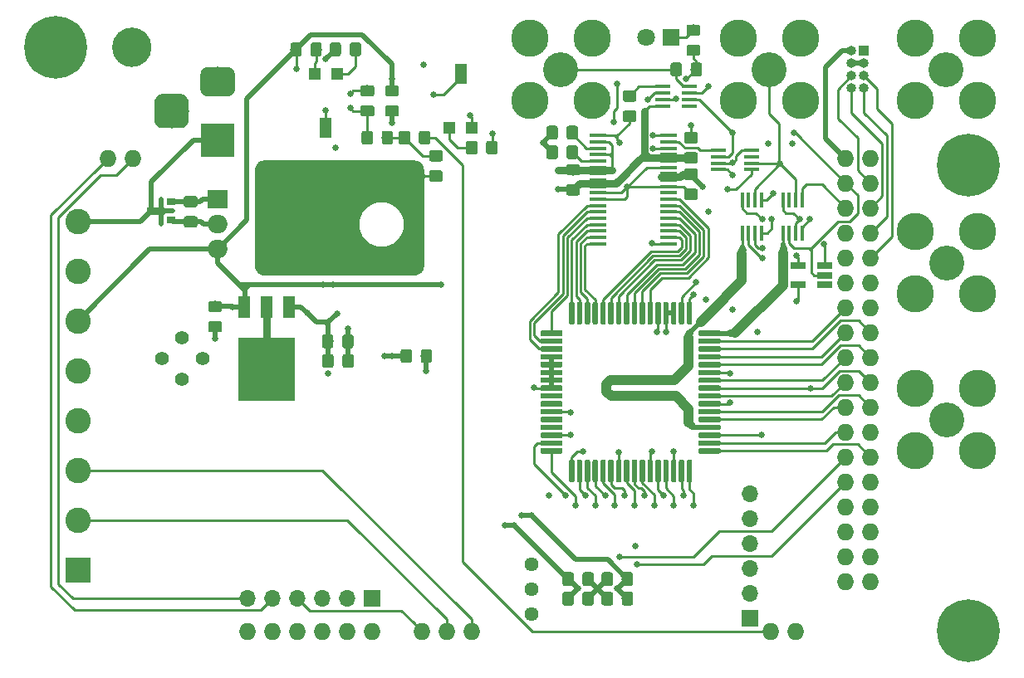
<source format=gbr>
G04 #@! TF.GenerationSoftware,KiCad,Pcbnew,(5.1.2)-1*
G04 #@! TF.CreationDate,2019-07-25T16:12:40-07:00*
G04 #@! TF.ProjectId,FIFO_P,4649464f-5f50-42e6-9b69-6361645f7063,rev?*
G04 #@! TF.SameCoordinates,Original*
G04 #@! TF.FileFunction,Copper,L1,Top*
G04 #@! TF.FilePolarity,Positive*
%FSLAX46Y46*%
G04 Gerber Fmt 4.6, Leading zero omitted, Abs format (unit mm)*
G04 Created by KiCad (PCBNEW (5.1.2)-1) date 2019-07-25 16:12:40*
%MOMM*%
%LPD*%
G04 APERTURE LIST*
%ADD10C,2.000000*%
%ADD11O,1.000000X1.000000*%
%ADD12R,1.000000X1.000000*%
%ADD13C,0.100000*%
%ADD14C,1.150000*%
%ADD15R,1.560000X0.650000*%
%ADD16O,1.700000X1.700000*%
%ADD17R,1.700000X1.700000*%
%ADD18C,1.399924*%
%ADD19C,0.800000*%
%ADD20C,6.400000*%
%ADD21R,0.900000X0.800000*%
%ADD22R,1.750000X0.450000*%
%ADD23O,1.727200X1.727200*%
%ADD24R,1.300000X1.300000*%
%ADD25R,1.300000X2.000000*%
%ADD26R,1.560000X0.400000*%
%ADD27R,1.600000X0.300000*%
%ADD28C,3.810000*%
%ADD29C,3.556000*%
%ADD30C,1.440000*%
%ADD31O,2.000000X1.905000*%
%ADD32R,2.000000X1.905000*%
%ADD33C,3.500000*%
%ADD34C,3.000000*%
%ADD35R,3.500000X3.500000*%
%ADD36C,2.600000*%
%ADD37R,2.600000X2.600000*%
%ADD38R,5.800000X6.400000*%
%ADD39R,1.200000X2.200000*%
%ADD40C,0.550000*%
%ADD41R,0.300000X1.600000*%
%ADD42C,1.800000*%
%ADD43R,1.800000X1.800000*%
%ADD44C,0.650000*%
%ADD45C,1.000000*%
%ADD46C,0.500000*%
%ADD47C,0.250000*%
%ADD48C,0.750000*%
%ADD49C,0.293370*%
%ADD50C,1.000000*%
%ADD51C,0.200000*%
%ADD52C,0.254000*%
G04 APERTURE END LIST*
D10*
X82000000Y-69500000D02*
G75*
G03X82000000Y-69500000I-1000000J0D01*
G01*
D11*
X154380000Y-73670000D03*
X155650000Y-73670000D03*
X154380000Y-72400000D03*
X155650000Y-72400000D03*
X154380000Y-71130000D03*
X155650000Y-71130000D03*
X154380000Y-69860000D03*
D12*
X155650000Y-69860000D03*
D13*
G36*
X132224505Y-73901204D02*
G01*
X132248773Y-73904804D01*
X132272572Y-73910765D01*
X132295671Y-73919030D01*
X132317850Y-73929520D01*
X132338893Y-73942132D01*
X132358599Y-73956747D01*
X132376777Y-73973223D01*
X132393253Y-73991401D01*
X132407868Y-74011107D01*
X132420480Y-74032150D01*
X132430970Y-74054329D01*
X132439235Y-74077428D01*
X132445196Y-74101227D01*
X132448796Y-74125495D01*
X132450000Y-74149999D01*
X132450000Y-74800001D01*
X132448796Y-74824505D01*
X132445196Y-74848773D01*
X132439235Y-74872572D01*
X132430970Y-74895671D01*
X132420480Y-74917850D01*
X132407868Y-74938893D01*
X132393253Y-74958599D01*
X132376777Y-74976777D01*
X132358599Y-74993253D01*
X132338893Y-75007868D01*
X132317850Y-75020480D01*
X132295671Y-75030970D01*
X132272572Y-75039235D01*
X132248773Y-75045196D01*
X132224505Y-75048796D01*
X132200001Y-75050000D01*
X131299999Y-75050000D01*
X131275495Y-75048796D01*
X131251227Y-75045196D01*
X131227428Y-75039235D01*
X131204329Y-75030970D01*
X131182150Y-75020480D01*
X131161107Y-75007868D01*
X131141401Y-74993253D01*
X131123223Y-74976777D01*
X131106747Y-74958599D01*
X131092132Y-74938893D01*
X131079520Y-74917850D01*
X131069030Y-74895671D01*
X131060765Y-74872572D01*
X131054804Y-74848773D01*
X131051204Y-74824505D01*
X131050000Y-74800001D01*
X131050000Y-74149999D01*
X131051204Y-74125495D01*
X131054804Y-74101227D01*
X131060765Y-74077428D01*
X131069030Y-74054329D01*
X131079520Y-74032150D01*
X131092132Y-74011107D01*
X131106747Y-73991401D01*
X131123223Y-73973223D01*
X131141401Y-73956747D01*
X131161107Y-73942132D01*
X131182150Y-73929520D01*
X131204329Y-73919030D01*
X131227428Y-73910765D01*
X131251227Y-73904804D01*
X131275495Y-73901204D01*
X131299999Y-73900000D01*
X132200001Y-73900000D01*
X132224505Y-73901204D01*
X132224505Y-73901204D01*
G37*
D14*
X131750000Y-74475000D03*
D13*
G36*
X132224505Y-75951204D02*
G01*
X132248773Y-75954804D01*
X132272572Y-75960765D01*
X132295671Y-75969030D01*
X132317850Y-75979520D01*
X132338893Y-75992132D01*
X132358599Y-76006747D01*
X132376777Y-76023223D01*
X132393253Y-76041401D01*
X132407868Y-76061107D01*
X132420480Y-76082150D01*
X132430970Y-76104329D01*
X132439235Y-76127428D01*
X132445196Y-76151227D01*
X132448796Y-76175495D01*
X132450000Y-76199999D01*
X132450000Y-76850001D01*
X132448796Y-76874505D01*
X132445196Y-76898773D01*
X132439235Y-76922572D01*
X132430970Y-76945671D01*
X132420480Y-76967850D01*
X132407868Y-76988893D01*
X132393253Y-77008599D01*
X132376777Y-77026777D01*
X132358599Y-77043253D01*
X132338893Y-77057868D01*
X132317850Y-77070480D01*
X132295671Y-77080970D01*
X132272572Y-77089235D01*
X132248773Y-77095196D01*
X132224505Y-77098796D01*
X132200001Y-77100000D01*
X131299999Y-77100000D01*
X131275495Y-77098796D01*
X131251227Y-77095196D01*
X131227428Y-77089235D01*
X131204329Y-77080970D01*
X131182150Y-77070480D01*
X131161107Y-77057868D01*
X131141401Y-77043253D01*
X131123223Y-77026777D01*
X131106747Y-77008599D01*
X131092132Y-76988893D01*
X131079520Y-76967850D01*
X131069030Y-76945671D01*
X131060765Y-76922572D01*
X131054804Y-76898773D01*
X131051204Y-76874505D01*
X131050000Y-76850001D01*
X131050000Y-76199999D01*
X131051204Y-76175495D01*
X131054804Y-76151227D01*
X131060765Y-76127428D01*
X131069030Y-76104329D01*
X131079520Y-76082150D01*
X131092132Y-76061107D01*
X131106747Y-76041401D01*
X131123223Y-76023223D01*
X131141401Y-76006747D01*
X131161107Y-75992132D01*
X131182150Y-75979520D01*
X131204329Y-75969030D01*
X131227428Y-75960765D01*
X131251227Y-75954804D01*
X131275495Y-75951204D01*
X131299999Y-75950000D01*
X132200001Y-75950000D01*
X132224505Y-75951204D01*
X132224505Y-75951204D01*
G37*
D14*
X131750000Y-76525000D03*
D15*
X148900000Y-93700000D03*
X148900000Y-91800000D03*
X151600000Y-91800000D03*
X151600000Y-92750000D03*
X151600000Y-93700000D03*
D16*
X144000000Y-115050000D03*
X144000000Y-117590000D03*
X144000000Y-120130000D03*
X144000000Y-122670000D03*
X144000000Y-125210000D03*
D17*
X144000000Y-127750000D03*
D18*
X84035644Y-101250000D03*
X86142822Y-103357178D03*
X86142822Y-99142822D03*
X88250000Y-101250000D03*
D19*
X167947056Y-79802944D03*
X166250000Y-79100000D03*
X164552944Y-79802944D03*
X163850000Y-81500000D03*
X164552944Y-83197056D03*
X166250000Y-83900000D03*
X167947056Y-83197056D03*
X168650000Y-81500000D03*
D20*
X166250000Y-81500000D03*
D21*
X83000000Y-86200000D03*
X85000000Y-85250000D03*
X85000000Y-87150000D03*
D22*
X135700000Y-78500000D03*
X135700000Y-79150000D03*
X135700000Y-79800000D03*
X135700000Y-80450000D03*
X135700000Y-81100000D03*
X135700000Y-81750000D03*
X135700000Y-82400000D03*
X135700000Y-83050000D03*
X128500000Y-78500000D03*
X128500000Y-79150000D03*
X128500000Y-79800000D03*
X128500000Y-80450000D03*
X128500000Y-81100000D03*
X128500000Y-81750000D03*
X128500000Y-82400000D03*
X128500000Y-83050000D03*
X128500000Y-83700000D03*
X128500000Y-84350000D03*
X128500000Y-85000000D03*
X128500000Y-85650000D03*
X128500000Y-86300000D03*
X128500000Y-86950000D03*
X128500000Y-89550000D03*
X128500000Y-88900000D03*
X128500000Y-88250000D03*
X128500000Y-87600000D03*
X135700000Y-89550000D03*
X135700000Y-88900000D03*
X135700000Y-88250000D03*
X135700000Y-87600000D03*
X135700000Y-86950000D03*
X135700000Y-86300000D03*
X135700000Y-85650000D03*
X135700000Y-85000000D03*
X135700000Y-84350000D03*
X135699180Y-83700360D03*
D13*
G36*
X136849505Y-71051204D02*
G01*
X136873773Y-71054804D01*
X136897572Y-71060765D01*
X136920671Y-71069030D01*
X136942850Y-71079520D01*
X136963893Y-71092132D01*
X136983599Y-71106747D01*
X137001777Y-71123223D01*
X137018253Y-71141401D01*
X137032868Y-71161107D01*
X137045480Y-71182150D01*
X137055970Y-71204329D01*
X137064235Y-71227428D01*
X137070196Y-71251227D01*
X137073796Y-71275495D01*
X137075000Y-71299999D01*
X137075000Y-72200001D01*
X137073796Y-72224505D01*
X137070196Y-72248773D01*
X137064235Y-72272572D01*
X137055970Y-72295671D01*
X137045480Y-72317850D01*
X137032868Y-72338893D01*
X137018253Y-72358599D01*
X137001777Y-72376777D01*
X136983599Y-72393253D01*
X136963893Y-72407868D01*
X136942850Y-72420480D01*
X136920671Y-72430970D01*
X136897572Y-72439235D01*
X136873773Y-72445196D01*
X136849505Y-72448796D01*
X136825001Y-72450000D01*
X136174999Y-72450000D01*
X136150495Y-72448796D01*
X136126227Y-72445196D01*
X136102428Y-72439235D01*
X136079329Y-72430970D01*
X136057150Y-72420480D01*
X136036107Y-72407868D01*
X136016401Y-72393253D01*
X135998223Y-72376777D01*
X135981747Y-72358599D01*
X135967132Y-72338893D01*
X135954520Y-72317850D01*
X135944030Y-72295671D01*
X135935765Y-72272572D01*
X135929804Y-72248773D01*
X135926204Y-72224505D01*
X135925000Y-72200001D01*
X135925000Y-71299999D01*
X135926204Y-71275495D01*
X135929804Y-71251227D01*
X135935765Y-71227428D01*
X135944030Y-71204329D01*
X135954520Y-71182150D01*
X135967132Y-71161107D01*
X135981747Y-71141401D01*
X135998223Y-71123223D01*
X136016401Y-71106747D01*
X136036107Y-71092132D01*
X136057150Y-71079520D01*
X136079329Y-71069030D01*
X136102428Y-71060765D01*
X136126227Y-71054804D01*
X136150495Y-71051204D01*
X136174999Y-71050000D01*
X136825001Y-71050000D01*
X136849505Y-71051204D01*
X136849505Y-71051204D01*
G37*
D14*
X136500000Y-71750000D03*
D13*
G36*
X138899505Y-71051204D02*
G01*
X138923773Y-71054804D01*
X138947572Y-71060765D01*
X138970671Y-71069030D01*
X138992850Y-71079520D01*
X139013893Y-71092132D01*
X139033599Y-71106747D01*
X139051777Y-71123223D01*
X139068253Y-71141401D01*
X139082868Y-71161107D01*
X139095480Y-71182150D01*
X139105970Y-71204329D01*
X139114235Y-71227428D01*
X139120196Y-71251227D01*
X139123796Y-71275495D01*
X139125000Y-71299999D01*
X139125000Y-72200001D01*
X139123796Y-72224505D01*
X139120196Y-72248773D01*
X139114235Y-72272572D01*
X139105970Y-72295671D01*
X139095480Y-72317850D01*
X139082868Y-72338893D01*
X139068253Y-72358599D01*
X139051777Y-72376777D01*
X139033599Y-72393253D01*
X139013893Y-72407868D01*
X138992850Y-72420480D01*
X138970671Y-72430970D01*
X138947572Y-72439235D01*
X138923773Y-72445196D01*
X138899505Y-72448796D01*
X138875001Y-72450000D01*
X138224999Y-72450000D01*
X138200495Y-72448796D01*
X138176227Y-72445196D01*
X138152428Y-72439235D01*
X138129329Y-72430970D01*
X138107150Y-72420480D01*
X138086107Y-72407868D01*
X138066401Y-72393253D01*
X138048223Y-72376777D01*
X138031747Y-72358599D01*
X138017132Y-72338893D01*
X138004520Y-72317850D01*
X137994030Y-72295671D01*
X137985765Y-72272572D01*
X137979804Y-72248773D01*
X137976204Y-72224505D01*
X137975000Y-72200001D01*
X137975000Y-71299999D01*
X137976204Y-71275495D01*
X137979804Y-71251227D01*
X137985765Y-71227428D01*
X137994030Y-71204329D01*
X138004520Y-71182150D01*
X138017132Y-71161107D01*
X138031747Y-71141401D01*
X138048223Y-71123223D01*
X138066401Y-71106747D01*
X138086107Y-71092132D01*
X138107150Y-71079520D01*
X138129329Y-71069030D01*
X138152428Y-71060765D01*
X138176227Y-71054804D01*
X138200495Y-71051204D01*
X138224999Y-71050000D01*
X138875001Y-71050000D01*
X138899505Y-71051204D01*
X138899505Y-71051204D01*
G37*
D14*
X138550000Y-71750000D03*
D19*
X74947056Y-67802944D03*
X73250000Y-67100000D03*
X71552944Y-67802944D03*
X70850000Y-69500000D03*
X71552944Y-71197056D03*
X73250000Y-71900000D03*
X74947056Y-71197056D03*
X75650000Y-69500000D03*
D20*
X73250000Y-69500000D03*
D19*
X167947056Y-127302944D03*
X166250000Y-126600000D03*
X164552944Y-127302944D03*
X163850000Y-129000000D03*
X164552944Y-130697056D03*
X166250000Y-131400000D03*
X167947056Y-130697056D03*
X168650000Y-129000000D03*
D20*
X166250000Y-129000000D03*
D23*
X105492400Y-129082180D03*
X156292400Y-124002180D03*
X153752400Y-124002180D03*
X156292400Y-121462180D03*
X153752400Y-121462180D03*
X156292400Y-118922180D03*
X153752400Y-118922180D03*
X156292400Y-116382180D03*
X153752400Y-116382180D03*
X156292400Y-113842180D03*
X153752400Y-113842180D03*
X156292400Y-111302180D03*
X153752400Y-111302180D03*
X156292400Y-108762180D03*
X153752400Y-108762180D03*
X156292400Y-106222180D03*
X153752400Y-106222180D03*
X156292400Y-103682180D03*
X153752400Y-103682180D03*
X156292400Y-101142180D03*
X153752400Y-101142180D03*
X156292400Y-98602180D03*
X153752400Y-98602180D03*
X156292400Y-96062180D03*
X153752400Y-96062180D03*
X156292400Y-93522180D03*
X153752400Y-93522180D03*
X156292400Y-90982180D03*
X153752400Y-90982180D03*
X156292400Y-88442180D03*
X153752400Y-88442180D03*
X156292400Y-85902180D03*
X153752400Y-85902180D03*
X156292400Y-83362180D03*
X153752400Y-83362180D03*
X156292400Y-80822180D03*
X153752400Y-80822180D03*
X146132400Y-129082180D03*
X148672400Y-129082180D03*
X113112400Y-129082180D03*
X81108400Y-80822180D03*
X78568400Y-80822180D03*
X97872400Y-129082180D03*
X100412400Y-129082180D03*
X102952400Y-129082180D03*
X110572400Y-129082180D03*
X115652400Y-129082180D03*
X92792400Y-129082180D03*
X95332400Y-129082180D03*
D16*
X92800000Y-125750000D03*
X95340000Y-125750000D03*
X97880000Y-125750000D03*
X100420000Y-125750000D03*
X102960000Y-125750000D03*
D17*
X105500000Y-125750000D03*
D13*
G36*
X138724505Y-69226203D02*
G01*
X138748773Y-69229803D01*
X138772572Y-69235764D01*
X138795671Y-69244029D01*
X138817850Y-69254519D01*
X138838893Y-69267131D01*
X138858599Y-69281746D01*
X138876777Y-69298222D01*
X138893253Y-69316400D01*
X138907868Y-69336106D01*
X138920480Y-69357149D01*
X138930970Y-69379328D01*
X138939235Y-69402427D01*
X138945196Y-69426226D01*
X138948796Y-69450494D01*
X138950000Y-69474998D01*
X138950000Y-70125000D01*
X138948796Y-70149504D01*
X138945196Y-70173772D01*
X138939235Y-70197571D01*
X138930970Y-70220670D01*
X138920480Y-70242849D01*
X138907868Y-70263892D01*
X138893253Y-70283598D01*
X138876777Y-70301776D01*
X138858599Y-70318252D01*
X138838893Y-70332867D01*
X138817850Y-70345479D01*
X138795671Y-70355969D01*
X138772572Y-70364234D01*
X138748773Y-70370195D01*
X138724505Y-70373795D01*
X138700001Y-70374999D01*
X137799999Y-70374999D01*
X137775495Y-70373795D01*
X137751227Y-70370195D01*
X137727428Y-70364234D01*
X137704329Y-70355969D01*
X137682150Y-70345479D01*
X137661107Y-70332867D01*
X137641401Y-70318252D01*
X137623223Y-70301776D01*
X137606747Y-70283598D01*
X137592132Y-70263892D01*
X137579520Y-70242849D01*
X137569030Y-70220670D01*
X137560765Y-70197571D01*
X137554804Y-70173772D01*
X137551204Y-70149504D01*
X137550000Y-70125000D01*
X137550000Y-69474998D01*
X137551204Y-69450494D01*
X137554804Y-69426226D01*
X137560765Y-69402427D01*
X137569030Y-69379328D01*
X137579520Y-69357149D01*
X137592132Y-69336106D01*
X137606747Y-69316400D01*
X137623223Y-69298222D01*
X137641401Y-69281746D01*
X137661107Y-69267131D01*
X137682150Y-69254519D01*
X137704329Y-69244029D01*
X137727428Y-69235764D01*
X137751227Y-69229803D01*
X137775495Y-69226203D01*
X137799999Y-69224999D01*
X138700001Y-69224999D01*
X138724505Y-69226203D01*
X138724505Y-69226203D01*
G37*
D14*
X138250000Y-69799999D03*
D13*
G36*
X138724505Y-67176203D02*
G01*
X138748773Y-67179803D01*
X138772572Y-67185764D01*
X138795671Y-67194029D01*
X138817850Y-67204519D01*
X138838893Y-67217131D01*
X138858599Y-67231746D01*
X138876777Y-67248222D01*
X138893253Y-67266400D01*
X138907868Y-67286106D01*
X138920480Y-67307149D01*
X138930970Y-67329328D01*
X138939235Y-67352427D01*
X138945196Y-67376226D01*
X138948796Y-67400494D01*
X138950000Y-67424998D01*
X138950000Y-68075000D01*
X138948796Y-68099504D01*
X138945196Y-68123772D01*
X138939235Y-68147571D01*
X138930970Y-68170670D01*
X138920480Y-68192849D01*
X138907868Y-68213892D01*
X138893253Y-68233598D01*
X138876777Y-68251776D01*
X138858599Y-68268252D01*
X138838893Y-68282867D01*
X138817850Y-68295479D01*
X138795671Y-68305969D01*
X138772572Y-68314234D01*
X138748773Y-68320195D01*
X138724505Y-68323795D01*
X138700001Y-68324999D01*
X137799999Y-68324999D01*
X137775495Y-68323795D01*
X137751227Y-68320195D01*
X137727428Y-68314234D01*
X137704329Y-68305969D01*
X137682150Y-68295479D01*
X137661107Y-68282867D01*
X137641401Y-68268252D01*
X137623223Y-68251776D01*
X137606747Y-68233598D01*
X137592132Y-68213892D01*
X137579520Y-68192849D01*
X137569030Y-68170670D01*
X137560765Y-68147571D01*
X137554804Y-68123772D01*
X137551204Y-68099504D01*
X137550000Y-68075000D01*
X137550000Y-67424998D01*
X137551204Y-67400494D01*
X137554804Y-67376226D01*
X137560765Y-67352427D01*
X137569030Y-67329328D01*
X137579520Y-67307149D01*
X137592132Y-67286106D01*
X137606747Y-67266400D01*
X137623223Y-67248222D01*
X137641401Y-67231746D01*
X137661107Y-67217131D01*
X137682150Y-67204519D01*
X137704329Y-67194029D01*
X137727428Y-67185764D01*
X137751227Y-67179803D01*
X137775495Y-67176203D01*
X137799999Y-67174999D01*
X138700001Y-67174999D01*
X138724505Y-67176203D01*
X138724505Y-67176203D01*
G37*
D14*
X138250000Y-67749999D03*
D24*
X115670889Y-77715254D03*
D25*
X114520889Y-72215254D03*
D24*
X113370889Y-77715254D03*
X99620890Y-72215254D03*
D25*
X100770890Y-77715254D03*
D24*
X101920890Y-72215254D03*
D26*
X137850000Y-73520000D03*
X137850000Y-74170000D03*
X137850000Y-74830000D03*
X137850000Y-75480000D03*
X135150000Y-75480000D03*
X135150000Y-74830000D03*
X135150000Y-74170000D03*
X135150000Y-73520000D03*
D27*
X140800000Y-81975001D03*
X140800000Y-81325001D03*
X140800000Y-80675001D03*
X140800000Y-80025001D03*
X144200000Y-80025001D03*
X144200000Y-80675001D03*
X144200000Y-81325001D03*
X144200000Y-81975001D03*
D13*
G36*
X118059481Y-79034225D02*
G01*
X118083749Y-79037825D01*
X118107548Y-79043786D01*
X118130647Y-79052051D01*
X118152826Y-79062541D01*
X118173869Y-79075153D01*
X118193575Y-79089768D01*
X118211753Y-79106244D01*
X118228229Y-79124422D01*
X118242844Y-79144128D01*
X118255456Y-79165171D01*
X118265946Y-79187350D01*
X118274211Y-79210449D01*
X118280172Y-79234248D01*
X118283772Y-79258516D01*
X118284976Y-79283020D01*
X118284976Y-80183022D01*
X118283772Y-80207526D01*
X118280172Y-80231794D01*
X118274211Y-80255593D01*
X118265946Y-80278692D01*
X118255456Y-80300871D01*
X118242844Y-80321914D01*
X118228229Y-80341620D01*
X118211753Y-80359798D01*
X118193575Y-80376274D01*
X118173869Y-80390889D01*
X118152826Y-80403501D01*
X118130647Y-80413991D01*
X118107548Y-80422256D01*
X118083749Y-80428217D01*
X118059481Y-80431817D01*
X118034977Y-80433021D01*
X117384975Y-80433021D01*
X117360471Y-80431817D01*
X117336203Y-80428217D01*
X117312404Y-80422256D01*
X117289305Y-80413991D01*
X117267126Y-80403501D01*
X117246083Y-80390889D01*
X117226377Y-80376274D01*
X117208199Y-80359798D01*
X117191723Y-80341620D01*
X117177108Y-80321914D01*
X117164496Y-80300871D01*
X117154006Y-80278692D01*
X117145741Y-80255593D01*
X117139780Y-80231794D01*
X117136180Y-80207526D01*
X117134976Y-80183022D01*
X117134976Y-79283020D01*
X117136180Y-79258516D01*
X117139780Y-79234248D01*
X117145741Y-79210449D01*
X117154006Y-79187350D01*
X117164496Y-79165171D01*
X117177108Y-79144128D01*
X117191723Y-79124422D01*
X117208199Y-79106244D01*
X117226377Y-79089768D01*
X117246083Y-79075153D01*
X117267126Y-79062541D01*
X117289305Y-79052051D01*
X117312404Y-79043786D01*
X117336203Y-79037825D01*
X117360471Y-79034225D01*
X117384975Y-79033021D01*
X118034977Y-79033021D01*
X118059481Y-79034225D01*
X118059481Y-79034225D01*
G37*
D14*
X117709976Y-79733021D03*
D13*
G36*
X116009481Y-79034225D02*
G01*
X116033749Y-79037825D01*
X116057548Y-79043786D01*
X116080647Y-79052051D01*
X116102826Y-79062541D01*
X116123869Y-79075153D01*
X116143575Y-79089768D01*
X116161753Y-79106244D01*
X116178229Y-79124422D01*
X116192844Y-79144128D01*
X116205456Y-79165171D01*
X116215946Y-79187350D01*
X116224211Y-79210449D01*
X116230172Y-79234248D01*
X116233772Y-79258516D01*
X116234976Y-79283020D01*
X116234976Y-80183022D01*
X116233772Y-80207526D01*
X116230172Y-80231794D01*
X116224211Y-80255593D01*
X116215946Y-80278692D01*
X116205456Y-80300871D01*
X116192844Y-80321914D01*
X116178229Y-80341620D01*
X116161753Y-80359798D01*
X116143575Y-80376274D01*
X116123869Y-80390889D01*
X116102826Y-80403501D01*
X116080647Y-80413991D01*
X116057548Y-80422256D01*
X116033749Y-80428217D01*
X116009481Y-80431817D01*
X115984977Y-80433021D01*
X115334975Y-80433021D01*
X115310471Y-80431817D01*
X115286203Y-80428217D01*
X115262404Y-80422256D01*
X115239305Y-80413991D01*
X115217126Y-80403501D01*
X115196083Y-80390889D01*
X115176377Y-80376274D01*
X115158199Y-80359798D01*
X115141723Y-80341620D01*
X115127108Y-80321914D01*
X115114496Y-80300871D01*
X115104006Y-80278692D01*
X115095741Y-80255593D01*
X115089780Y-80231794D01*
X115086180Y-80207526D01*
X115084976Y-80183022D01*
X115084976Y-79283020D01*
X115086180Y-79258516D01*
X115089780Y-79234248D01*
X115095741Y-79210449D01*
X115104006Y-79187350D01*
X115114496Y-79165171D01*
X115127108Y-79144128D01*
X115141723Y-79124422D01*
X115158199Y-79106244D01*
X115176377Y-79089768D01*
X115196083Y-79075153D01*
X115217126Y-79062541D01*
X115239305Y-79052051D01*
X115262404Y-79043786D01*
X115286203Y-79037825D01*
X115310471Y-79034225D01*
X115334975Y-79033021D01*
X115984977Y-79033021D01*
X116009481Y-79034225D01*
X116009481Y-79034225D01*
G37*
D14*
X115659976Y-79733021D03*
D13*
G36*
X104145395Y-69016458D02*
G01*
X104169663Y-69020058D01*
X104193462Y-69026019D01*
X104216561Y-69034284D01*
X104238740Y-69044774D01*
X104259783Y-69057386D01*
X104279489Y-69072001D01*
X104297667Y-69088477D01*
X104314143Y-69106655D01*
X104328758Y-69126361D01*
X104341370Y-69147404D01*
X104351860Y-69169583D01*
X104360125Y-69192682D01*
X104366086Y-69216481D01*
X104369686Y-69240749D01*
X104370890Y-69265253D01*
X104370890Y-70165255D01*
X104369686Y-70189759D01*
X104366086Y-70214027D01*
X104360125Y-70237826D01*
X104351860Y-70260925D01*
X104341370Y-70283104D01*
X104328758Y-70304147D01*
X104314143Y-70323853D01*
X104297667Y-70342031D01*
X104279489Y-70358507D01*
X104259783Y-70373122D01*
X104238740Y-70385734D01*
X104216561Y-70396224D01*
X104193462Y-70404489D01*
X104169663Y-70410450D01*
X104145395Y-70414050D01*
X104120891Y-70415254D01*
X103470889Y-70415254D01*
X103446385Y-70414050D01*
X103422117Y-70410450D01*
X103398318Y-70404489D01*
X103375219Y-70396224D01*
X103353040Y-70385734D01*
X103331997Y-70373122D01*
X103312291Y-70358507D01*
X103294113Y-70342031D01*
X103277637Y-70323853D01*
X103263022Y-70304147D01*
X103250410Y-70283104D01*
X103239920Y-70260925D01*
X103231655Y-70237826D01*
X103225694Y-70214027D01*
X103222094Y-70189759D01*
X103220890Y-70165255D01*
X103220890Y-69265253D01*
X103222094Y-69240749D01*
X103225694Y-69216481D01*
X103231655Y-69192682D01*
X103239920Y-69169583D01*
X103250410Y-69147404D01*
X103263022Y-69126361D01*
X103277637Y-69106655D01*
X103294113Y-69088477D01*
X103312291Y-69072001D01*
X103331997Y-69057386D01*
X103353040Y-69044774D01*
X103375219Y-69034284D01*
X103398318Y-69026019D01*
X103422117Y-69020058D01*
X103446385Y-69016458D01*
X103470889Y-69015254D01*
X104120891Y-69015254D01*
X104145395Y-69016458D01*
X104145395Y-69016458D01*
G37*
D14*
X103795890Y-69715254D03*
D13*
G36*
X102095395Y-69016458D02*
G01*
X102119663Y-69020058D01*
X102143462Y-69026019D01*
X102166561Y-69034284D01*
X102188740Y-69044774D01*
X102209783Y-69057386D01*
X102229489Y-69072001D01*
X102247667Y-69088477D01*
X102264143Y-69106655D01*
X102278758Y-69126361D01*
X102291370Y-69147404D01*
X102301860Y-69169583D01*
X102310125Y-69192682D01*
X102316086Y-69216481D01*
X102319686Y-69240749D01*
X102320890Y-69265253D01*
X102320890Y-70165255D01*
X102319686Y-70189759D01*
X102316086Y-70214027D01*
X102310125Y-70237826D01*
X102301860Y-70260925D01*
X102291370Y-70283104D01*
X102278758Y-70304147D01*
X102264143Y-70323853D01*
X102247667Y-70342031D01*
X102229489Y-70358507D01*
X102209783Y-70373122D01*
X102188740Y-70385734D01*
X102166561Y-70396224D01*
X102143462Y-70404489D01*
X102119663Y-70410450D01*
X102095395Y-70414050D01*
X102070891Y-70415254D01*
X101420889Y-70415254D01*
X101396385Y-70414050D01*
X101372117Y-70410450D01*
X101348318Y-70404489D01*
X101325219Y-70396224D01*
X101303040Y-70385734D01*
X101281997Y-70373122D01*
X101262291Y-70358507D01*
X101244113Y-70342031D01*
X101227637Y-70323853D01*
X101213022Y-70304147D01*
X101200410Y-70283104D01*
X101189920Y-70260925D01*
X101181655Y-70237826D01*
X101175694Y-70214027D01*
X101172094Y-70189759D01*
X101170890Y-70165255D01*
X101170890Y-69265253D01*
X101172094Y-69240749D01*
X101175694Y-69216481D01*
X101181655Y-69192682D01*
X101189920Y-69169583D01*
X101200410Y-69147404D01*
X101213022Y-69126361D01*
X101227637Y-69106655D01*
X101244113Y-69088477D01*
X101262291Y-69072001D01*
X101281997Y-69057386D01*
X101303040Y-69044774D01*
X101325219Y-69034284D01*
X101348318Y-69026019D01*
X101372117Y-69020058D01*
X101396385Y-69016458D01*
X101420889Y-69015254D01*
X102070891Y-69015254D01*
X102095395Y-69016458D01*
X102095395Y-69016458D01*
G37*
D14*
X101745890Y-69715254D03*
D13*
G36*
X105495394Y-73366458D02*
G01*
X105519662Y-73370058D01*
X105543461Y-73376019D01*
X105566560Y-73384284D01*
X105588739Y-73394774D01*
X105609782Y-73407386D01*
X105629488Y-73422001D01*
X105647666Y-73438477D01*
X105664142Y-73456655D01*
X105678757Y-73476361D01*
X105691369Y-73497404D01*
X105701859Y-73519583D01*
X105710124Y-73542682D01*
X105716085Y-73566481D01*
X105719685Y-73590749D01*
X105720889Y-73615253D01*
X105720889Y-74265255D01*
X105719685Y-74289759D01*
X105716085Y-74314027D01*
X105710124Y-74337826D01*
X105701859Y-74360925D01*
X105691369Y-74383104D01*
X105678757Y-74404147D01*
X105664142Y-74423853D01*
X105647666Y-74442031D01*
X105629488Y-74458507D01*
X105609782Y-74473122D01*
X105588739Y-74485734D01*
X105566560Y-74496224D01*
X105543461Y-74504489D01*
X105519662Y-74510450D01*
X105495394Y-74514050D01*
X105470890Y-74515254D01*
X104570888Y-74515254D01*
X104546384Y-74514050D01*
X104522116Y-74510450D01*
X104498317Y-74504489D01*
X104475218Y-74496224D01*
X104453039Y-74485734D01*
X104431996Y-74473122D01*
X104412290Y-74458507D01*
X104394112Y-74442031D01*
X104377636Y-74423853D01*
X104363021Y-74404147D01*
X104350409Y-74383104D01*
X104339919Y-74360925D01*
X104331654Y-74337826D01*
X104325693Y-74314027D01*
X104322093Y-74289759D01*
X104320889Y-74265255D01*
X104320889Y-73615253D01*
X104322093Y-73590749D01*
X104325693Y-73566481D01*
X104331654Y-73542682D01*
X104339919Y-73519583D01*
X104350409Y-73497404D01*
X104363021Y-73476361D01*
X104377636Y-73456655D01*
X104394112Y-73438477D01*
X104412290Y-73422001D01*
X104431996Y-73407386D01*
X104453039Y-73394774D01*
X104475218Y-73384284D01*
X104498317Y-73376019D01*
X104522116Y-73370058D01*
X104546384Y-73366458D01*
X104570888Y-73365254D01*
X105470890Y-73365254D01*
X105495394Y-73366458D01*
X105495394Y-73366458D01*
G37*
D14*
X105020889Y-73940254D03*
D13*
G36*
X105495394Y-75416458D02*
G01*
X105519662Y-75420058D01*
X105543461Y-75426019D01*
X105566560Y-75434284D01*
X105588739Y-75444774D01*
X105609782Y-75457386D01*
X105629488Y-75472001D01*
X105647666Y-75488477D01*
X105664142Y-75506655D01*
X105678757Y-75526361D01*
X105691369Y-75547404D01*
X105701859Y-75569583D01*
X105710124Y-75592682D01*
X105716085Y-75616481D01*
X105719685Y-75640749D01*
X105720889Y-75665253D01*
X105720889Y-76315255D01*
X105719685Y-76339759D01*
X105716085Y-76364027D01*
X105710124Y-76387826D01*
X105701859Y-76410925D01*
X105691369Y-76433104D01*
X105678757Y-76454147D01*
X105664142Y-76473853D01*
X105647666Y-76492031D01*
X105629488Y-76508507D01*
X105609782Y-76523122D01*
X105588739Y-76535734D01*
X105566560Y-76546224D01*
X105543461Y-76554489D01*
X105519662Y-76560450D01*
X105495394Y-76564050D01*
X105470890Y-76565254D01*
X104570888Y-76565254D01*
X104546384Y-76564050D01*
X104522116Y-76560450D01*
X104498317Y-76554489D01*
X104475218Y-76546224D01*
X104453039Y-76535734D01*
X104431996Y-76523122D01*
X104412290Y-76508507D01*
X104394112Y-76492031D01*
X104377636Y-76473853D01*
X104363021Y-76454147D01*
X104350409Y-76433104D01*
X104339919Y-76410925D01*
X104331654Y-76387826D01*
X104325693Y-76364027D01*
X104322093Y-76339759D01*
X104320889Y-76315255D01*
X104320889Y-75665253D01*
X104322093Y-75640749D01*
X104325693Y-75616481D01*
X104331654Y-75592682D01*
X104339919Y-75569583D01*
X104350409Y-75547404D01*
X104363021Y-75526361D01*
X104377636Y-75506655D01*
X104394112Y-75488477D01*
X104412290Y-75472001D01*
X104431996Y-75457386D01*
X104453039Y-75444774D01*
X104475218Y-75434284D01*
X104498317Y-75426019D01*
X104522116Y-75420058D01*
X104546384Y-75416458D01*
X104570888Y-75415254D01*
X105470890Y-75415254D01*
X105495394Y-75416458D01*
X105495394Y-75416458D01*
G37*
D14*
X105020889Y-75990254D03*
D13*
G36*
X98095393Y-69016458D02*
G01*
X98119661Y-69020058D01*
X98143460Y-69026019D01*
X98166559Y-69034284D01*
X98188738Y-69044774D01*
X98209781Y-69057386D01*
X98229487Y-69072001D01*
X98247665Y-69088477D01*
X98264141Y-69106655D01*
X98278756Y-69126361D01*
X98291368Y-69147404D01*
X98301858Y-69169583D01*
X98310123Y-69192682D01*
X98316084Y-69216481D01*
X98319684Y-69240749D01*
X98320888Y-69265253D01*
X98320888Y-70165255D01*
X98319684Y-70189759D01*
X98316084Y-70214027D01*
X98310123Y-70237826D01*
X98301858Y-70260925D01*
X98291368Y-70283104D01*
X98278756Y-70304147D01*
X98264141Y-70323853D01*
X98247665Y-70342031D01*
X98229487Y-70358507D01*
X98209781Y-70373122D01*
X98188738Y-70385734D01*
X98166559Y-70396224D01*
X98143460Y-70404489D01*
X98119661Y-70410450D01*
X98095393Y-70414050D01*
X98070889Y-70415254D01*
X97420887Y-70415254D01*
X97396383Y-70414050D01*
X97372115Y-70410450D01*
X97348316Y-70404489D01*
X97325217Y-70396224D01*
X97303038Y-70385734D01*
X97281995Y-70373122D01*
X97262289Y-70358507D01*
X97244111Y-70342031D01*
X97227635Y-70323853D01*
X97213020Y-70304147D01*
X97200408Y-70283104D01*
X97189918Y-70260925D01*
X97181653Y-70237826D01*
X97175692Y-70214027D01*
X97172092Y-70189759D01*
X97170888Y-70165255D01*
X97170888Y-69265253D01*
X97172092Y-69240749D01*
X97175692Y-69216481D01*
X97181653Y-69192682D01*
X97189918Y-69169583D01*
X97200408Y-69147404D01*
X97213020Y-69126361D01*
X97227635Y-69106655D01*
X97244111Y-69088477D01*
X97262289Y-69072001D01*
X97281995Y-69057386D01*
X97303038Y-69044774D01*
X97325217Y-69034284D01*
X97348316Y-69026019D01*
X97372115Y-69020058D01*
X97396383Y-69016458D01*
X97420887Y-69015254D01*
X98070889Y-69015254D01*
X98095393Y-69016458D01*
X98095393Y-69016458D01*
G37*
D14*
X97745888Y-69715254D03*
D13*
G36*
X100145393Y-69016458D02*
G01*
X100169661Y-69020058D01*
X100193460Y-69026019D01*
X100216559Y-69034284D01*
X100238738Y-69044774D01*
X100259781Y-69057386D01*
X100279487Y-69072001D01*
X100297665Y-69088477D01*
X100314141Y-69106655D01*
X100328756Y-69126361D01*
X100341368Y-69147404D01*
X100351858Y-69169583D01*
X100360123Y-69192682D01*
X100366084Y-69216481D01*
X100369684Y-69240749D01*
X100370888Y-69265253D01*
X100370888Y-70165255D01*
X100369684Y-70189759D01*
X100366084Y-70214027D01*
X100360123Y-70237826D01*
X100351858Y-70260925D01*
X100341368Y-70283104D01*
X100328756Y-70304147D01*
X100314141Y-70323853D01*
X100297665Y-70342031D01*
X100279487Y-70358507D01*
X100259781Y-70373122D01*
X100238738Y-70385734D01*
X100216559Y-70396224D01*
X100193460Y-70404489D01*
X100169661Y-70410450D01*
X100145393Y-70414050D01*
X100120889Y-70415254D01*
X99470887Y-70415254D01*
X99446383Y-70414050D01*
X99422115Y-70410450D01*
X99398316Y-70404489D01*
X99375217Y-70396224D01*
X99353038Y-70385734D01*
X99331995Y-70373122D01*
X99312289Y-70358507D01*
X99294111Y-70342031D01*
X99277635Y-70323853D01*
X99263020Y-70304147D01*
X99250408Y-70283104D01*
X99239918Y-70260925D01*
X99231653Y-70237826D01*
X99225692Y-70214027D01*
X99222092Y-70189759D01*
X99220888Y-70165255D01*
X99220888Y-69265253D01*
X99222092Y-69240749D01*
X99225692Y-69216481D01*
X99231653Y-69192682D01*
X99239918Y-69169583D01*
X99250408Y-69147404D01*
X99263020Y-69126361D01*
X99277635Y-69106655D01*
X99294111Y-69088477D01*
X99312289Y-69072001D01*
X99331995Y-69057386D01*
X99353038Y-69044774D01*
X99375217Y-69034284D01*
X99398316Y-69026019D01*
X99422115Y-69020058D01*
X99446383Y-69016458D01*
X99470887Y-69015254D01*
X100120889Y-69015254D01*
X100145393Y-69016458D01*
X100145393Y-69016458D01*
G37*
D14*
X99795888Y-69715254D03*
D13*
G36*
X105345395Y-78016458D02*
G01*
X105369663Y-78020058D01*
X105393462Y-78026019D01*
X105416561Y-78034284D01*
X105438740Y-78044774D01*
X105459783Y-78057386D01*
X105479489Y-78072001D01*
X105497667Y-78088477D01*
X105514143Y-78106655D01*
X105528758Y-78126361D01*
X105541370Y-78147404D01*
X105551860Y-78169583D01*
X105560125Y-78192682D01*
X105566086Y-78216481D01*
X105569686Y-78240749D01*
X105570890Y-78265253D01*
X105570890Y-79165255D01*
X105569686Y-79189759D01*
X105566086Y-79214027D01*
X105560125Y-79237826D01*
X105551860Y-79260925D01*
X105541370Y-79283104D01*
X105528758Y-79304147D01*
X105514143Y-79323853D01*
X105497667Y-79342031D01*
X105479489Y-79358507D01*
X105459783Y-79373122D01*
X105438740Y-79385734D01*
X105416561Y-79396224D01*
X105393462Y-79404489D01*
X105369663Y-79410450D01*
X105345395Y-79414050D01*
X105320891Y-79415254D01*
X104670889Y-79415254D01*
X104646385Y-79414050D01*
X104622117Y-79410450D01*
X104598318Y-79404489D01*
X104575219Y-79396224D01*
X104553040Y-79385734D01*
X104531997Y-79373122D01*
X104512291Y-79358507D01*
X104494113Y-79342031D01*
X104477637Y-79323853D01*
X104463022Y-79304147D01*
X104450410Y-79283104D01*
X104439920Y-79260925D01*
X104431655Y-79237826D01*
X104425694Y-79214027D01*
X104422094Y-79189759D01*
X104420890Y-79165255D01*
X104420890Y-78265253D01*
X104422094Y-78240749D01*
X104425694Y-78216481D01*
X104431655Y-78192682D01*
X104439920Y-78169583D01*
X104450410Y-78147404D01*
X104463022Y-78126361D01*
X104477637Y-78106655D01*
X104494113Y-78088477D01*
X104512291Y-78072001D01*
X104531997Y-78057386D01*
X104553040Y-78044774D01*
X104575219Y-78034284D01*
X104598318Y-78026019D01*
X104622117Y-78020058D01*
X104646385Y-78016458D01*
X104670889Y-78015254D01*
X105320891Y-78015254D01*
X105345395Y-78016458D01*
X105345395Y-78016458D01*
G37*
D14*
X104995890Y-78715254D03*
D13*
G36*
X107395395Y-78016458D02*
G01*
X107419663Y-78020058D01*
X107443462Y-78026019D01*
X107466561Y-78034284D01*
X107488740Y-78044774D01*
X107509783Y-78057386D01*
X107529489Y-78072001D01*
X107547667Y-78088477D01*
X107564143Y-78106655D01*
X107578758Y-78126361D01*
X107591370Y-78147404D01*
X107601860Y-78169583D01*
X107610125Y-78192682D01*
X107616086Y-78216481D01*
X107619686Y-78240749D01*
X107620890Y-78265253D01*
X107620890Y-79165255D01*
X107619686Y-79189759D01*
X107616086Y-79214027D01*
X107610125Y-79237826D01*
X107601860Y-79260925D01*
X107591370Y-79283104D01*
X107578758Y-79304147D01*
X107564143Y-79323853D01*
X107547667Y-79342031D01*
X107529489Y-79358507D01*
X107509783Y-79373122D01*
X107488740Y-79385734D01*
X107466561Y-79396224D01*
X107443462Y-79404489D01*
X107419663Y-79410450D01*
X107395395Y-79414050D01*
X107370891Y-79415254D01*
X106720889Y-79415254D01*
X106696385Y-79414050D01*
X106672117Y-79410450D01*
X106648318Y-79404489D01*
X106625219Y-79396224D01*
X106603040Y-79385734D01*
X106581997Y-79373122D01*
X106562291Y-79358507D01*
X106544113Y-79342031D01*
X106527637Y-79323853D01*
X106513022Y-79304147D01*
X106500410Y-79283104D01*
X106489920Y-79260925D01*
X106481655Y-79237826D01*
X106475694Y-79214027D01*
X106472094Y-79189759D01*
X106470890Y-79165255D01*
X106470890Y-78265253D01*
X106472094Y-78240749D01*
X106475694Y-78216481D01*
X106481655Y-78192682D01*
X106489920Y-78169583D01*
X106500410Y-78147404D01*
X106513022Y-78126361D01*
X106527637Y-78106655D01*
X106544113Y-78088477D01*
X106562291Y-78072001D01*
X106581997Y-78057386D01*
X106603040Y-78044774D01*
X106625219Y-78034284D01*
X106648318Y-78026019D01*
X106672117Y-78020058D01*
X106696385Y-78016458D01*
X106720889Y-78015254D01*
X107370891Y-78015254D01*
X107395395Y-78016458D01*
X107395395Y-78016458D01*
G37*
D14*
X107045890Y-78715254D03*
D13*
G36*
X111199505Y-78016458D02*
G01*
X111223773Y-78020058D01*
X111247572Y-78026019D01*
X111270671Y-78034284D01*
X111292850Y-78044774D01*
X111313893Y-78057386D01*
X111333599Y-78072001D01*
X111351777Y-78088477D01*
X111368253Y-78106655D01*
X111382868Y-78126361D01*
X111395480Y-78147404D01*
X111405970Y-78169583D01*
X111414235Y-78192682D01*
X111420196Y-78216481D01*
X111423796Y-78240749D01*
X111425000Y-78265253D01*
X111425000Y-79165255D01*
X111423796Y-79189759D01*
X111420196Y-79214027D01*
X111414235Y-79237826D01*
X111405970Y-79260925D01*
X111395480Y-79283104D01*
X111382868Y-79304147D01*
X111368253Y-79323853D01*
X111351777Y-79342031D01*
X111333599Y-79358507D01*
X111313893Y-79373122D01*
X111292850Y-79385734D01*
X111270671Y-79396224D01*
X111247572Y-79404489D01*
X111223773Y-79410450D01*
X111199505Y-79414050D01*
X111175001Y-79415254D01*
X110524999Y-79415254D01*
X110500495Y-79414050D01*
X110476227Y-79410450D01*
X110452428Y-79404489D01*
X110429329Y-79396224D01*
X110407150Y-79385734D01*
X110386107Y-79373122D01*
X110366401Y-79358507D01*
X110348223Y-79342031D01*
X110331747Y-79323853D01*
X110317132Y-79304147D01*
X110304520Y-79283104D01*
X110294030Y-79260925D01*
X110285765Y-79237826D01*
X110279804Y-79214027D01*
X110276204Y-79189759D01*
X110275000Y-79165255D01*
X110275000Y-78265253D01*
X110276204Y-78240749D01*
X110279804Y-78216481D01*
X110285765Y-78192682D01*
X110294030Y-78169583D01*
X110304520Y-78147404D01*
X110317132Y-78126361D01*
X110331747Y-78106655D01*
X110348223Y-78088477D01*
X110366401Y-78072001D01*
X110386107Y-78057386D01*
X110407150Y-78044774D01*
X110429329Y-78034284D01*
X110452428Y-78026019D01*
X110476227Y-78020058D01*
X110500495Y-78016458D01*
X110524999Y-78015254D01*
X111175001Y-78015254D01*
X111199505Y-78016458D01*
X111199505Y-78016458D01*
G37*
D14*
X110850000Y-78715254D03*
D13*
G36*
X109149505Y-78016458D02*
G01*
X109173773Y-78020058D01*
X109197572Y-78026019D01*
X109220671Y-78034284D01*
X109242850Y-78044774D01*
X109263893Y-78057386D01*
X109283599Y-78072001D01*
X109301777Y-78088477D01*
X109318253Y-78106655D01*
X109332868Y-78126361D01*
X109345480Y-78147404D01*
X109355970Y-78169583D01*
X109364235Y-78192682D01*
X109370196Y-78216481D01*
X109373796Y-78240749D01*
X109375000Y-78265253D01*
X109375000Y-79165255D01*
X109373796Y-79189759D01*
X109370196Y-79214027D01*
X109364235Y-79237826D01*
X109355970Y-79260925D01*
X109345480Y-79283104D01*
X109332868Y-79304147D01*
X109318253Y-79323853D01*
X109301777Y-79342031D01*
X109283599Y-79358507D01*
X109263893Y-79373122D01*
X109242850Y-79385734D01*
X109220671Y-79396224D01*
X109197572Y-79404489D01*
X109173773Y-79410450D01*
X109149505Y-79414050D01*
X109125001Y-79415254D01*
X108474999Y-79415254D01*
X108450495Y-79414050D01*
X108426227Y-79410450D01*
X108402428Y-79404489D01*
X108379329Y-79396224D01*
X108357150Y-79385734D01*
X108336107Y-79373122D01*
X108316401Y-79358507D01*
X108298223Y-79342031D01*
X108281747Y-79323853D01*
X108267132Y-79304147D01*
X108254520Y-79283104D01*
X108244030Y-79260925D01*
X108235765Y-79237826D01*
X108229804Y-79214027D01*
X108226204Y-79189759D01*
X108225000Y-79165255D01*
X108225000Y-78265253D01*
X108226204Y-78240749D01*
X108229804Y-78216481D01*
X108235765Y-78192682D01*
X108244030Y-78169583D01*
X108254520Y-78147404D01*
X108267132Y-78126361D01*
X108281747Y-78106655D01*
X108298223Y-78088477D01*
X108316401Y-78072001D01*
X108336107Y-78057386D01*
X108357150Y-78044774D01*
X108379329Y-78034284D01*
X108402428Y-78026019D01*
X108426227Y-78020058D01*
X108450495Y-78016458D01*
X108474999Y-78015254D01*
X109125001Y-78015254D01*
X109149505Y-78016458D01*
X109149505Y-78016458D01*
G37*
D14*
X108800000Y-78715254D03*
D28*
X167175000Y-74925000D03*
X160825000Y-74925000D03*
X167175000Y-68575000D03*
D29*
X164000000Y-71750000D03*
D28*
X160825000Y-68575000D03*
X149175000Y-74925000D03*
X142825000Y-74925000D03*
X149175000Y-68575000D03*
D29*
X146000000Y-71750000D03*
D28*
X142825000Y-68575000D03*
D13*
G36*
X107995394Y-73366458D02*
G01*
X108019662Y-73370058D01*
X108043461Y-73376019D01*
X108066560Y-73384284D01*
X108088739Y-73394774D01*
X108109782Y-73407386D01*
X108129488Y-73422001D01*
X108147666Y-73438477D01*
X108164142Y-73456655D01*
X108178757Y-73476361D01*
X108191369Y-73497404D01*
X108201859Y-73519583D01*
X108210124Y-73542682D01*
X108216085Y-73566481D01*
X108219685Y-73590749D01*
X108220889Y-73615253D01*
X108220889Y-74265255D01*
X108219685Y-74289759D01*
X108216085Y-74314027D01*
X108210124Y-74337826D01*
X108201859Y-74360925D01*
X108191369Y-74383104D01*
X108178757Y-74404147D01*
X108164142Y-74423853D01*
X108147666Y-74442031D01*
X108129488Y-74458507D01*
X108109782Y-74473122D01*
X108088739Y-74485734D01*
X108066560Y-74496224D01*
X108043461Y-74504489D01*
X108019662Y-74510450D01*
X107995394Y-74514050D01*
X107970890Y-74515254D01*
X107070888Y-74515254D01*
X107046384Y-74514050D01*
X107022116Y-74510450D01*
X106998317Y-74504489D01*
X106975218Y-74496224D01*
X106953039Y-74485734D01*
X106931996Y-74473122D01*
X106912290Y-74458507D01*
X106894112Y-74442031D01*
X106877636Y-74423853D01*
X106863021Y-74404147D01*
X106850409Y-74383104D01*
X106839919Y-74360925D01*
X106831654Y-74337826D01*
X106825693Y-74314027D01*
X106822093Y-74289759D01*
X106820889Y-74265255D01*
X106820889Y-73615253D01*
X106822093Y-73590749D01*
X106825693Y-73566481D01*
X106831654Y-73542682D01*
X106839919Y-73519583D01*
X106850409Y-73497404D01*
X106863021Y-73476361D01*
X106877636Y-73456655D01*
X106894112Y-73438477D01*
X106912290Y-73422001D01*
X106931996Y-73407386D01*
X106953039Y-73394774D01*
X106975218Y-73384284D01*
X106998317Y-73376019D01*
X107022116Y-73370058D01*
X107046384Y-73366458D01*
X107070888Y-73365254D01*
X107970890Y-73365254D01*
X107995394Y-73366458D01*
X107995394Y-73366458D01*
G37*
D14*
X107520889Y-73940254D03*
D13*
G36*
X107995394Y-75416458D02*
G01*
X108019662Y-75420058D01*
X108043461Y-75426019D01*
X108066560Y-75434284D01*
X108088739Y-75444774D01*
X108109782Y-75457386D01*
X108129488Y-75472001D01*
X108147666Y-75488477D01*
X108164142Y-75506655D01*
X108178757Y-75526361D01*
X108191369Y-75547404D01*
X108201859Y-75569583D01*
X108210124Y-75592682D01*
X108216085Y-75616481D01*
X108219685Y-75640749D01*
X108220889Y-75665253D01*
X108220889Y-76315255D01*
X108219685Y-76339759D01*
X108216085Y-76364027D01*
X108210124Y-76387826D01*
X108201859Y-76410925D01*
X108191369Y-76433104D01*
X108178757Y-76454147D01*
X108164142Y-76473853D01*
X108147666Y-76492031D01*
X108129488Y-76508507D01*
X108109782Y-76523122D01*
X108088739Y-76535734D01*
X108066560Y-76546224D01*
X108043461Y-76554489D01*
X108019662Y-76560450D01*
X107995394Y-76564050D01*
X107970890Y-76565254D01*
X107070888Y-76565254D01*
X107046384Y-76564050D01*
X107022116Y-76560450D01*
X106998317Y-76554489D01*
X106975218Y-76546224D01*
X106953039Y-76535734D01*
X106931996Y-76523122D01*
X106912290Y-76508507D01*
X106894112Y-76492031D01*
X106877636Y-76473853D01*
X106863021Y-76454147D01*
X106850409Y-76433104D01*
X106839919Y-76410925D01*
X106831654Y-76387826D01*
X106825693Y-76364027D01*
X106822093Y-76339759D01*
X106820889Y-76315255D01*
X106820889Y-75665253D01*
X106822093Y-75640749D01*
X106825693Y-75616481D01*
X106831654Y-75592682D01*
X106839919Y-75569583D01*
X106850409Y-75547404D01*
X106863021Y-75526361D01*
X106877636Y-75506655D01*
X106894112Y-75488477D01*
X106912290Y-75472001D01*
X106931996Y-75457386D01*
X106953039Y-75444774D01*
X106975218Y-75434284D01*
X106998317Y-75426019D01*
X107022116Y-75420058D01*
X107046384Y-75416458D01*
X107070888Y-75415254D01*
X107970890Y-75415254D01*
X107995394Y-75416458D01*
X107995394Y-75416458D01*
G37*
D14*
X107520889Y-75990254D03*
D13*
G36*
X111374505Y-100301204D02*
G01*
X111398773Y-100304804D01*
X111422572Y-100310765D01*
X111445671Y-100319030D01*
X111467850Y-100329520D01*
X111488893Y-100342132D01*
X111508599Y-100356747D01*
X111526777Y-100373223D01*
X111543253Y-100391401D01*
X111557868Y-100411107D01*
X111570480Y-100432150D01*
X111580970Y-100454329D01*
X111589235Y-100477428D01*
X111595196Y-100501227D01*
X111598796Y-100525495D01*
X111600000Y-100549999D01*
X111600000Y-101450001D01*
X111598796Y-101474505D01*
X111595196Y-101498773D01*
X111589235Y-101522572D01*
X111580970Y-101545671D01*
X111570480Y-101567850D01*
X111557868Y-101588893D01*
X111543253Y-101608599D01*
X111526777Y-101626777D01*
X111508599Y-101643253D01*
X111488893Y-101657868D01*
X111467850Y-101670480D01*
X111445671Y-101680970D01*
X111422572Y-101689235D01*
X111398773Y-101695196D01*
X111374505Y-101698796D01*
X111350001Y-101700000D01*
X110699999Y-101700000D01*
X110675495Y-101698796D01*
X110651227Y-101695196D01*
X110627428Y-101689235D01*
X110604329Y-101680970D01*
X110582150Y-101670480D01*
X110561107Y-101657868D01*
X110541401Y-101643253D01*
X110523223Y-101626777D01*
X110506747Y-101608599D01*
X110492132Y-101588893D01*
X110479520Y-101567850D01*
X110469030Y-101545671D01*
X110460765Y-101522572D01*
X110454804Y-101498773D01*
X110451204Y-101474505D01*
X110450000Y-101450001D01*
X110450000Y-100549999D01*
X110451204Y-100525495D01*
X110454804Y-100501227D01*
X110460765Y-100477428D01*
X110469030Y-100454329D01*
X110479520Y-100432150D01*
X110492132Y-100411107D01*
X110506747Y-100391401D01*
X110523223Y-100373223D01*
X110541401Y-100356747D01*
X110561107Y-100342132D01*
X110582150Y-100329520D01*
X110604329Y-100319030D01*
X110627428Y-100310765D01*
X110651227Y-100304804D01*
X110675495Y-100301204D01*
X110699999Y-100300000D01*
X111350001Y-100300000D01*
X111374505Y-100301204D01*
X111374505Y-100301204D01*
G37*
D14*
X111025000Y-101000000D03*
D13*
G36*
X109324505Y-100301204D02*
G01*
X109348773Y-100304804D01*
X109372572Y-100310765D01*
X109395671Y-100319030D01*
X109417850Y-100329520D01*
X109438893Y-100342132D01*
X109458599Y-100356747D01*
X109476777Y-100373223D01*
X109493253Y-100391401D01*
X109507868Y-100411107D01*
X109520480Y-100432150D01*
X109530970Y-100454329D01*
X109539235Y-100477428D01*
X109545196Y-100501227D01*
X109548796Y-100525495D01*
X109550000Y-100549999D01*
X109550000Y-101450001D01*
X109548796Y-101474505D01*
X109545196Y-101498773D01*
X109539235Y-101522572D01*
X109530970Y-101545671D01*
X109520480Y-101567850D01*
X109507868Y-101588893D01*
X109493253Y-101608599D01*
X109476777Y-101626777D01*
X109458599Y-101643253D01*
X109438893Y-101657868D01*
X109417850Y-101670480D01*
X109395671Y-101680970D01*
X109372572Y-101689235D01*
X109348773Y-101695196D01*
X109324505Y-101698796D01*
X109300001Y-101700000D01*
X108649999Y-101700000D01*
X108625495Y-101698796D01*
X108601227Y-101695196D01*
X108577428Y-101689235D01*
X108554329Y-101680970D01*
X108532150Y-101670480D01*
X108511107Y-101657868D01*
X108491401Y-101643253D01*
X108473223Y-101626777D01*
X108456747Y-101608599D01*
X108442132Y-101588893D01*
X108429520Y-101567850D01*
X108419030Y-101545671D01*
X108410765Y-101522572D01*
X108404804Y-101498773D01*
X108401204Y-101474505D01*
X108400000Y-101450001D01*
X108400000Y-100549999D01*
X108401204Y-100525495D01*
X108404804Y-100501227D01*
X108410765Y-100477428D01*
X108419030Y-100454329D01*
X108429520Y-100432150D01*
X108442132Y-100411107D01*
X108456747Y-100391401D01*
X108473223Y-100373223D01*
X108491401Y-100356747D01*
X108511107Y-100342132D01*
X108532150Y-100329520D01*
X108554329Y-100319030D01*
X108577428Y-100310765D01*
X108601227Y-100304804D01*
X108625495Y-100301204D01*
X108649999Y-100300000D01*
X109300001Y-100300000D01*
X109324505Y-100301204D01*
X109324505Y-100301204D01*
G37*
D14*
X108975000Y-101000000D03*
D13*
G36*
X112474505Y-82051204D02*
G01*
X112498773Y-82054804D01*
X112522572Y-82060765D01*
X112545671Y-82069030D01*
X112567850Y-82079520D01*
X112588893Y-82092132D01*
X112608599Y-82106747D01*
X112626777Y-82123223D01*
X112643253Y-82141401D01*
X112657868Y-82161107D01*
X112670480Y-82182150D01*
X112680970Y-82204329D01*
X112689235Y-82227428D01*
X112695196Y-82251227D01*
X112698796Y-82275495D01*
X112700000Y-82299999D01*
X112700000Y-82950001D01*
X112698796Y-82974505D01*
X112695196Y-82998773D01*
X112689235Y-83022572D01*
X112680970Y-83045671D01*
X112670480Y-83067850D01*
X112657868Y-83088893D01*
X112643253Y-83108599D01*
X112626777Y-83126777D01*
X112608599Y-83143253D01*
X112588893Y-83157868D01*
X112567850Y-83170480D01*
X112545671Y-83180970D01*
X112522572Y-83189235D01*
X112498773Y-83195196D01*
X112474505Y-83198796D01*
X112450001Y-83200000D01*
X111549999Y-83200000D01*
X111525495Y-83198796D01*
X111501227Y-83195196D01*
X111477428Y-83189235D01*
X111454329Y-83180970D01*
X111432150Y-83170480D01*
X111411107Y-83157868D01*
X111391401Y-83143253D01*
X111373223Y-83126777D01*
X111356747Y-83108599D01*
X111342132Y-83088893D01*
X111329520Y-83067850D01*
X111319030Y-83045671D01*
X111310765Y-83022572D01*
X111304804Y-82998773D01*
X111301204Y-82974505D01*
X111300000Y-82950001D01*
X111300000Y-82299999D01*
X111301204Y-82275495D01*
X111304804Y-82251227D01*
X111310765Y-82227428D01*
X111319030Y-82204329D01*
X111329520Y-82182150D01*
X111342132Y-82161107D01*
X111356747Y-82141401D01*
X111373223Y-82123223D01*
X111391401Y-82106747D01*
X111411107Y-82092132D01*
X111432150Y-82079520D01*
X111454329Y-82069030D01*
X111477428Y-82060765D01*
X111501227Y-82054804D01*
X111525495Y-82051204D01*
X111549999Y-82050000D01*
X112450001Y-82050000D01*
X112474505Y-82051204D01*
X112474505Y-82051204D01*
G37*
D14*
X112000000Y-82625000D03*
D13*
G36*
X112474505Y-80001204D02*
G01*
X112498773Y-80004804D01*
X112522572Y-80010765D01*
X112545671Y-80019030D01*
X112567850Y-80029520D01*
X112588893Y-80042132D01*
X112608599Y-80056747D01*
X112626777Y-80073223D01*
X112643253Y-80091401D01*
X112657868Y-80111107D01*
X112670480Y-80132150D01*
X112680970Y-80154329D01*
X112689235Y-80177428D01*
X112695196Y-80201227D01*
X112698796Y-80225495D01*
X112700000Y-80249999D01*
X112700000Y-80900001D01*
X112698796Y-80924505D01*
X112695196Y-80948773D01*
X112689235Y-80972572D01*
X112680970Y-80995671D01*
X112670480Y-81017850D01*
X112657868Y-81038893D01*
X112643253Y-81058599D01*
X112626777Y-81076777D01*
X112608599Y-81093253D01*
X112588893Y-81107868D01*
X112567850Y-81120480D01*
X112545671Y-81130970D01*
X112522572Y-81139235D01*
X112498773Y-81145196D01*
X112474505Y-81148796D01*
X112450001Y-81150000D01*
X111549999Y-81150000D01*
X111525495Y-81148796D01*
X111501227Y-81145196D01*
X111477428Y-81139235D01*
X111454329Y-81130970D01*
X111432150Y-81120480D01*
X111411107Y-81107868D01*
X111391401Y-81093253D01*
X111373223Y-81076777D01*
X111356747Y-81058599D01*
X111342132Y-81038893D01*
X111329520Y-81017850D01*
X111319030Y-80995671D01*
X111310765Y-80972572D01*
X111304804Y-80948773D01*
X111301204Y-80924505D01*
X111300000Y-80900001D01*
X111300000Y-80249999D01*
X111301204Y-80225495D01*
X111304804Y-80201227D01*
X111310765Y-80177428D01*
X111319030Y-80154329D01*
X111329520Y-80132150D01*
X111342132Y-80111107D01*
X111356747Y-80091401D01*
X111373223Y-80073223D01*
X111391401Y-80056747D01*
X111411107Y-80042132D01*
X111432150Y-80029520D01*
X111454329Y-80019030D01*
X111477428Y-80010765D01*
X111501227Y-80004804D01*
X111525495Y-80001204D01*
X111549999Y-80000000D01*
X112450001Y-80000000D01*
X112474505Y-80001204D01*
X112474505Y-80001204D01*
G37*
D14*
X112000000Y-80575000D03*
D28*
X167250000Y-94675000D03*
X160900000Y-94675000D03*
X167250000Y-88325000D03*
D29*
X164075000Y-91500000D03*
D28*
X160900000Y-88325000D03*
D30*
X121765000Y-122226000D03*
X121765000Y-124766000D03*
X121765000Y-127306000D03*
D31*
X89750000Y-90080000D03*
X89750000Y-87540000D03*
D32*
X89750000Y-85000000D03*
D13*
G36*
X86010765Y-74254213D02*
G01*
X86095704Y-74266813D01*
X86178999Y-74287677D01*
X86259848Y-74316605D01*
X86337472Y-74353319D01*
X86411124Y-74397464D01*
X86480094Y-74448616D01*
X86543718Y-74506282D01*
X86601384Y-74569906D01*
X86652536Y-74638876D01*
X86696681Y-74712528D01*
X86733395Y-74790152D01*
X86762323Y-74871001D01*
X86783187Y-74954296D01*
X86795787Y-75039235D01*
X86800000Y-75125000D01*
X86800000Y-76875000D01*
X86795787Y-76960765D01*
X86783187Y-77045704D01*
X86762323Y-77128999D01*
X86733395Y-77209848D01*
X86696681Y-77287472D01*
X86652536Y-77361124D01*
X86601384Y-77430094D01*
X86543718Y-77493718D01*
X86480094Y-77551384D01*
X86411124Y-77602536D01*
X86337472Y-77646681D01*
X86259848Y-77683395D01*
X86178999Y-77712323D01*
X86095704Y-77733187D01*
X86010765Y-77745787D01*
X85925000Y-77750000D01*
X84175000Y-77750000D01*
X84089235Y-77745787D01*
X84004296Y-77733187D01*
X83921001Y-77712323D01*
X83840152Y-77683395D01*
X83762528Y-77646681D01*
X83688876Y-77602536D01*
X83619906Y-77551384D01*
X83556282Y-77493718D01*
X83498616Y-77430094D01*
X83447464Y-77361124D01*
X83403319Y-77287472D01*
X83366605Y-77209848D01*
X83337677Y-77128999D01*
X83316813Y-77045704D01*
X83304213Y-76960765D01*
X83300000Y-76875000D01*
X83300000Y-75125000D01*
X83304213Y-75039235D01*
X83316813Y-74954296D01*
X83337677Y-74871001D01*
X83366605Y-74790152D01*
X83403319Y-74712528D01*
X83447464Y-74638876D01*
X83498616Y-74569906D01*
X83556282Y-74506282D01*
X83619906Y-74448616D01*
X83688876Y-74397464D01*
X83762528Y-74353319D01*
X83840152Y-74316605D01*
X83921001Y-74287677D01*
X84004296Y-74266813D01*
X84089235Y-74254213D01*
X84175000Y-74250000D01*
X85925000Y-74250000D01*
X86010765Y-74254213D01*
X86010765Y-74254213D01*
G37*
D33*
X85050000Y-76000000D03*
D13*
G36*
X90823513Y-71503611D02*
G01*
X90896318Y-71514411D01*
X90967714Y-71532295D01*
X91037013Y-71557090D01*
X91103548Y-71588559D01*
X91166678Y-71626398D01*
X91225795Y-71670242D01*
X91280330Y-71719670D01*
X91329758Y-71774205D01*
X91373602Y-71833322D01*
X91411441Y-71896452D01*
X91442910Y-71962987D01*
X91467705Y-72032286D01*
X91485589Y-72103682D01*
X91496389Y-72176487D01*
X91500000Y-72250000D01*
X91500000Y-73750000D01*
X91496389Y-73823513D01*
X91485589Y-73896318D01*
X91467705Y-73967714D01*
X91442910Y-74037013D01*
X91411441Y-74103548D01*
X91373602Y-74166678D01*
X91329758Y-74225795D01*
X91280330Y-74280330D01*
X91225795Y-74329758D01*
X91166678Y-74373602D01*
X91103548Y-74411441D01*
X91037013Y-74442910D01*
X90967714Y-74467705D01*
X90896318Y-74485589D01*
X90823513Y-74496389D01*
X90750000Y-74500000D01*
X88750000Y-74500000D01*
X88676487Y-74496389D01*
X88603682Y-74485589D01*
X88532286Y-74467705D01*
X88462987Y-74442910D01*
X88396452Y-74411441D01*
X88333322Y-74373602D01*
X88274205Y-74329758D01*
X88219670Y-74280330D01*
X88170242Y-74225795D01*
X88126398Y-74166678D01*
X88088559Y-74103548D01*
X88057090Y-74037013D01*
X88032295Y-73967714D01*
X88014411Y-73896318D01*
X88003611Y-73823513D01*
X88000000Y-73750000D01*
X88000000Y-72250000D01*
X88003611Y-72176487D01*
X88014411Y-72103682D01*
X88032295Y-72032286D01*
X88057090Y-71962987D01*
X88088559Y-71896452D01*
X88126398Y-71833322D01*
X88170242Y-71774205D01*
X88219670Y-71719670D01*
X88274205Y-71670242D01*
X88333322Y-71626398D01*
X88396452Y-71588559D01*
X88462987Y-71557090D01*
X88532286Y-71532295D01*
X88603682Y-71514411D01*
X88676487Y-71503611D01*
X88750000Y-71500000D01*
X90750000Y-71500000D01*
X90823513Y-71503611D01*
X90823513Y-71503611D01*
G37*
D34*
X89750000Y-73000000D03*
D35*
X89750000Y-79000000D03*
D36*
X75500000Y-87250000D03*
X75500000Y-92330000D03*
X75500000Y-97410000D03*
X75500000Y-102490000D03*
X75500000Y-107570000D03*
X75500000Y-112650000D03*
X75500000Y-117730000D03*
D37*
X75500000Y-122810000D03*
D38*
X94725000Y-102325000D03*
D39*
X92445000Y-96025000D03*
X94725000Y-96025000D03*
X97005000Y-96025000D03*
D13*
G36*
X101349505Y-100801204D02*
G01*
X101373773Y-100804804D01*
X101397572Y-100810765D01*
X101420671Y-100819030D01*
X101442850Y-100829520D01*
X101463893Y-100842132D01*
X101483599Y-100856747D01*
X101501777Y-100873223D01*
X101518253Y-100891401D01*
X101532868Y-100911107D01*
X101545480Y-100932150D01*
X101555970Y-100954329D01*
X101564235Y-100977428D01*
X101570196Y-101001227D01*
X101573796Y-101025495D01*
X101575000Y-101049999D01*
X101575000Y-101950001D01*
X101573796Y-101974505D01*
X101570196Y-101998773D01*
X101564235Y-102022572D01*
X101555970Y-102045671D01*
X101545480Y-102067850D01*
X101532868Y-102088893D01*
X101518253Y-102108599D01*
X101501777Y-102126777D01*
X101483599Y-102143253D01*
X101463893Y-102157868D01*
X101442850Y-102170480D01*
X101420671Y-102180970D01*
X101397572Y-102189235D01*
X101373773Y-102195196D01*
X101349505Y-102198796D01*
X101325001Y-102200000D01*
X100674999Y-102200000D01*
X100650495Y-102198796D01*
X100626227Y-102195196D01*
X100602428Y-102189235D01*
X100579329Y-102180970D01*
X100557150Y-102170480D01*
X100536107Y-102157868D01*
X100516401Y-102143253D01*
X100498223Y-102126777D01*
X100481747Y-102108599D01*
X100467132Y-102088893D01*
X100454520Y-102067850D01*
X100444030Y-102045671D01*
X100435765Y-102022572D01*
X100429804Y-101998773D01*
X100426204Y-101974505D01*
X100425000Y-101950001D01*
X100425000Y-101049999D01*
X100426204Y-101025495D01*
X100429804Y-101001227D01*
X100435765Y-100977428D01*
X100444030Y-100954329D01*
X100454520Y-100932150D01*
X100467132Y-100911107D01*
X100481747Y-100891401D01*
X100498223Y-100873223D01*
X100516401Y-100856747D01*
X100536107Y-100842132D01*
X100557150Y-100829520D01*
X100579329Y-100819030D01*
X100602428Y-100810765D01*
X100626227Y-100804804D01*
X100650495Y-100801204D01*
X100674999Y-100800000D01*
X101325001Y-100800000D01*
X101349505Y-100801204D01*
X101349505Y-100801204D01*
G37*
D14*
X101000000Y-101500000D03*
D13*
G36*
X103399505Y-100801204D02*
G01*
X103423773Y-100804804D01*
X103447572Y-100810765D01*
X103470671Y-100819030D01*
X103492850Y-100829520D01*
X103513893Y-100842132D01*
X103533599Y-100856747D01*
X103551777Y-100873223D01*
X103568253Y-100891401D01*
X103582868Y-100911107D01*
X103595480Y-100932150D01*
X103605970Y-100954329D01*
X103614235Y-100977428D01*
X103620196Y-101001227D01*
X103623796Y-101025495D01*
X103625000Y-101049999D01*
X103625000Y-101950001D01*
X103623796Y-101974505D01*
X103620196Y-101998773D01*
X103614235Y-102022572D01*
X103605970Y-102045671D01*
X103595480Y-102067850D01*
X103582868Y-102088893D01*
X103568253Y-102108599D01*
X103551777Y-102126777D01*
X103533599Y-102143253D01*
X103513893Y-102157868D01*
X103492850Y-102170480D01*
X103470671Y-102180970D01*
X103447572Y-102189235D01*
X103423773Y-102195196D01*
X103399505Y-102198796D01*
X103375001Y-102200000D01*
X102724999Y-102200000D01*
X102700495Y-102198796D01*
X102676227Y-102195196D01*
X102652428Y-102189235D01*
X102629329Y-102180970D01*
X102607150Y-102170480D01*
X102586107Y-102157868D01*
X102566401Y-102143253D01*
X102548223Y-102126777D01*
X102531747Y-102108599D01*
X102517132Y-102088893D01*
X102504520Y-102067850D01*
X102494030Y-102045671D01*
X102485765Y-102022572D01*
X102479804Y-101998773D01*
X102476204Y-101974505D01*
X102475000Y-101950001D01*
X102475000Y-101049999D01*
X102476204Y-101025495D01*
X102479804Y-101001227D01*
X102485765Y-100977428D01*
X102494030Y-100954329D01*
X102504520Y-100932150D01*
X102517132Y-100911107D01*
X102531747Y-100891401D01*
X102548223Y-100873223D01*
X102566401Y-100856747D01*
X102586107Y-100842132D01*
X102607150Y-100829520D01*
X102629329Y-100819030D01*
X102652428Y-100810765D01*
X102676227Y-100804804D01*
X102700495Y-100801204D01*
X102724999Y-100800000D01*
X103375001Y-100800000D01*
X103399505Y-100801204D01*
X103399505Y-100801204D01*
G37*
D14*
X103050000Y-101500000D03*
D13*
G36*
X101324505Y-98801204D02*
G01*
X101348773Y-98804804D01*
X101372572Y-98810765D01*
X101395671Y-98819030D01*
X101417850Y-98829520D01*
X101438893Y-98842132D01*
X101458599Y-98856747D01*
X101476777Y-98873223D01*
X101493253Y-98891401D01*
X101507868Y-98911107D01*
X101520480Y-98932150D01*
X101530970Y-98954329D01*
X101539235Y-98977428D01*
X101545196Y-99001227D01*
X101548796Y-99025495D01*
X101550000Y-99049999D01*
X101550000Y-99950001D01*
X101548796Y-99974505D01*
X101545196Y-99998773D01*
X101539235Y-100022572D01*
X101530970Y-100045671D01*
X101520480Y-100067850D01*
X101507868Y-100088893D01*
X101493253Y-100108599D01*
X101476777Y-100126777D01*
X101458599Y-100143253D01*
X101438893Y-100157868D01*
X101417850Y-100170480D01*
X101395671Y-100180970D01*
X101372572Y-100189235D01*
X101348773Y-100195196D01*
X101324505Y-100198796D01*
X101300001Y-100200000D01*
X100649999Y-100200000D01*
X100625495Y-100198796D01*
X100601227Y-100195196D01*
X100577428Y-100189235D01*
X100554329Y-100180970D01*
X100532150Y-100170480D01*
X100511107Y-100157868D01*
X100491401Y-100143253D01*
X100473223Y-100126777D01*
X100456747Y-100108599D01*
X100442132Y-100088893D01*
X100429520Y-100067850D01*
X100419030Y-100045671D01*
X100410765Y-100022572D01*
X100404804Y-99998773D01*
X100401204Y-99974505D01*
X100400000Y-99950001D01*
X100400000Y-99049999D01*
X100401204Y-99025495D01*
X100404804Y-99001227D01*
X100410765Y-98977428D01*
X100419030Y-98954329D01*
X100429520Y-98932150D01*
X100442132Y-98911107D01*
X100456747Y-98891401D01*
X100473223Y-98873223D01*
X100491401Y-98856747D01*
X100511107Y-98842132D01*
X100532150Y-98829520D01*
X100554329Y-98819030D01*
X100577428Y-98810765D01*
X100601227Y-98804804D01*
X100625495Y-98801204D01*
X100649999Y-98800000D01*
X101300001Y-98800000D01*
X101324505Y-98801204D01*
X101324505Y-98801204D01*
G37*
D14*
X100975000Y-99500000D03*
D13*
G36*
X103374505Y-98801204D02*
G01*
X103398773Y-98804804D01*
X103422572Y-98810765D01*
X103445671Y-98819030D01*
X103467850Y-98829520D01*
X103488893Y-98842132D01*
X103508599Y-98856747D01*
X103526777Y-98873223D01*
X103543253Y-98891401D01*
X103557868Y-98911107D01*
X103570480Y-98932150D01*
X103580970Y-98954329D01*
X103589235Y-98977428D01*
X103595196Y-99001227D01*
X103598796Y-99025495D01*
X103600000Y-99049999D01*
X103600000Y-99950001D01*
X103598796Y-99974505D01*
X103595196Y-99998773D01*
X103589235Y-100022572D01*
X103580970Y-100045671D01*
X103570480Y-100067850D01*
X103557868Y-100088893D01*
X103543253Y-100108599D01*
X103526777Y-100126777D01*
X103508599Y-100143253D01*
X103488893Y-100157868D01*
X103467850Y-100170480D01*
X103445671Y-100180970D01*
X103422572Y-100189235D01*
X103398773Y-100195196D01*
X103374505Y-100198796D01*
X103350001Y-100200000D01*
X102699999Y-100200000D01*
X102675495Y-100198796D01*
X102651227Y-100195196D01*
X102627428Y-100189235D01*
X102604329Y-100180970D01*
X102582150Y-100170480D01*
X102561107Y-100157868D01*
X102541401Y-100143253D01*
X102523223Y-100126777D01*
X102506747Y-100108599D01*
X102492132Y-100088893D01*
X102479520Y-100067850D01*
X102469030Y-100045671D01*
X102460765Y-100022572D01*
X102454804Y-99998773D01*
X102451204Y-99974505D01*
X102450000Y-99950001D01*
X102450000Y-99049999D01*
X102451204Y-99025495D01*
X102454804Y-99001227D01*
X102460765Y-98977428D01*
X102469030Y-98954329D01*
X102479520Y-98932150D01*
X102492132Y-98911107D01*
X102506747Y-98891401D01*
X102523223Y-98873223D01*
X102541401Y-98856747D01*
X102561107Y-98842132D01*
X102582150Y-98829520D01*
X102604329Y-98819030D01*
X102627428Y-98810765D01*
X102651227Y-98804804D01*
X102675495Y-98801204D01*
X102699999Y-98800000D01*
X103350001Y-98800000D01*
X103374505Y-98801204D01*
X103374505Y-98801204D01*
G37*
D14*
X103025000Y-99500000D03*
D13*
G36*
X89974505Y-97426204D02*
G01*
X89998773Y-97429804D01*
X90022572Y-97435765D01*
X90045671Y-97444030D01*
X90067850Y-97454520D01*
X90088893Y-97467132D01*
X90108599Y-97481747D01*
X90126777Y-97498223D01*
X90143253Y-97516401D01*
X90157868Y-97536107D01*
X90170480Y-97557150D01*
X90180970Y-97579329D01*
X90189235Y-97602428D01*
X90195196Y-97626227D01*
X90198796Y-97650495D01*
X90200000Y-97674999D01*
X90200000Y-98325001D01*
X90198796Y-98349505D01*
X90195196Y-98373773D01*
X90189235Y-98397572D01*
X90180970Y-98420671D01*
X90170480Y-98442850D01*
X90157868Y-98463893D01*
X90143253Y-98483599D01*
X90126777Y-98501777D01*
X90108599Y-98518253D01*
X90088893Y-98532868D01*
X90067850Y-98545480D01*
X90045671Y-98555970D01*
X90022572Y-98564235D01*
X89998773Y-98570196D01*
X89974505Y-98573796D01*
X89950001Y-98575000D01*
X89049999Y-98575000D01*
X89025495Y-98573796D01*
X89001227Y-98570196D01*
X88977428Y-98564235D01*
X88954329Y-98555970D01*
X88932150Y-98545480D01*
X88911107Y-98532868D01*
X88891401Y-98518253D01*
X88873223Y-98501777D01*
X88856747Y-98483599D01*
X88842132Y-98463893D01*
X88829520Y-98442850D01*
X88819030Y-98420671D01*
X88810765Y-98397572D01*
X88804804Y-98373773D01*
X88801204Y-98349505D01*
X88800000Y-98325001D01*
X88800000Y-97674999D01*
X88801204Y-97650495D01*
X88804804Y-97626227D01*
X88810765Y-97602428D01*
X88819030Y-97579329D01*
X88829520Y-97557150D01*
X88842132Y-97536107D01*
X88856747Y-97516401D01*
X88873223Y-97498223D01*
X88891401Y-97481747D01*
X88911107Y-97467132D01*
X88932150Y-97454520D01*
X88954329Y-97444030D01*
X88977428Y-97435765D01*
X89001227Y-97429804D01*
X89025495Y-97426204D01*
X89049999Y-97425000D01*
X89950001Y-97425000D01*
X89974505Y-97426204D01*
X89974505Y-97426204D01*
G37*
D14*
X89500000Y-98000000D03*
D13*
G36*
X89974505Y-95376204D02*
G01*
X89998773Y-95379804D01*
X90022572Y-95385765D01*
X90045671Y-95394030D01*
X90067850Y-95404520D01*
X90088893Y-95417132D01*
X90108599Y-95431747D01*
X90126777Y-95448223D01*
X90143253Y-95466401D01*
X90157868Y-95486107D01*
X90170480Y-95507150D01*
X90180970Y-95529329D01*
X90189235Y-95552428D01*
X90195196Y-95576227D01*
X90198796Y-95600495D01*
X90200000Y-95624999D01*
X90200000Y-96275001D01*
X90198796Y-96299505D01*
X90195196Y-96323773D01*
X90189235Y-96347572D01*
X90180970Y-96370671D01*
X90170480Y-96392850D01*
X90157868Y-96413893D01*
X90143253Y-96433599D01*
X90126777Y-96451777D01*
X90108599Y-96468253D01*
X90088893Y-96482868D01*
X90067850Y-96495480D01*
X90045671Y-96505970D01*
X90022572Y-96514235D01*
X89998773Y-96520196D01*
X89974505Y-96523796D01*
X89950001Y-96525000D01*
X89049999Y-96525000D01*
X89025495Y-96523796D01*
X89001227Y-96520196D01*
X88977428Y-96514235D01*
X88954329Y-96505970D01*
X88932150Y-96495480D01*
X88911107Y-96482868D01*
X88891401Y-96468253D01*
X88873223Y-96451777D01*
X88856747Y-96433599D01*
X88842132Y-96413893D01*
X88829520Y-96392850D01*
X88819030Y-96370671D01*
X88810765Y-96347572D01*
X88804804Y-96323773D01*
X88801204Y-96299505D01*
X88800000Y-96275001D01*
X88800000Y-95624999D01*
X88801204Y-95600495D01*
X88804804Y-95576227D01*
X88810765Y-95552428D01*
X88819030Y-95529329D01*
X88829520Y-95507150D01*
X88842132Y-95486107D01*
X88856747Y-95466401D01*
X88873223Y-95448223D01*
X88891401Y-95431747D01*
X88911107Y-95417132D01*
X88932150Y-95404520D01*
X88954329Y-95394030D01*
X88977428Y-95385765D01*
X89001227Y-95379804D01*
X89025495Y-95376204D01*
X89049999Y-95375000D01*
X89950001Y-95375000D01*
X89974505Y-95376204D01*
X89974505Y-95376204D01*
G37*
D14*
X89500000Y-95950000D03*
D13*
G36*
X87474505Y-86726204D02*
G01*
X87498773Y-86729804D01*
X87522572Y-86735765D01*
X87545671Y-86744030D01*
X87567850Y-86754520D01*
X87588893Y-86767132D01*
X87608599Y-86781747D01*
X87626777Y-86798223D01*
X87643253Y-86816401D01*
X87657868Y-86836107D01*
X87670480Y-86857150D01*
X87680970Y-86879329D01*
X87689235Y-86902428D01*
X87695196Y-86926227D01*
X87698796Y-86950495D01*
X87700000Y-86974999D01*
X87700000Y-87625001D01*
X87698796Y-87649505D01*
X87695196Y-87673773D01*
X87689235Y-87697572D01*
X87680970Y-87720671D01*
X87670480Y-87742850D01*
X87657868Y-87763893D01*
X87643253Y-87783599D01*
X87626777Y-87801777D01*
X87608599Y-87818253D01*
X87588893Y-87832868D01*
X87567850Y-87845480D01*
X87545671Y-87855970D01*
X87522572Y-87864235D01*
X87498773Y-87870196D01*
X87474505Y-87873796D01*
X87450001Y-87875000D01*
X86549999Y-87875000D01*
X86525495Y-87873796D01*
X86501227Y-87870196D01*
X86477428Y-87864235D01*
X86454329Y-87855970D01*
X86432150Y-87845480D01*
X86411107Y-87832868D01*
X86391401Y-87818253D01*
X86373223Y-87801777D01*
X86356747Y-87783599D01*
X86342132Y-87763893D01*
X86329520Y-87742850D01*
X86319030Y-87720671D01*
X86310765Y-87697572D01*
X86304804Y-87673773D01*
X86301204Y-87649505D01*
X86300000Y-87625001D01*
X86300000Y-86974999D01*
X86301204Y-86950495D01*
X86304804Y-86926227D01*
X86310765Y-86902428D01*
X86319030Y-86879329D01*
X86329520Y-86857150D01*
X86342132Y-86836107D01*
X86356747Y-86816401D01*
X86373223Y-86798223D01*
X86391401Y-86781747D01*
X86411107Y-86767132D01*
X86432150Y-86754520D01*
X86454329Y-86744030D01*
X86477428Y-86735765D01*
X86501227Y-86729804D01*
X86525495Y-86726204D01*
X86549999Y-86725000D01*
X87450001Y-86725000D01*
X87474505Y-86726204D01*
X87474505Y-86726204D01*
G37*
D14*
X87000000Y-87300000D03*
D13*
G36*
X87474505Y-84676204D02*
G01*
X87498773Y-84679804D01*
X87522572Y-84685765D01*
X87545671Y-84694030D01*
X87567850Y-84704520D01*
X87588893Y-84717132D01*
X87608599Y-84731747D01*
X87626777Y-84748223D01*
X87643253Y-84766401D01*
X87657868Y-84786107D01*
X87670480Y-84807150D01*
X87680970Y-84829329D01*
X87689235Y-84852428D01*
X87695196Y-84876227D01*
X87698796Y-84900495D01*
X87700000Y-84924999D01*
X87700000Y-85575001D01*
X87698796Y-85599505D01*
X87695196Y-85623773D01*
X87689235Y-85647572D01*
X87680970Y-85670671D01*
X87670480Y-85692850D01*
X87657868Y-85713893D01*
X87643253Y-85733599D01*
X87626777Y-85751777D01*
X87608599Y-85768253D01*
X87588893Y-85782868D01*
X87567850Y-85795480D01*
X87545671Y-85805970D01*
X87522572Y-85814235D01*
X87498773Y-85820196D01*
X87474505Y-85823796D01*
X87450001Y-85825000D01*
X86549999Y-85825000D01*
X86525495Y-85823796D01*
X86501227Y-85820196D01*
X86477428Y-85814235D01*
X86454329Y-85805970D01*
X86432150Y-85795480D01*
X86411107Y-85782868D01*
X86391401Y-85768253D01*
X86373223Y-85751777D01*
X86356747Y-85733599D01*
X86342132Y-85713893D01*
X86329520Y-85692850D01*
X86319030Y-85670671D01*
X86310765Y-85647572D01*
X86304804Y-85623773D01*
X86301204Y-85599505D01*
X86300000Y-85575001D01*
X86300000Y-84924999D01*
X86301204Y-84900495D01*
X86304804Y-84876227D01*
X86310765Y-84852428D01*
X86319030Y-84829329D01*
X86329520Y-84807150D01*
X86342132Y-84786107D01*
X86356747Y-84766401D01*
X86373223Y-84748223D01*
X86391401Y-84731747D01*
X86411107Y-84717132D01*
X86432150Y-84704520D01*
X86454329Y-84694030D01*
X86477428Y-84685765D01*
X86501227Y-84679804D01*
X86525495Y-84676204D01*
X86549999Y-84675000D01*
X87450001Y-84675000D01*
X87474505Y-84676204D01*
X87474505Y-84676204D01*
G37*
D14*
X87000000Y-85250000D03*
D28*
X167250000Y-110675000D03*
D29*
X164075000Y-107500000D03*
D28*
X160900000Y-110675000D03*
X167250000Y-104325000D03*
X160900000Y-104325000D03*
D13*
G36*
X137999697Y-95498962D02*
G01*
X138013045Y-95500942D01*
X138026134Y-95504221D01*
X138038839Y-95508767D01*
X138051037Y-95514536D01*
X138062611Y-95521473D01*
X138073449Y-95529511D01*
X138083447Y-95538573D01*
X138092509Y-95548571D01*
X138100547Y-95559409D01*
X138107484Y-95570983D01*
X138113253Y-95583181D01*
X138117799Y-95595886D01*
X138121078Y-95608975D01*
X138123058Y-95622323D01*
X138123720Y-95635800D01*
X138123720Y-97610800D01*
X138123058Y-97624277D01*
X138121078Y-97637625D01*
X138117799Y-97650714D01*
X138113253Y-97663419D01*
X138107484Y-97675617D01*
X138100547Y-97687191D01*
X138092509Y-97698029D01*
X138083447Y-97708027D01*
X138073449Y-97717089D01*
X138062611Y-97725127D01*
X138051037Y-97732064D01*
X138038839Y-97737833D01*
X138026134Y-97742379D01*
X138013045Y-97745658D01*
X137999697Y-97747638D01*
X137986220Y-97748300D01*
X137711220Y-97748300D01*
X137697743Y-97747638D01*
X137684395Y-97745658D01*
X137671306Y-97742379D01*
X137658601Y-97737833D01*
X137646403Y-97732064D01*
X137634829Y-97725127D01*
X137623991Y-97717089D01*
X137613993Y-97708027D01*
X137604931Y-97698029D01*
X137596893Y-97687191D01*
X137589956Y-97675617D01*
X137584187Y-97663419D01*
X137579641Y-97650714D01*
X137576362Y-97637625D01*
X137574382Y-97624277D01*
X137573720Y-97610800D01*
X137573720Y-95635800D01*
X137574382Y-95622323D01*
X137576362Y-95608975D01*
X137579641Y-95595886D01*
X137584187Y-95583181D01*
X137589956Y-95570983D01*
X137596893Y-95559409D01*
X137604931Y-95548571D01*
X137613993Y-95538573D01*
X137623991Y-95529511D01*
X137634829Y-95521473D01*
X137646403Y-95514536D01*
X137658601Y-95508767D01*
X137671306Y-95504221D01*
X137684395Y-95500942D01*
X137697743Y-95498962D01*
X137711220Y-95498300D01*
X137986220Y-95498300D01*
X137999697Y-95498962D01*
X137999697Y-95498962D01*
G37*
D40*
X137848720Y-96623300D03*
D13*
G36*
X137199697Y-95498962D02*
G01*
X137213045Y-95500942D01*
X137226134Y-95504221D01*
X137238839Y-95508767D01*
X137251037Y-95514536D01*
X137262611Y-95521473D01*
X137273449Y-95529511D01*
X137283447Y-95538573D01*
X137292509Y-95548571D01*
X137300547Y-95559409D01*
X137307484Y-95570983D01*
X137313253Y-95583181D01*
X137317799Y-95595886D01*
X137321078Y-95608975D01*
X137323058Y-95622323D01*
X137323720Y-95635800D01*
X137323720Y-97610800D01*
X137323058Y-97624277D01*
X137321078Y-97637625D01*
X137317799Y-97650714D01*
X137313253Y-97663419D01*
X137307484Y-97675617D01*
X137300547Y-97687191D01*
X137292509Y-97698029D01*
X137283447Y-97708027D01*
X137273449Y-97717089D01*
X137262611Y-97725127D01*
X137251037Y-97732064D01*
X137238839Y-97737833D01*
X137226134Y-97742379D01*
X137213045Y-97745658D01*
X137199697Y-97747638D01*
X137186220Y-97748300D01*
X136911220Y-97748300D01*
X136897743Y-97747638D01*
X136884395Y-97745658D01*
X136871306Y-97742379D01*
X136858601Y-97737833D01*
X136846403Y-97732064D01*
X136834829Y-97725127D01*
X136823991Y-97717089D01*
X136813993Y-97708027D01*
X136804931Y-97698029D01*
X136796893Y-97687191D01*
X136789956Y-97675617D01*
X136784187Y-97663419D01*
X136779641Y-97650714D01*
X136776362Y-97637625D01*
X136774382Y-97624277D01*
X136773720Y-97610800D01*
X136773720Y-95635800D01*
X136774382Y-95622323D01*
X136776362Y-95608975D01*
X136779641Y-95595886D01*
X136784187Y-95583181D01*
X136789956Y-95570983D01*
X136796893Y-95559409D01*
X136804931Y-95548571D01*
X136813993Y-95538573D01*
X136823991Y-95529511D01*
X136834829Y-95521473D01*
X136846403Y-95514536D01*
X136858601Y-95508767D01*
X136871306Y-95504221D01*
X136884395Y-95500942D01*
X136897743Y-95498962D01*
X136911220Y-95498300D01*
X137186220Y-95498300D01*
X137199697Y-95498962D01*
X137199697Y-95498962D01*
G37*
D40*
X137048720Y-96623300D03*
D13*
G36*
X136399697Y-95498962D02*
G01*
X136413045Y-95500942D01*
X136426134Y-95504221D01*
X136438839Y-95508767D01*
X136451037Y-95514536D01*
X136462611Y-95521473D01*
X136473449Y-95529511D01*
X136483447Y-95538573D01*
X136492509Y-95548571D01*
X136500547Y-95559409D01*
X136507484Y-95570983D01*
X136513253Y-95583181D01*
X136517799Y-95595886D01*
X136521078Y-95608975D01*
X136523058Y-95622323D01*
X136523720Y-95635800D01*
X136523720Y-97610800D01*
X136523058Y-97624277D01*
X136521078Y-97637625D01*
X136517799Y-97650714D01*
X136513253Y-97663419D01*
X136507484Y-97675617D01*
X136500547Y-97687191D01*
X136492509Y-97698029D01*
X136483447Y-97708027D01*
X136473449Y-97717089D01*
X136462611Y-97725127D01*
X136451037Y-97732064D01*
X136438839Y-97737833D01*
X136426134Y-97742379D01*
X136413045Y-97745658D01*
X136399697Y-97747638D01*
X136386220Y-97748300D01*
X136111220Y-97748300D01*
X136097743Y-97747638D01*
X136084395Y-97745658D01*
X136071306Y-97742379D01*
X136058601Y-97737833D01*
X136046403Y-97732064D01*
X136034829Y-97725127D01*
X136023991Y-97717089D01*
X136013993Y-97708027D01*
X136004931Y-97698029D01*
X135996893Y-97687191D01*
X135989956Y-97675617D01*
X135984187Y-97663419D01*
X135979641Y-97650714D01*
X135976362Y-97637625D01*
X135974382Y-97624277D01*
X135973720Y-97610800D01*
X135973720Y-95635800D01*
X135974382Y-95622323D01*
X135976362Y-95608975D01*
X135979641Y-95595886D01*
X135984187Y-95583181D01*
X135989956Y-95570983D01*
X135996893Y-95559409D01*
X136004931Y-95548571D01*
X136013993Y-95538573D01*
X136023991Y-95529511D01*
X136034829Y-95521473D01*
X136046403Y-95514536D01*
X136058601Y-95508767D01*
X136071306Y-95504221D01*
X136084395Y-95500942D01*
X136097743Y-95498962D01*
X136111220Y-95498300D01*
X136386220Y-95498300D01*
X136399697Y-95498962D01*
X136399697Y-95498962D01*
G37*
D40*
X136248720Y-96623300D03*
D13*
G36*
X135599697Y-95498962D02*
G01*
X135613045Y-95500942D01*
X135626134Y-95504221D01*
X135638839Y-95508767D01*
X135651037Y-95514536D01*
X135662611Y-95521473D01*
X135673449Y-95529511D01*
X135683447Y-95538573D01*
X135692509Y-95548571D01*
X135700547Y-95559409D01*
X135707484Y-95570983D01*
X135713253Y-95583181D01*
X135717799Y-95595886D01*
X135721078Y-95608975D01*
X135723058Y-95622323D01*
X135723720Y-95635800D01*
X135723720Y-97610800D01*
X135723058Y-97624277D01*
X135721078Y-97637625D01*
X135717799Y-97650714D01*
X135713253Y-97663419D01*
X135707484Y-97675617D01*
X135700547Y-97687191D01*
X135692509Y-97698029D01*
X135683447Y-97708027D01*
X135673449Y-97717089D01*
X135662611Y-97725127D01*
X135651037Y-97732064D01*
X135638839Y-97737833D01*
X135626134Y-97742379D01*
X135613045Y-97745658D01*
X135599697Y-97747638D01*
X135586220Y-97748300D01*
X135311220Y-97748300D01*
X135297743Y-97747638D01*
X135284395Y-97745658D01*
X135271306Y-97742379D01*
X135258601Y-97737833D01*
X135246403Y-97732064D01*
X135234829Y-97725127D01*
X135223991Y-97717089D01*
X135213993Y-97708027D01*
X135204931Y-97698029D01*
X135196893Y-97687191D01*
X135189956Y-97675617D01*
X135184187Y-97663419D01*
X135179641Y-97650714D01*
X135176362Y-97637625D01*
X135174382Y-97624277D01*
X135173720Y-97610800D01*
X135173720Y-95635800D01*
X135174382Y-95622323D01*
X135176362Y-95608975D01*
X135179641Y-95595886D01*
X135184187Y-95583181D01*
X135189956Y-95570983D01*
X135196893Y-95559409D01*
X135204931Y-95548571D01*
X135213993Y-95538573D01*
X135223991Y-95529511D01*
X135234829Y-95521473D01*
X135246403Y-95514536D01*
X135258601Y-95508767D01*
X135271306Y-95504221D01*
X135284395Y-95500942D01*
X135297743Y-95498962D01*
X135311220Y-95498300D01*
X135586220Y-95498300D01*
X135599697Y-95498962D01*
X135599697Y-95498962D01*
G37*
D40*
X135448720Y-96623300D03*
D13*
G36*
X134799697Y-95498962D02*
G01*
X134813045Y-95500942D01*
X134826134Y-95504221D01*
X134838839Y-95508767D01*
X134851037Y-95514536D01*
X134862611Y-95521473D01*
X134873449Y-95529511D01*
X134883447Y-95538573D01*
X134892509Y-95548571D01*
X134900547Y-95559409D01*
X134907484Y-95570983D01*
X134913253Y-95583181D01*
X134917799Y-95595886D01*
X134921078Y-95608975D01*
X134923058Y-95622323D01*
X134923720Y-95635800D01*
X134923720Y-97610800D01*
X134923058Y-97624277D01*
X134921078Y-97637625D01*
X134917799Y-97650714D01*
X134913253Y-97663419D01*
X134907484Y-97675617D01*
X134900547Y-97687191D01*
X134892509Y-97698029D01*
X134883447Y-97708027D01*
X134873449Y-97717089D01*
X134862611Y-97725127D01*
X134851037Y-97732064D01*
X134838839Y-97737833D01*
X134826134Y-97742379D01*
X134813045Y-97745658D01*
X134799697Y-97747638D01*
X134786220Y-97748300D01*
X134511220Y-97748300D01*
X134497743Y-97747638D01*
X134484395Y-97745658D01*
X134471306Y-97742379D01*
X134458601Y-97737833D01*
X134446403Y-97732064D01*
X134434829Y-97725127D01*
X134423991Y-97717089D01*
X134413993Y-97708027D01*
X134404931Y-97698029D01*
X134396893Y-97687191D01*
X134389956Y-97675617D01*
X134384187Y-97663419D01*
X134379641Y-97650714D01*
X134376362Y-97637625D01*
X134374382Y-97624277D01*
X134373720Y-97610800D01*
X134373720Y-95635800D01*
X134374382Y-95622323D01*
X134376362Y-95608975D01*
X134379641Y-95595886D01*
X134384187Y-95583181D01*
X134389956Y-95570983D01*
X134396893Y-95559409D01*
X134404931Y-95548571D01*
X134413993Y-95538573D01*
X134423991Y-95529511D01*
X134434829Y-95521473D01*
X134446403Y-95514536D01*
X134458601Y-95508767D01*
X134471306Y-95504221D01*
X134484395Y-95500942D01*
X134497743Y-95498962D01*
X134511220Y-95498300D01*
X134786220Y-95498300D01*
X134799697Y-95498962D01*
X134799697Y-95498962D01*
G37*
D40*
X134648720Y-96623300D03*
D13*
G36*
X133999697Y-95498962D02*
G01*
X134013045Y-95500942D01*
X134026134Y-95504221D01*
X134038839Y-95508767D01*
X134051037Y-95514536D01*
X134062611Y-95521473D01*
X134073449Y-95529511D01*
X134083447Y-95538573D01*
X134092509Y-95548571D01*
X134100547Y-95559409D01*
X134107484Y-95570983D01*
X134113253Y-95583181D01*
X134117799Y-95595886D01*
X134121078Y-95608975D01*
X134123058Y-95622323D01*
X134123720Y-95635800D01*
X134123720Y-97610800D01*
X134123058Y-97624277D01*
X134121078Y-97637625D01*
X134117799Y-97650714D01*
X134113253Y-97663419D01*
X134107484Y-97675617D01*
X134100547Y-97687191D01*
X134092509Y-97698029D01*
X134083447Y-97708027D01*
X134073449Y-97717089D01*
X134062611Y-97725127D01*
X134051037Y-97732064D01*
X134038839Y-97737833D01*
X134026134Y-97742379D01*
X134013045Y-97745658D01*
X133999697Y-97747638D01*
X133986220Y-97748300D01*
X133711220Y-97748300D01*
X133697743Y-97747638D01*
X133684395Y-97745658D01*
X133671306Y-97742379D01*
X133658601Y-97737833D01*
X133646403Y-97732064D01*
X133634829Y-97725127D01*
X133623991Y-97717089D01*
X133613993Y-97708027D01*
X133604931Y-97698029D01*
X133596893Y-97687191D01*
X133589956Y-97675617D01*
X133584187Y-97663419D01*
X133579641Y-97650714D01*
X133576362Y-97637625D01*
X133574382Y-97624277D01*
X133573720Y-97610800D01*
X133573720Y-95635800D01*
X133574382Y-95622323D01*
X133576362Y-95608975D01*
X133579641Y-95595886D01*
X133584187Y-95583181D01*
X133589956Y-95570983D01*
X133596893Y-95559409D01*
X133604931Y-95548571D01*
X133613993Y-95538573D01*
X133623991Y-95529511D01*
X133634829Y-95521473D01*
X133646403Y-95514536D01*
X133658601Y-95508767D01*
X133671306Y-95504221D01*
X133684395Y-95500942D01*
X133697743Y-95498962D01*
X133711220Y-95498300D01*
X133986220Y-95498300D01*
X133999697Y-95498962D01*
X133999697Y-95498962D01*
G37*
D40*
X133848720Y-96623300D03*
D13*
G36*
X133199697Y-95498962D02*
G01*
X133213045Y-95500942D01*
X133226134Y-95504221D01*
X133238839Y-95508767D01*
X133251037Y-95514536D01*
X133262611Y-95521473D01*
X133273449Y-95529511D01*
X133283447Y-95538573D01*
X133292509Y-95548571D01*
X133300547Y-95559409D01*
X133307484Y-95570983D01*
X133313253Y-95583181D01*
X133317799Y-95595886D01*
X133321078Y-95608975D01*
X133323058Y-95622323D01*
X133323720Y-95635800D01*
X133323720Y-97610800D01*
X133323058Y-97624277D01*
X133321078Y-97637625D01*
X133317799Y-97650714D01*
X133313253Y-97663419D01*
X133307484Y-97675617D01*
X133300547Y-97687191D01*
X133292509Y-97698029D01*
X133283447Y-97708027D01*
X133273449Y-97717089D01*
X133262611Y-97725127D01*
X133251037Y-97732064D01*
X133238839Y-97737833D01*
X133226134Y-97742379D01*
X133213045Y-97745658D01*
X133199697Y-97747638D01*
X133186220Y-97748300D01*
X132911220Y-97748300D01*
X132897743Y-97747638D01*
X132884395Y-97745658D01*
X132871306Y-97742379D01*
X132858601Y-97737833D01*
X132846403Y-97732064D01*
X132834829Y-97725127D01*
X132823991Y-97717089D01*
X132813993Y-97708027D01*
X132804931Y-97698029D01*
X132796893Y-97687191D01*
X132789956Y-97675617D01*
X132784187Y-97663419D01*
X132779641Y-97650714D01*
X132776362Y-97637625D01*
X132774382Y-97624277D01*
X132773720Y-97610800D01*
X132773720Y-95635800D01*
X132774382Y-95622323D01*
X132776362Y-95608975D01*
X132779641Y-95595886D01*
X132784187Y-95583181D01*
X132789956Y-95570983D01*
X132796893Y-95559409D01*
X132804931Y-95548571D01*
X132813993Y-95538573D01*
X132823991Y-95529511D01*
X132834829Y-95521473D01*
X132846403Y-95514536D01*
X132858601Y-95508767D01*
X132871306Y-95504221D01*
X132884395Y-95500942D01*
X132897743Y-95498962D01*
X132911220Y-95498300D01*
X133186220Y-95498300D01*
X133199697Y-95498962D01*
X133199697Y-95498962D01*
G37*
D40*
X133048720Y-96623300D03*
D13*
G36*
X132399697Y-95498962D02*
G01*
X132413045Y-95500942D01*
X132426134Y-95504221D01*
X132438839Y-95508767D01*
X132451037Y-95514536D01*
X132462611Y-95521473D01*
X132473449Y-95529511D01*
X132483447Y-95538573D01*
X132492509Y-95548571D01*
X132500547Y-95559409D01*
X132507484Y-95570983D01*
X132513253Y-95583181D01*
X132517799Y-95595886D01*
X132521078Y-95608975D01*
X132523058Y-95622323D01*
X132523720Y-95635800D01*
X132523720Y-97610800D01*
X132523058Y-97624277D01*
X132521078Y-97637625D01*
X132517799Y-97650714D01*
X132513253Y-97663419D01*
X132507484Y-97675617D01*
X132500547Y-97687191D01*
X132492509Y-97698029D01*
X132483447Y-97708027D01*
X132473449Y-97717089D01*
X132462611Y-97725127D01*
X132451037Y-97732064D01*
X132438839Y-97737833D01*
X132426134Y-97742379D01*
X132413045Y-97745658D01*
X132399697Y-97747638D01*
X132386220Y-97748300D01*
X132111220Y-97748300D01*
X132097743Y-97747638D01*
X132084395Y-97745658D01*
X132071306Y-97742379D01*
X132058601Y-97737833D01*
X132046403Y-97732064D01*
X132034829Y-97725127D01*
X132023991Y-97717089D01*
X132013993Y-97708027D01*
X132004931Y-97698029D01*
X131996893Y-97687191D01*
X131989956Y-97675617D01*
X131984187Y-97663419D01*
X131979641Y-97650714D01*
X131976362Y-97637625D01*
X131974382Y-97624277D01*
X131973720Y-97610800D01*
X131973720Y-95635800D01*
X131974382Y-95622323D01*
X131976362Y-95608975D01*
X131979641Y-95595886D01*
X131984187Y-95583181D01*
X131989956Y-95570983D01*
X131996893Y-95559409D01*
X132004931Y-95548571D01*
X132013993Y-95538573D01*
X132023991Y-95529511D01*
X132034829Y-95521473D01*
X132046403Y-95514536D01*
X132058601Y-95508767D01*
X132071306Y-95504221D01*
X132084395Y-95500942D01*
X132097743Y-95498962D01*
X132111220Y-95498300D01*
X132386220Y-95498300D01*
X132399697Y-95498962D01*
X132399697Y-95498962D01*
G37*
D40*
X132248720Y-96623300D03*
D13*
G36*
X131599697Y-95498962D02*
G01*
X131613045Y-95500942D01*
X131626134Y-95504221D01*
X131638839Y-95508767D01*
X131651037Y-95514536D01*
X131662611Y-95521473D01*
X131673449Y-95529511D01*
X131683447Y-95538573D01*
X131692509Y-95548571D01*
X131700547Y-95559409D01*
X131707484Y-95570983D01*
X131713253Y-95583181D01*
X131717799Y-95595886D01*
X131721078Y-95608975D01*
X131723058Y-95622323D01*
X131723720Y-95635800D01*
X131723720Y-97610800D01*
X131723058Y-97624277D01*
X131721078Y-97637625D01*
X131717799Y-97650714D01*
X131713253Y-97663419D01*
X131707484Y-97675617D01*
X131700547Y-97687191D01*
X131692509Y-97698029D01*
X131683447Y-97708027D01*
X131673449Y-97717089D01*
X131662611Y-97725127D01*
X131651037Y-97732064D01*
X131638839Y-97737833D01*
X131626134Y-97742379D01*
X131613045Y-97745658D01*
X131599697Y-97747638D01*
X131586220Y-97748300D01*
X131311220Y-97748300D01*
X131297743Y-97747638D01*
X131284395Y-97745658D01*
X131271306Y-97742379D01*
X131258601Y-97737833D01*
X131246403Y-97732064D01*
X131234829Y-97725127D01*
X131223991Y-97717089D01*
X131213993Y-97708027D01*
X131204931Y-97698029D01*
X131196893Y-97687191D01*
X131189956Y-97675617D01*
X131184187Y-97663419D01*
X131179641Y-97650714D01*
X131176362Y-97637625D01*
X131174382Y-97624277D01*
X131173720Y-97610800D01*
X131173720Y-95635800D01*
X131174382Y-95622323D01*
X131176362Y-95608975D01*
X131179641Y-95595886D01*
X131184187Y-95583181D01*
X131189956Y-95570983D01*
X131196893Y-95559409D01*
X131204931Y-95548571D01*
X131213993Y-95538573D01*
X131223991Y-95529511D01*
X131234829Y-95521473D01*
X131246403Y-95514536D01*
X131258601Y-95508767D01*
X131271306Y-95504221D01*
X131284395Y-95500942D01*
X131297743Y-95498962D01*
X131311220Y-95498300D01*
X131586220Y-95498300D01*
X131599697Y-95498962D01*
X131599697Y-95498962D01*
G37*
D40*
X131448720Y-96623300D03*
D13*
G36*
X130799697Y-95498962D02*
G01*
X130813045Y-95500942D01*
X130826134Y-95504221D01*
X130838839Y-95508767D01*
X130851037Y-95514536D01*
X130862611Y-95521473D01*
X130873449Y-95529511D01*
X130883447Y-95538573D01*
X130892509Y-95548571D01*
X130900547Y-95559409D01*
X130907484Y-95570983D01*
X130913253Y-95583181D01*
X130917799Y-95595886D01*
X130921078Y-95608975D01*
X130923058Y-95622323D01*
X130923720Y-95635800D01*
X130923720Y-97610800D01*
X130923058Y-97624277D01*
X130921078Y-97637625D01*
X130917799Y-97650714D01*
X130913253Y-97663419D01*
X130907484Y-97675617D01*
X130900547Y-97687191D01*
X130892509Y-97698029D01*
X130883447Y-97708027D01*
X130873449Y-97717089D01*
X130862611Y-97725127D01*
X130851037Y-97732064D01*
X130838839Y-97737833D01*
X130826134Y-97742379D01*
X130813045Y-97745658D01*
X130799697Y-97747638D01*
X130786220Y-97748300D01*
X130511220Y-97748300D01*
X130497743Y-97747638D01*
X130484395Y-97745658D01*
X130471306Y-97742379D01*
X130458601Y-97737833D01*
X130446403Y-97732064D01*
X130434829Y-97725127D01*
X130423991Y-97717089D01*
X130413993Y-97708027D01*
X130404931Y-97698029D01*
X130396893Y-97687191D01*
X130389956Y-97675617D01*
X130384187Y-97663419D01*
X130379641Y-97650714D01*
X130376362Y-97637625D01*
X130374382Y-97624277D01*
X130373720Y-97610800D01*
X130373720Y-95635800D01*
X130374382Y-95622323D01*
X130376362Y-95608975D01*
X130379641Y-95595886D01*
X130384187Y-95583181D01*
X130389956Y-95570983D01*
X130396893Y-95559409D01*
X130404931Y-95548571D01*
X130413993Y-95538573D01*
X130423991Y-95529511D01*
X130434829Y-95521473D01*
X130446403Y-95514536D01*
X130458601Y-95508767D01*
X130471306Y-95504221D01*
X130484395Y-95500942D01*
X130497743Y-95498962D01*
X130511220Y-95498300D01*
X130786220Y-95498300D01*
X130799697Y-95498962D01*
X130799697Y-95498962D01*
G37*
D40*
X130648720Y-96623300D03*
D13*
G36*
X129999697Y-95498962D02*
G01*
X130013045Y-95500942D01*
X130026134Y-95504221D01*
X130038839Y-95508767D01*
X130051037Y-95514536D01*
X130062611Y-95521473D01*
X130073449Y-95529511D01*
X130083447Y-95538573D01*
X130092509Y-95548571D01*
X130100547Y-95559409D01*
X130107484Y-95570983D01*
X130113253Y-95583181D01*
X130117799Y-95595886D01*
X130121078Y-95608975D01*
X130123058Y-95622323D01*
X130123720Y-95635800D01*
X130123720Y-97610800D01*
X130123058Y-97624277D01*
X130121078Y-97637625D01*
X130117799Y-97650714D01*
X130113253Y-97663419D01*
X130107484Y-97675617D01*
X130100547Y-97687191D01*
X130092509Y-97698029D01*
X130083447Y-97708027D01*
X130073449Y-97717089D01*
X130062611Y-97725127D01*
X130051037Y-97732064D01*
X130038839Y-97737833D01*
X130026134Y-97742379D01*
X130013045Y-97745658D01*
X129999697Y-97747638D01*
X129986220Y-97748300D01*
X129711220Y-97748300D01*
X129697743Y-97747638D01*
X129684395Y-97745658D01*
X129671306Y-97742379D01*
X129658601Y-97737833D01*
X129646403Y-97732064D01*
X129634829Y-97725127D01*
X129623991Y-97717089D01*
X129613993Y-97708027D01*
X129604931Y-97698029D01*
X129596893Y-97687191D01*
X129589956Y-97675617D01*
X129584187Y-97663419D01*
X129579641Y-97650714D01*
X129576362Y-97637625D01*
X129574382Y-97624277D01*
X129573720Y-97610800D01*
X129573720Y-95635800D01*
X129574382Y-95622323D01*
X129576362Y-95608975D01*
X129579641Y-95595886D01*
X129584187Y-95583181D01*
X129589956Y-95570983D01*
X129596893Y-95559409D01*
X129604931Y-95548571D01*
X129613993Y-95538573D01*
X129623991Y-95529511D01*
X129634829Y-95521473D01*
X129646403Y-95514536D01*
X129658601Y-95508767D01*
X129671306Y-95504221D01*
X129684395Y-95500942D01*
X129697743Y-95498962D01*
X129711220Y-95498300D01*
X129986220Y-95498300D01*
X129999697Y-95498962D01*
X129999697Y-95498962D01*
G37*
D40*
X129848720Y-96623300D03*
D13*
G36*
X129199697Y-95498962D02*
G01*
X129213045Y-95500942D01*
X129226134Y-95504221D01*
X129238839Y-95508767D01*
X129251037Y-95514536D01*
X129262611Y-95521473D01*
X129273449Y-95529511D01*
X129283447Y-95538573D01*
X129292509Y-95548571D01*
X129300547Y-95559409D01*
X129307484Y-95570983D01*
X129313253Y-95583181D01*
X129317799Y-95595886D01*
X129321078Y-95608975D01*
X129323058Y-95622323D01*
X129323720Y-95635800D01*
X129323720Y-97610800D01*
X129323058Y-97624277D01*
X129321078Y-97637625D01*
X129317799Y-97650714D01*
X129313253Y-97663419D01*
X129307484Y-97675617D01*
X129300547Y-97687191D01*
X129292509Y-97698029D01*
X129283447Y-97708027D01*
X129273449Y-97717089D01*
X129262611Y-97725127D01*
X129251037Y-97732064D01*
X129238839Y-97737833D01*
X129226134Y-97742379D01*
X129213045Y-97745658D01*
X129199697Y-97747638D01*
X129186220Y-97748300D01*
X128911220Y-97748300D01*
X128897743Y-97747638D01*
X128884395Y-97745658D01*
X128871306Y-97742379D01*
X128858601Y-97737833D01*
X128846403Y-97732064D01*
X128834829Y-97725127D01*
X128823991Y-97717089D01*
X128813993Y-97708027D01*
X128804931Y-97698029D01*
X128796893Y-97687191D01*
X128789956Y-97675617D01*
X128784187Y-97663419D01*
X128779641Y-97650714D01*
X128776362Y-97637625D01*
X128774382Y-97624277D01*
X128773720Y-97610800D01*
X128773720Y-95635800D01*
X128774382Y-95622323D01*
X128776362Y-95608975D01*
X128779641Y-95595886D01*
X128784187Y-95583181D01*
X128789956Y-95570983D01*
X128796893Y-95559409D01*
X128804931Y-95548571D01*
X128813993Y-95538573D01*
X128823991Y-95529511D01*
X128834829Y-95521473D01*
X128846403Y-95514536D01*
X128858601Y-95508767D01*
X128871306Y-95504221D01*
X128884395Y-95500942D01*
X128897743Y-95498962D01*
X128911220Y-95498300D01*
X129186220Y-95498300D01*
X129199697Y-95498962D01*
X129199697Y-95498962D01*
G37*
D40*
X129048720Y-96623300D03*
D13*
G36*
X128399697Y-95498962D02*
G01*
X128413045Y-95500942D01*
X128426134Y-95504221D01*
X128438839Y-95508767D01*
X128451037Y-95514536D01*
X128462611Y-95521473D01*
X128473449Y-95529511D01*
X128483447Y-95538573D01*
X128492509Y-95548571D01*
X128500547Y-95559409D01*
X128507484Y-95570983D01*
X128513253Y-95583181D01*
X128517799Y-95595886D01*
X128521078Y-95608975D01*
X128523058Y-95622323D01*
X128523720Y-95635800D01*
X128523720Y-97610800D01*
X128523058Y-97624277D01*
X128521078Y-97637625D01*
X128517799Y-97650714D01*
X128513253Y-97663419D01*
X128507484Y-97675617D01*
X128500547Y-97687191D01*
X128492509Y-97698029D01*
X128483447Y-97708027D01*
X128473449Y-97717089D01*
X128462611Y-97725127D01*
X128451037Y-97732064D01*
X128438839Y-97737833D01*
X128426134Y-97742379D01*
X128413045Y-97745658D01*
X128399697Y-97747638D01*
X128386220Y-97748300D01*
X128111220Y-97748300D01*
X128097743Y-97747638D01*
X128084395Y-97745658D01*
X128071306Y-97742379D01*
X128058601Y-97737833D01*
X128046403Y-97732064D01*
X128034829Y-97725127D01*
X128023991Y-97717089D01*
X128013993Y-97708027D01*
X128004931Y-97698029D01*
X127996893Y-97687191D01*
X127989956Y-97675617D01*
X127984187Y-97663419D01*
X127979641Y-97650714D01*
X127976362Y-97637625D01*
X127974382Y-97624277D01*
X127973720Y-97610800D01*
X127973720Y-95635800D01*
X127974382Y-95622323D01*
X127976362Y-95608975D01*
X127979641Y-95595886D01*
X127984187Y-95583181D01*
X127989956Y-95570983D01*
X127996893Y-95559409D01*
X128004931Y-95548571D01*
X128013993Y-95538573D01*
X128023991Y-95529511D01*
X128034829Y-95521473D01*
X128046403Y-95514536D01*
X128058601Y-95508767D01*
X128071306Y-95504221D01*
X128084395Y-95500942D01*
X128097743Y-95498962D01*
X128111220Y-95498300D01*
X128386220Y-95498300D01*
X128399697Y-95498962D01*
X128399697Y-95498962D01*
G37*
D40*
X128248720Y-96623300D03*
D13*
G36*
X127599697Y-95498962D02*
G01*
X127613045Y-95500942D01*
X127626134Y-95504221D01*
X127638839Y-95508767D01*
X127651037Y-95514536D01*
X127662611Y-95521473D01*
X127673449Y-95529511D01*
X127683447Y-95538573D01*
X127692509Y-95548571D01*
X127700547Y-95559409D01*
X127707484Y-95570983D01*
X127713253Y-95583181D01*
X127717799Y-95595886D01*
X127721078Y-95608975D01*
X127723058Y-95622323D01*
X127723720Y-95635800D01*
X127723720Y-97610800D01*
X127723058Y-97624277D01*
X127721078Y-97637625D01*
X127717799Y-97650714D01*
X127713253Y-97663419D01*
X127707484Y-97675617D01*
X127700547Y-97687191D01*
X127692509Y-97698029D01*
X127683447Y-97708027D01*
X127673449Y-97717089D01*
X127662611Y-97725127D01*
X127651037Y-97732064D01*
X127638839Y-97737833D01*
X127626134Y-97742379D01*
X127613045Y-97745658D01*
X127599697Y-97747638D01*
X127586220Y-97748300D01*
X127311220Y-97748300D01*
X127297743Y-97747638D01*
X127284395Y-97745658D01*
X127271306Y-97742379D01*
X127258601Y-97737833D01*
X127246403Y-97732064D01*
X127234829Y-97725127D01*
X127223991Y-97717089D01*
X127213993Y-97708027D01*
X127204931Y-97698029D01*
X127196893Y-97687191D01*
X127189956Y-97675617D01*
X127184187Y-97663419D01*
X127179641Y-97650714D01*
X127176362Y-97637625D01*
X127174382Y-97624277D01*
X127173720Y-97610800D01*
X127173720Y-95635800D01*
X127174382Y-95622323D01*
X127176362Y-95608975D01*
X127179641Y-95595886D01*
X127184187Y-95583181D01*
X127189956Y-95570983D01*
X127196893Y-95559409D01*
X127204931Y-95548571D01*
X127213993Y-95538573D01*
X127223991Y-95529511D01*
X127234829Y-95521473D01*
X127246403Y-95514536D01*
X127258601Y-95508767D01*
X127271306Y-95504221D01*
X127284395Y-95500942D01*
X127297743Y-95498962D01*
X127311220Y-95498300D01*
X127586220Y-95498300D01*
X127599697Y-95498962D01*
X127599697Y-95498962D01*
G37*
D40*
X127448720Y-96623300D03*
D13*
G36*
X126799697Y-95498962D02*
G01*
X126813045Y-95500942D01*
X126826134Y-95504221D01*
X126838839Y-95508767D01*
X126851037Y-95514536D01*
X126862611Y-95521473D01*
X126873449Y-95529511D01*
X126883447Y-95538573D01*
X126892509Y-95548571D01*
X126900547Y-95559409D01*
X126907484Y-95570983D01*
X126913253Y-95583181D01*
X126917799Y-95595886D01*
X126921078Y-95608975D01*
X126923058Y-95622323D01*
X126923720Y-95635800D01*
X126923720Y-97610800D01*
X126923058Y-97624277D01*
X126921078Y-97637625D01*
X126917799Y-97650714D01*
X126913253Y-97663419D01*
X126907484Y-97675617D01*
X126900547Y-97687191D01*
X126892509Y-97698029D01*
X126883447Y-97708027D01*
X126873449Y-97717089D01*
X126862611Y-97725127D01*
X126851037Y-97732064D01*
X126838839Y-97737833D01*
X126826134Y-97742379D01*
X126813045Y-97745658D01*
X126799697Y-97747638D01*
X126786220Y-97748300D01*
X126511220Y-97748300D01*
X126497743Y-97747638D01*
X126484395Y-97745658D01*
X126471306Y-97742379D01*
X126458601Y-97737833D01*
X126446403Y-97732064D01*
X126434829Y-97725127D01*
X126423991Y-97717089D01*
X126413993Y-97708027D01*
X126404931Y-97698029D01*
X126396893Y-97687191D01*
X126389956Y-97675617D01*
X126384187Y-97663419D01*
X126379641Y-97650714D01*
X126376362Y-97637625D01*
X126374382Y-97624277D01*
X126373720Y-97610800D01*
X126373720Y-95635800D01*
X126374382Y-95622323D01*
X126376362Y-95608975D01*
X126379641Y-95595886D01*
X126384187Y-95583181D01*
X126389956Y-95570983D01*
X126396893Y-95559409D01*
X126404931Y-95548571D01*
X126413993Y-95538573D01*
X126423991Y-95529511D01*
X126434829Y-95521473D01*
X126446403Y-95514536D01*
X126458601Y-95508767D01*
X126471306Y-95504221D01*
X126484395Y-95500942D01*
X126497743Y-95498962D01*
X126511220Y-95498300D01*
X126786220Y-95498300D01*
X126799697Y-95498962D01*
X126799697Y-95498962D01*
G37*
D40*
X126648720Y-96623300D03*
D13*
G36*
X125999697Y-95498962D02*
G01*
X126013045Y-95500942D01*
X126026134Y-95504221D01*
X126038839Y-95508767D01*
X126051037Y-95514536D01*
X126062611Y-95521473D01*
X126073449Y-95529511D01*
X126083447Y-95538573D01*
X126092509Y-95548571D01*
X126100547Y-95559409D01*
X126107484Y-95570983D01*
X126113253Y-95583181D01*
X126117799Y-95595886D01*
X126121078Y-95608975D01*
X126123058Y-95622323D01*
X126123720Y-95635800D01*
X126123720Y-97610800D01*
X126123058Y-97624277D01*
X126121078Y-97637625D01*
X126117799Y-97650714D01*
X126113253Y-97663419D01*
X126107484Y-97675617D01*
X126100547Y-97687191D01*
X126092509Y-97698029D01*
X126083447Y-97708027D01*
X126073449Y-97717089D01*
X126062611Y-97725127D01*
X126051037Y-97732064D01*
X126038839Y-97737833D01*
X126026134Y-97742379D01*
X126013045Y-97745658D01*
X125999697Y-97747638D01*
X125986220Y-97748300D01*
X125711220Y-97748300D01*
X125697743Y-97747638D01*
X125684395Y-97745658D01*
X125671306Y-97742379D01*
X125658601Y-97737833D01*
X125646403Y-97732064D01*
X125634829Y-97725127D01*
X125623991Y-97717089D01*
X125613993Y-97708027D01*
X125604931Y-97698029D01*
X125596893Y-97687191D01*
X125589956Y-97675617D01*
X125584187Y-97663419D01*
X125579641Y-97650714D01*
X125576362Y-97637625D01*
X125574382Y-97624277D01*
X125573720Y-97610800D01*
X125573720Y-95635800D01*
X125574382Y-95622323D01*
X125576362Y-95608975D01*
X125579641Y-95595886D01*
X125584187Y-95583181D01*
X125589956Y-95570983D01*
X125596893Y-95559409D01*
X125604931Y-95548571D01*
X125613993Y-95538573D01*
X125623991Y-95529511D01*
X125634829Y-95521473D01*
X125646403Y-95514536D01*
X125658601Y-95508767D01*
X125671306Y-95504221D01*
X125684395Y-95500942D01*
X125697743Y-95498962D01*
X125711220Y-95498300D01*
X125986220Y-95498300D01*
X125999697Y-95498962D01*
X125999697Y-95498962D01*
G37*
D40*
X125848720Y-96623300D03*
D13*
G36*
X124799697Y-98398962D02*
G01*
X124813045Y-98400942D01*
X124826134Y-98404221D01*
X124838839Y-98408767D01*
X124851037Y-98414536D01*
X124862611Y-98421473D01*
X124873449Y-98429511D01*
X124883447Y-98438573D01*
X124892509Y-98448571D01*
X124900547Y-98459409D01*
X124907484Y-98470983D01*
X124913253Y-98483181D01*
X124917799Y-98495886D01*
X124921078Y-98508975D01*
X124923058Y-98522323D01*
X124923720Y-98535800D01*
X124923720Y-98810800D01*
X124923058Y-98824277D01*
X124921078Y-98837625D01*
X124917799Y-98850714D01*
X124913253Y-98863419D01*
X124907484Y-98875617D01*
X124900547Y-98887191D01*
X124892509Y-98898029D01*
X124883447Y-98908027D01*
X124873449Y-98917089D01*
X124862611Y-98925127D01*
X124851037Y-98932064D01*
X124838839Y-98937833D01*
X124826134Y-98942379D01*
X124813045Y-98945658D01*
X124799697Y-98947638D01*
X124786220Y-98948300D01*
X122811220Y-98948300D01*
X122797743Y-98947638D01*
X122784395Y-98945658D01*
X122771306Y-98942379D01*
X122758601Y-98937833D01*
X122746403Y-98932064D01*
X122734829Y-98925127D01*
X122723991Y-98917089D01*
X122713993Y-98908027D01*
X122704931Y-98898029D01*
X122696893Y-98887191D01*
X122689956Y-98875617D01*
X122684187Y-98863419D01*
X122679641Y-98850714D01*
X122676362Y-98837625D01*
X122674382Y-98824277D01*
X122673720Y-98810800D01*
X122673720Y-98535800D01*
X122674382Y-98522323D01*
X122676362Y-98508975D01*
X122679641Y-98495886D01*
X122684187Y-98483181D01*
X122689956Y-98470983D01*
X122696893Y-98459409D01*
X122704931Y-98448571D01*
X122713993Y-98438573D01*
X122723991Y-98429511D01*
X122734829Y-98421473D01*
X122746403Y-98414536D01*
X122758601Y-98408767D01*
X122771306Y-98404221D01*
X122784395Y-98400942D01*
X122797743Y-98398962D01*
X122811220Y-98398300D01*
X124786220Y-98398300D01*
X124799697Y-98398962D01*
X124799697Y-98398962D01*
G37*
D40*
X123798720Y-98673300D03*
D13*
G36*
X124799697Y-99198962D02*
G01*
X124813045Y-99200942D01*
X124826134Y-99204221D01*
X124838839Y-99208767D01*
X124851037Y-99214536D01*
X124862611Y-99221473D01*
X124873449Y-99229511D01*
X124883447Y-99238573D01*
X124892509Y-99248571D01*
X124900547Y-99259409D01*
X124907484Y-99270983D01*
X124913253Y-99283181D01*
X124917799Y-99295886D01*
X124921078Y-99308975D01*
X124923058Y-99322323D01*
X124923720Y-99335800D01*
X124923720Y-99610800D01*
X124923058Y-99624277D01*
X124921078Y-99637625D01*
X124917799Y-99650714D01*
X124913253Y-99663419D01*
X124907484Y-99675617D01*
X124900547Y-99687191D01*
X124892509Y-99698029D01*
X124883447Y-99708027D01*
X124873449Y-99717089D01*
X124862611Y-99725127D01*
X124851037Y-99732064D01*
X124838839Y-99737833D01*
X124826134Y-99742379D01*
X124813045Y-99745658D01*
X124799697Y-99747638D01*
X124786220Y-99748300D01*
X122811220Y-99748300D01*
X122797743Y-99747638D01*
X122784395Y-99745658D01*
X122771306Y-99742379D01*
X122758601Y-99737833D01*
X122746403Y-99732064D01*
X122734829Y-99725127D01*
X122723991Y-99717089D01*
X122713993Y-99708027D01*
X122704931Y-99698029D01*
X122696893Y-99687191D01*
X122689956Y-99675617D01*
X122684187Y-99663419D01*
X122679641Y-99650714D01*
X122676362Y-99637625D01*
X122674382Y-99624277D01*
X122673720Y-99610800D01*
X122673720Y-99335800D01*
X122674382Y-99322323D01*
X122676362Y-99308975D01*
X122679641Y-99295886D01*
X122684187Y-99283181D01*
X122689956Y-99270983D01*
X122696893Y-99259409D01*
X122704931Y-99248571D01*
X122713993Y-99238573D01*
X122723991Y-99229511D01*
X122734829Y-99221473D01*
X122746403Y-99214536D01*
X122758601Y-99208767D01*
X122771306Y-99204221D01*
X122784395Y-99200942D01*
X122797743Y-99198962D01*
X122811220Y-99198300D01*
X124786220Y-99198300D01*
X124799697Y-99198962D01*
X124799697Y-99198962D01*
G37*
D40*
X123798720Y-99473300D03*
D13*
G36*
X124799697Y-99998962D02*
G01*
X124813045Y-100000942D01*
X124826134Y-100004221D01*
X124838839Y-100008767D01*
X124851037Y-100014536D01*
X124862611Y-100021473D01*
X124873449Y-100029511D01*
X124883447Y-100038573D01*
X124892509Y-100048571D01*
X124900547Y-100059409D01*
X124907484Y-100070983D01*
X124913253Y-100083181D01*
X124917799Y-100095886D01*
X124921078Y-100108975D01*
X124923058Y-100122323D01*
X124923720Y-100135800D01*
X124923720Y-100410800D01*
X124923058Y-100424277D01*
X124921078Y-100437625D01*
X124917799Y-100450714D01*
X124913253Y-100463419D01*
X124907484Y-100475617D01*
X124900547Y-100487191D01*
X124892509Y-100498029D01*
X124883447Y-100508027D01*
X124873449Y-100517089D01*
X124862611Y-100525127D01*
X124851037Y-100532064D01*
X124838839Y-100537833D01*
X124826134Y-100542379D01*
X124813045Y-100545658D01*
X124799697Y-100547638D01*
X124786220Y-100548300D01*
X122811220Y-100548300D01*
X122797743Y-100547638D01*
X122784395Y-100545658D01*
X122771306Y-100542379D01*
X122758601Y-100537833D01*
X122746403Y-100532064D01*
X122734829Y-100525127D01*
X122723991Y-100517089D01*
X122713993Y-100508027D01*
X122704931Y-100498029D01*
X122696893Y-100487191D01*
X122689956Y-100475617D01*
X122684187Y-100463419D01*
X122679641Y-100450714D01*
X122676362Y-100437625D01*
X122674382Y-100424277D01*
X122673720Y-100410800D01*
X122673720Y-100135800D01*
X122674382Y-100122323D01*
X122676362Y-100108975D01*
X122679641Y-100095886D01*
X122684187Y-100083181D01*
X122689956Y-100070983D01*
X122696893Y-100059409D01*
X122704931Y-100048571D01*
X122713993Y-100038573D01*
X122723991Y-100029511D01*
X122734829Y-100021473D01*
X122746403Y-100014536D01*
X122758601Y-100008767D01*
X122771306Y-100004221D01*
X122784395Y-100000942D01*
X122797743Y-99998962D01*
X122811220Y-99998300D01*
X124786220Y-99998300D01*
X124799697Y-99998962D01*
X124799697Y-99998962D01*
G37*
D40*
X123798720Y-100273300D03*
D13*
G36*
X124799697Y-100798962D02*
G01*
X124813045Y-100800942D01*
X124826134Y-100804221D01*
X124838839Y-100808767D01*
X124851037Y-100814536D01*
X124862611Y-100821473D01*
X124873449Y-100829511D01*
X124883447Y-100838573D01*
X124892509Y-100848571D01*
X124900547Y-100859409D01*
X124907484Y-100870983D01*
X124913253Y-100883181D01*
X124917799Y-100895886D01*
X124921078Y-100908975D01*
X124923058Y-100922323D01*
X124923720Y-100935800D01*
X124923720Y-101210800D01*
X124923058Y-101224277D01*
X124921078Y-101237625D01*
X124917799Y-101250714D01*
X124913253Y-101263419D01*
X124907484Y-101275617D01*
X124900547Y-101287191D01*
X124892509Y-101298029D01*
X124883447Y-101308027D01*
X124873449Y-101317089D01*
X124862611Y-101325127D01*
X124851037Y-101332064D01*
X124838839Y-101337833D01*
X124826134Y-101342379D01*
X124813045Y-101345658D01*
X124799697Y-101347638D01*
X124786220Y-101348300D01*
X122811220Y-101348300D01*
X122797743Y-101347638D01*
X122784395Y-101345658D01*
X122771306Y-101342379D01*
X122758601Y-101337833D01*
X122746403Y-101332064D01*
X122734829Y-101325127D01*
X122723991Y-101317089D01*
X122713993Y-101308027D01*
X122704931Y-101298029D01*
X122696893Y-101287191D01*
X122689956Y-101275617D01*
X122684187Y-101263419D01*
X122679641Y-101250714D01*
X122676362Y-101237625D01*
X122674382Y-101224277D01*
X122673720Y-101210800D01*
X122673720Y-100935800D01*
X122674382Y-100922323D01*
X122676362Y-100908975D01*
X122679641Y-100895886D01*
X122684187Y-100883181D01*
X122689956Y-100870983D01*
X122696893Y-100859409D01*
X122704931Y-100848571D01*
X122713993Y-100838573D01*
X122723991Y-100829511D01*
X122734829Y-100821473D01*
X122746403Y-100814536D01*
X122758601Y-100808767D01*
X122771306Y-100804221D01*
X122784395Y-100800942D01*
X122797743Y-100798962D01*
X122811220Y-100798300D01*
X124786220Y-100798300D01*
X124799697Y-100798962D01*
X124799697Y-100798962D01*
G37*
D40*
X123798720Y-101073300D03*
D13*
G36*
X124799697Y-101598962D02*
G01*
X124813045Y-101600942D01*
X124826134Y-101604221D01*
X124838839Y-101608767D01*
X124851037Y-101614536D01*
X124862611Y-101621473D01*
X124873449Y-101629511D01*
X124883447Y-101638573D01*
X124892509Y-101648571D01*
X124900547Y-101659409D01*
X124907484Y-101670983D01*
X124913253Y-101683181D01*
X124917799Y-101695886D01*
X124921078Y-101708975D01*
X124923058Y-101722323D01*
X124923720Y-101735800D01*
X124923720Y-102010800D01*
X124923058Y-102024277D01*
X124921078Y-102037625D01*
X124917799Y-102050714D01*
X124913253Y-102063419D01*
X124907484Y-102075617D01*
X124900547Y-102087191D01*
X124892509Y-102098029D01*
X124883447Y-102108027D01*
X124873449Y-102117089D01*
X124862611Y-102125127D01*
X124851037Y-102132064D01*
X124838839Y-102137833D01*
X124826134Y-102142379D01*
X124813045Y-102145658D01*
X124799697Y-102147638D01*
X124786220Y-102148300D01*
X122811220Y-102148300D01*
X122797743Y-102147638D01*
X122784395Y-102145658D01*
X122771306Y-102142379D01*
X122758601Y-102137833D01*
X122746403Y-102132064D01*
X122734829Y-102125127D01*
X122723991Y-102117089D01*
X122713993Y-102108027D01*
X122704931Y-102098029D01*
X122696893Y-102087191D01*
X122689956Y-102075617D01*
X122684187Y-102063419D01*
X122679641Y-102050714D01*
X122676362Y-102037625D01*
X122674382Y-102024277D01*
X122673720Y-102010800D01*
X122673720Y-101735800D01*
X122674382Y-101722323D01*
X122676362Y-101708975D01*
X122679641Y-101695886D01*
X122684187Y-101683181D01*
X122689956Y-101670983D01*
X122696893Y-101659409D01*
X122704931Y-101648571D01*
X122713993Y-101638573D01*
X122723991Y-101629511D01*
X122734829Y-101621473D01*
X122746403Y-101614536D01*
X122758601Y-101608767D01*
X122771306Y-101604221D01*
X122784395Y-101600942D01*
X122797743Y-101598962D01*
X122811220Y-101598300D01*
X124786220Y-101598300D01*
X124799697Y-101598962D01*
X124799697Y-101598962D01*
G37*
D40*
X123798720Y-101873300D03*
D13*
G36*
X124799697Y-102398962D02*
G01*
X124813045Y-102400942D01*
X124826134Y-102404221D01*
X124838839Y-102408767D01*
X124851037Y-102414536D01*
X124862611Y-102421473D01*
X124873449Y-102429511D01*
X124883447Y-102438573D01*
X124892509Y-102448571D01*
X124900547Y-102459409D01*
X124907484Y-102470983D01*
X124913253Y-102483181D01*
X124917799Y-102495886D01*
X124921078Y-102508975D01*
X124923058Y-102522323D01*
X124923720Y-102535800D01*
X124923720Y-102810800D01*
X124923058Y-102824277D01*
X124921078Y-102837625D01*
X124917799Y-102850714D01*
X124913253Y-102863419D01*
X124907484Y-102875617D01*
X124900547Y-102887191D01*
X124892509Y-102898029D01*
X124883447Y-102908027D01*
X124873449Y-102917089D01*
X124862611Y-102925127D01*
X124851037Y-102932064D01*
X124838839Y-102937833D01*
X124826134Y-102942379D01*
X124813045Y-102945658D01*
X124799697Y-102947638D01*
X124786220Y-102948300D01*
X122811220Y-102948300D01*
X122797743Y-102947638D01*
X122784395Y-102945658D01*
X122771306Y-102942379D01*
X122758601Y-102937833D01*
X122746403Y-102932064D01*
X122734829Y-102925127D01*
X122723991Y-102917089D01*
X122713993Y-102908027D01*
X122704931Y-102898029D01*
X122696893Y-102887191D01*
X122689956Y-102875617D01*
X122684187Y-102863419D01*
X122679641Y-102850714D01*
X122676362Y-102837625D01*
X122674382Y-102824277D01*
X122673720Y-102810800D01*
X122673720Y-102535800D01*
X122674382Y-102522323D01*
X122676362Y-102508975D01*
X122679641Y-102495886D01*
X122684187Y-102483181D01*
X122689956Y-102470983D01*
X122696893Y-102459409D01*
X122704931Y-102448571D01*
X122713993Y-102438573D01*
X122723991Y-102429511D01*
X122734829Y-102421473D01*
X122746403Y-102414536D01*
X122758601Y-102408767D01*
X122771306Y-102404221D01*
X122784395Y-102400942D01*
X122797743Y-102398962D01*
X122811220Y-102398300D01*
X124786220Y-102398300D01*
X124799697Y-102398962D01*
X124799697Y-102398962D01*
G37*
D40*
X123798720Y-102673300D03*
D13*
G36*
X124799697Y-103198962D02*
G01*
X124813045Y-103200942D01*
X124826134Y-103204221D01*
X124838839Y-103208767D01*
X124851037Y-103214536D01*
X124862611Y-103221473D01*
X124873449Y-103229511D01*
X124883447Y-103238573D01*
X124892509Y-103248571D01*
X124900547Y-103259409D01*
X124907484Y-103270983D01*
X124913253Y-103283181D01*
X124917799Y-103295886D01*
X124921078Y-103308975D01*
X124923058Y-103322323D01*
X124923720Y-103335800D01*
X124923720Y-103610800D01*
X124923058Y-103624277D01*
X124921078Y-103637625D01*
X124917799Y-103650714D01*
X124913253Y-103663419D01*
X124907484Y-103675617D01*
X124900547Y-103687191D01*
X124892509Y-103698029D01*
X124883447Y-103708027D01*
X124873449Y-103717089D01*
X124862611Y-103725127D01*
X124851037Y-103732064D01*
X124838839Y-103737833D01*
X124826134Y-103742379D01*
X124813045Y-103745658D01*
X124799697Y-103747638D01*
X124786220Y-103748300D01*
X122811220Y-103748300D01*
X122797743Y-103747638D01*
X122784395Y-103745658D01*
X122771306Y-103742379D01*
X122758601Y-103737833D01*
X122746403Y-103732064D01*
X122734829Y-103725127D01*
X122723991Y-103717089D01*
X122713993Y-103708027D01*
X122704931Y-103698029D01*
X122696893Y-103687191D01*
X122689956Y-103675617D01*
X122684187Y-103663419D01*
X122679641Y-103650714D01*
X122676362Y-103637625D01*
X122674382Y-103624277D01*
X122673720Y-103610800D01*
X122673720Y-103335800D01*
X122674382Y-103322323D01*
X122676362Y-103308975D01*
X122679641Y-103295886D01*
X122684187Y-103283181D01*
X122689956Y-103270983D01*
X122696893Y-103259409D01*
X122704931Y-103248571D01*
X122713993Y-103238573D01*
X122723991Y-103229511D01*
X122734829Y-103221473D01*
X122746403Y-103214536D01*
X122758601Y-103208767D01*
X122771306Y-103204221D01*
X122784395Y-103200942D01*
X122797743Y-103198962D01*
X122811220Y-103198300D01*
X124786220Y-103198300D01*
X124799697Y-103198962D01*
X124799697Y-103198962D01*
G37*
D40*
X123798720Y-103473300D03*
D13*
G36*
X124799697Y-103998962D02*
G01*
X124813045Y-104000942D01*
X124826134Y-104004221D01*
X124838839Y-104008767D01*
X124851037Y-104014536D01*
X124862611Y-104021473D01*
X124873449Y-104029511D01*
X124883447Y-104038573D01*
X124892509Y-104048571D01*
X124900547Y-104059409D01*
X124907484Y-104070983D01*
X124913253Y-104083181D01*
X124917799Y-104095886D01*
X124921078Y-104108975D01*
X124923058Y-104122323D01*
X124923720Y-104135800D01*
X124923720Y-104410800D01*
X124923058Y-104424277D01*
X124921078Y-104437625D01*
X124917799Y-104450714D01*
X124913253Y-104463419D01*
X124907484Y-104475617D01*
X124900547Y-104487191D01*
X124892509Y-104498029D01*
X124883447Y-104508027D01*
X124873449Y-104517089D01*
X124862611Y-104525127D01*
X124851037Y-104532064D01*
X124838839Y-104537833D01*
X124826134Y-104542379D01*
X124813045Y-104545658D01*
X124799697Y-104547638D01*
X124786220Y-104548300D01*
X122811220Y-104548300D01*
X122797743Y-104547638D01*
X122784395Y-104545658D01*
X122771306Y-104542379D01*
X122758601Y-104537833D01*
X122746403Y-104532064D01*
X122734829Y-104525127D01*
X122723991Y-104517089D01*
X122713993Y-104508027D01*
X122704931Y-104498029D01*
X122696893Y-104487191D01*
X122689956Y-104475617D01*
X122684187Y-104463419D01*
X122679641Y-104450714D01*
X122676362Y-104437625D01*
X122674382Y-104424277D01*
X122673720Y-104410800D01*
X122673720Y-104135800D01*
X122674382Y-104122323D01*
X122676362Y-104108975D01*
X122679641Y-104095886D01*
X122684187Y-104083181D01*
X122689956Y-104070983D01*
X122696893Y-104059409D01*
X122704931Y-104048571D01*
X122713993Y-104038573D01*
X122723991Y-104029511D01*
X122734829Y-104021473D01*
X122746403Y-104014536D01*
X122758601Y-104008767D01*
X122771306Y-104004221D01*
X122784395Y-104000942D01*
X122797743Y-103998962D01*
X122811220Y-103998300D01*
X124786220Y-103998300D01*
X124799697Y-103998962D01*
X124799697Y-103998962D01*
G37*
D40*
X123798720Y-104273300D03*
D13*
G36*
X124799697Y-104798962D02*
G01*
X124813045Y-104800942D01*
X124826134Y-104804221D01*
X124838839Y-104808767D01*
X124851037Y-104814536D01*
X124862611Y-104821473D01*
X124873449Y-104829511D01*
X124883447Y-104838573D01*
X124892509Y-104848571D01*
X124900547Y-104859409D01*
X124907484Y-104870983D01*
X124913253Y-104883181D01*
X124917799Y-104895886D01*
X124921078Y-104908975D01*
X124923058Y-104922323D01*
X124923720Y-104935800D01*
X124923720Y-105210800D01*
X124923058Y-105224277D01*
X124921078Y-105237625D01*
X124917799Y-105250714D01*
X124913253Y-105263419D01*
X124907484Y-105275617D01*
X124900547Y-105287191D01*
X124892509Y-105298029D01*
X124883447Y-105308027D01*
X124873449Y-105317089D01*
X124862611Y-105325127D01*
X124851037Y-105332064D01*
X124838839Y-105337833D01*
X124826134Y-105342379D01*
X124813045Y-105345658D01*
X124799697Y-105347638D01*
X124786220Y-105348300D01*
X122811220Y-105348300D01*
X122797743Y-105347638D01*
X122784395Y-105345658D01*
X122771306Y-105342379D01*
X122758601Y-105337833D01*
X122746403Y-105332064D01*
X122734829Y-105325127D01*
X122723991Y-105317089D01*
X122713993Y-105308027D01*
X122704931Y-105298029D01*
X122696893Y-105287191D01*
X122689956Y-105275617D01*
X122684187Y-105263419D01*
X122679641Y-105250714D01*
X122676362Y-105237625D01*
X122674382Y-105224277D01*
X122673720Y-105210800D01*
X122673720Y-104935800D01*
X122674382Y-104922323D01*
X122676362Y-104908975D01*
X122679641Y-104895886D01*
X122684187Y-104883181D01*
X122689956Y-104870983D01*
X122696893Y-104859409D01*
X122704931Y-104848571D01*
X122713993Y-104838573D01*
X122723991Y-104829511D01*
X122734829Y-104821473D01*
X122746403Y-104814536D01*
X122758601Y-104808767D01*
X122771306Y-104804221D01*
X122784395Y-104800942D01*
X122797743Y-104798962D01*
X122811220Y-104798300D01*
X124786220Y-104798300D01*
X124799697Y-104798962D01*
X124799697Y-104798962D01*
G37*
D40*
X123798720Y-105073300D03*
D13*
G36*
X124799697Y-105598962D02*
G01*
X124813045Y-105600942D01*
X124826134Y-105604221D01*
X124838839Y-105608767D01*
X124851037Y-105614536D01*
X124862611Y-105621473D01*
X124873449Y-105629511D01*
X124883447Y-105638573D01*
X124892509Y-105648571D01*
X124900547Y-105659409D01*
X124907484Y-105670983D01*
X124913253Y-105683181D01*
X124917799Y-105695886D01*
X124921078Y-105708975D01*
X124923058Y-105722323D01*
X124923720Y-105735800D01*
X124923720Y-106010800D01*
X124923058Y-106024277D01*
X124921078Y-106037625D01*
X124917799Y-106050714D01*
X124913253Y-106063419D01*
X124907484Y-106075617D01*
X124900547Y-106087191D01*
X124892509Y-106098029D01*
X124883447Y-106108027D01*
X124873449Y-106117089D01*
X124862611Y-106125127D01*
X124851037Y-106132064D01*
X124838839Y-106137833D01*
X124826134Y-106142379D01*
X124813045Y-106145658D01*
X124799697Y-106147638D01*
X124786220Y-106148300D01*
X122811220Y-106148300D01*
X122797743Y-106147638D01*
X122784395Y-106145658D01*
X122771306Y-106142379D01*
X122758601Y-106137833D01*
X122746403Y-106132064D01*
X122734829Y-106125127D01*
X122723991Y-106117089D01*
X122713993Y-106108027D01*
X122704931Y-106098029D01*
X122696893Y-106087191D01*
X122689956Y-106075617D01*
X122684187Y-106063419D01*
X122679641Y-106050714D01*
X122676362Y-106037625D01*
X122674382Y-106024277D01*
X122673720Y-106010800D01*
X122673720Y-105735800D01*
X122674382Y-105722323D01*
X122676362Y-105708975D01*
X122679641Y-105695886D01*
X122684187Y-105683181D01*
X122689956Y-105670983D01*
X122696893Y-105659409D01*
X122704931Y-105648571D01*
X122713993Y-105638573D01*
X122723991Y-105629511D01*
X122734829Y-105621473D01*
X122746403Y-105614536D01*
X122758601Y-105608767D01*
X122771306Y-105604221D01*
X122784395Y-105600942D01*
X122797743Y-105598962D01*
X122811220Y-105598300D01*
X124786220Y-105598300D01*
X124799697Y-105598962D01*
X124799697Y-105598962D01*
G37*
D40*
X123798720Y-105873300D03*
D13*
G36*
X124799697Y-106398962D02*
G01*
X124813045Y-106400942D01*
X124826134Y-106404221D01*
X124838839Y-106408767D01*
X124851037Y-106414536D01*
X124862611Y-106421473D01*
X124873449Y-106429511D01*
X124883447Y-106438573D01*
X124892509Y-106448571D01*
X124900547Y-106459409D01*
X124907484Y-106470983D01*
X124913253Y-106483181D01*
X124917799Y-106495886D01*
X124921078Y-106508975D01*
X124923058Y-106522323D01*
X124923720Y-106535800D01*
X124923720Y-106810800D01*
X124923058Y-106824277D01*
X124921078Y-106837625D01*
X124917799Y-106850714D01*
X124913253Y-106863419D01*
X124907484Y-106875617D01*
X124900547Y-106887191D01*
X124892509Y-106898029D01*
X124883447Y-106908027D01*
X124873449Y-106917089D01*
X124862611Y-106925127D01*
X124851037Y-106932064D01*
X124838839Y-106937833D01*
X124826134Y-106942379D01*
X124813045Y-106945658D01*
X124799697Y-106947638D01*
X124786220Y-106948300D01*
X122811220Y-106948300D01*
X122797743Y-106947638D01*
X122784395Y-106945658D01*
X122771306Y-106942379D01*
X122758601Y-106937833D01*
X122746403Y-106932064D01*
X122734829Y-106925127D01*
X122723991Y-106917089D01*
X122713993Y-106908027D01*
X122704931Y-106898029D01*
X122696893Y-106887191D01*
X122689956Y-106875617D01*
X122684187Y-106863419D01*
X122679641Y-106850714D01*
X122676362Y-106837625D01*
X122674382Y-106824277D01*
X122673720Y-106810800D01*
X122673720Y-106535800D01*
X122674382Y-106522323D01*
X122676362Y-106508975D01*
X122679641Y-106495886D01*
X122684187Y-106483181D01*
X122689956Y-106470983D01*
X122696893Y-106459409D01*
X122704931Y-106448571D01*
X122713993Y-106438573D01*
X122723991Y-106429511D01*
X122734829Y-106421473D01*
X122746403Y-106414536D01*
X122758601Y-106408767D01*
X122771306Y-106404221D01*
X122784395Y-106400942D01*
X122797743Y-106398962D01*
X122811220Y-106398300D01*
X124786220Y-106398300D01*
X124799697Y-106398962D01*
X124799697Y-106398962D01*
G37*
D40*
X123798720Y-106673300D03*
D13*
G36*
X124799697Y-107198962D02*
G01*
X124813045Y-107200942D01*
X124826134Y-107204221D01*
X124838839Y-107208767D01*
X124851037Y-107214536D01*
X124862611Y-107221473D01*
X124873449Y-107229511D01*
X124883447Y-107238573D01*
X124892509Y-107248571D01*
X124900547Y-107259409D01*
X124907484Y-107270983D01*
X124913253Y-107283181D01*
X124917799Y-107295886D01*
X124921078Y-107308975D01*
X124923058Y-107322323D01*
X124923720Y-107335800D01*
X124923720Y-107610800D01*
X124923058Y-107624277D01*
X124921078Y-107637625D01*
X124917799Y-107650714D01*
X124913253Y-107663419D01*
X124907484Y-107675617D01*
X124900547Y-107687191D01*
X124892509Y-107698029D01*
X124883447Y-107708027D01*
X124873449Y-107717089D01*
X124862611Y-107725127D01*
X124851037Y-107732064D01*
X124838839Y-107737833D01*
X124826134Y-107742379D01*
X124813045Y-107745658D01*
X124799697Y-107747638D01*
X124786220Y-107748300D01*
X122811220Y-107748300D01*
X122797743Y-107747638D01*
X122784395Y-107745658D01*
X122771306Y-107742379D01*
X122758601Y-107737833D01*
X122746403Y-107732064D01*
X122734829Y-107725127D01*
X122723991Y-107717089D01*
X122713993Y-107708027D01*
X122704931Y-107698029D01*
X122696893Y-107687191D01*
X122689956Y-107675617D01*
X122684187Y-107663419D01*
X122679641Y-107650714D01*
X122676362Y-107637625D01*
X122674382Y-107624277D01*
X122673720Y-107610800D01*
X122673720Y-107335800D01*
X122674382Y-107322323D01*
X122676362Y-107308975D01*
X122679641Y-107295886D01*
X122684187Y-107283181D01*
X122689956Y-107270983D01*
X122696893Y-107259409D01*
X122704931Y-107248571D01*
X122713993Y-107238573D01*
X122723991Y-107229511D01*
X122734829Y-107221473D01*
X122746403Y-107214536D01*
X122758601Y-107208767D01*
X122771306Y-107204221D01*
X122784395Y-107200942D01*
X122797743Y-107198962D01*
X122811220Y-107198300D01*
X124786220Y-107198300D01*
X124799697Y-107198962D01*
X124799697Y-107198962D01*
G37*
D40*
X123798720Y-107473300D03*
D13*
G36*
X124799697Y-107998962D02*
G01*
X124813045Y-108000942D01*
X124826134Y-108004221D01*
X124838839Y-108008767D01*
X124851037Y-108014536D01*
X124862611Y-108021473D01*
X124873449Y-108029511D01*
X124883447Y-108038573D01*
X124892509Y-108048571D01*
X124900547Y-108059409D01*
X124907484Y-108070983D01*
X124913253Y-108083181D01*
X124917799Y-108095886D01*
X124921078Y-108108975D01*
X124923058Y-108122323D01*
X124923720Y-108135800D01*
X124923720Y-108410800D01*
X124923058Y-108424277D01*
X124921078Y-108437625D01*
X124917799Y-108450714D01*
X124913253Y-108463419D01*
X124907484Y-108475617D01*
X124900547Y-108487191D01*
X124892509Y-108498029D01*
X124883447Y-108508027D01*
X124873449Y-108517089D01*
X124862611Y-108525127D01*
X124851037Y-108532064D01*
X124838839Y-108537833D01*
X124826134Y-108542379D01*
X124813045Y-108545658D01*
X124799697Y-108547638D01*
X124786220Y-108548300D01*
X122811220Y-108548300D01*
X122797743Y-108547638D01*
X122784395Y-108545658D01*
X122771306Y-108542379D01*
X122758601Y-108537833D01*
X122746403Y-108532064D01*
X122734829Y-108525127D01*
X122723991Y-108517089D01*
X122713993Y-108508027D01*
X122704931Y-108498029D01*
X122696893Y-108487191D01*
X122689956Y-108475617D01*
X122684187Y-108463419D01*
X122679641Y-108450714D01*
X122676362Y-108437625D01*
X122674382Y-108424277D01*
X122673720Y-108410800D01*
X122673720Y-108135800D01*
X122674382Y-108122323D01*
X122676362Y-108108975D01*
X122679641Y-108095886D01*
X122684187Y-108083181D01*
X122689956Y-108070983D01*
X122696893Y-108059409D01*
X122704931Y-108048571D01*
X122713993Y-108038573D01*
X122723991Y-108029511D01*
X122734829Y-108021473D01*
X122746403Y-108014536D01*
X122758601Y-108008767D01*
X122771306Y-108004221D01*
X122784395Y-108000942D01*
X122797743Y-107998962D01*
X122811220Y-107998300D01*
X124786220Y-107998300D01*
X124799697Y-107998962D01*
X124799697Y-107998962D01*
G37*
D40*
X123798720Y-108273300D03*
D13*
G36*
X124799697Y-108798962D02*
G01*
X124813045Y-108800942D01*
X124826134Y-108804221D01*
X124838839Y-108808767D01*
X124851037Y-108814536D01*
X124862611Y-108821473D01*
X124873449Y-108829511D01*
X124883447Y-108838573D01*
X124892509Y-108848571D01*
X124900547Y-108859409D01*
X124907484Y-108870983D01*
X124913253Y-108883181D01*
X124917799Y-108895886D01*
X124921078Y-108908975D01*
X124923058Y-108922323D01*
X124923720Y-108935800D01*
X124923720Y-109210800D01*
X124923058Y-109224277D01*
X124921078Y-109237625D01*
X124917799Y-109250714D01*
X124913253Y-109263419D01*
X124907484Y-109275617D01*
X124900547Y-109287191D01*
X124892509Y-109298029D01*
X124883447Y-109308027D01*
X124873449Y-109317089D01*
X124862611Y-109325127D01*
X124851037Y-109332064D01*
X124838839Y-109337833D01*
X124826134Y-109342379D01*
X124813045Y-109345658D01*
X124799697Y-109347638D01*
X124786220Y-109348300D01*
X122811220Y-109348300D01*
X122797743Y-109347638D01*
X122784395Y-109345658D01*
X122771306Y-109342379D01*
X122758601Y-109337833D01*
X122746403Y-109332064D01*
X122734829Y-109325127D01*
X122723991Y-109317089D01*
X122713993Y-109308027D01*
X122704931Y-109298029D01*
X122696893Y-109287191D01*
X122689956Y-109275617D01*
X122684187Y-109263419D01*
X122679641Y-109250714D01*
X122676362Y-109237625D01*
X122674382Y-109224277D01*
X122673720Y-109210800D01*
X122673720Y-108935800D01*
X122674382Y-108922323D01*
X122676362Y-108908975D01*
X122679641Y-108895886D01*
X122684187Y-108883181D01*
X122689956Y-108870983D01*
X122696893Y-108859409D01*
X122704931Y-108848571D01*
X122713993Y-108838573D01*
X122723991Y-108829511D01*
X122734829Y-108821473D01*
X122746403Y-108814536D01*
X122758601Y-108808767D01*
X122771306Y-108804221D01*
X122784395Y-108800942D01*
X122797743Y-108798962D01*
X122811220Y-108798300D01*
X124786220Y-108798300D01*
X124799697Y-108798962D01*
X124799697Y-108798962D01*
G37*
D40*
X123798720Y-109073300D03*
D13*
G36*
X124799697Y-109598962D02*
G01*
X124813045Y-109600942D01*
X124826134Y-109604221D01*
X124838839Y-109608767D01*
X124851037Y-109614536D01*
X124862611Y-109621473D01*
X124873449Y-109629511D01*
X124883447Y-109638573D01*
X124892509Y-109648571D01*
X124900547Y-109659409D01*
X124907484Y-109670983D01*
X124913253Y-109683181D01*
X124917799Y-109695886D01*
X124921078Y-109708975D01*
X124923058Y-109722323D01*
X124923720Y-109735800D01*
X124923720Y-110010800D01*
X124923058Y-110024277D01*
X124921078Y-110037625D01*
X124917799Y-110050714D01*
X124913253Y-110063419D01*
X124907484Y-110075617D01*
X124900547Y-110087191D01*
X124892509Y-110098029D01*
X124883447Y-110108027D01*
X124873449Y-110117089D01*
X124862611Y-110125127D01*
X124851037Y-110132064D01*
X124838839Y-110137833D01*
X124826134Y-110142379D01*
X124813045Y-110145658D01*
X124799697Y-110147638D01*
X124786220Y-110148300D01*
X122811220Y-110148300D01*
X122797743Y-110147638D01*
X122784395Y-110145658D01*
X122771306Y-110142379D01*
X122758601Y-110137833D01*
X122746403Y-110132064D01*
X122734829Y-110125127D01*
X122723991Y-110117089D01*
X122713993Y-110108027D01*
X122704931Y-110098029D01*
X122696893Y-110087191D01*
X122689956Y-110075617D01*
X122684187Y-110063419D01*
X122679641Y-110050714D01*
X122676362Y-110037625D01*
X122674382Y-110024277D01*
X122673720Y-110010800D01*
X122673720Y-109735800D01*
X122674382Y-109722323D01*
X122676362Y-109708975D01*
X122679641Y-109695886D01*
X122684187Y-109683181D01*
X122689956Y-109670983D01*
X122696893Y-109659409D01*
X122704931Y-109648571D01*
X122713993Y-109638573D01*
X122723991Y-109629511D01*
X122734829Y-109621473D01*
X122746403Y-109614536D01*
X122758601Y-109608767D01*
X122771306Y-109604221D01*
X122784395Y-109600942D01*
X122797743Y-109598962D01*
X122811220Y-109598300D01*
X124786220Y-109598300D01*
X124799697Y-109598962D01*
X124799697Y-109598962D01*
G37*
D40*
X123798720Y-109873300D03*
D13*
G36*
X124799697Y-110398962D02*
G01*
X124813045Y-110400942D01*
X124826134Y-110404221D01*
X124838839Y-110408767D01*
X124851037Y-110414536D01*
X124862611Y-110421473D01*
X124873449Y-110429511D01*
X124883447Y-110438573D01*
X124892509Y-110448571D01*
X124900547Y-110459409D01*
X124907484Y-110470983D01*
X124913253Y-110483181D01*
X124917799Y-110495886D01*
X124921078Y-110508975D01*
X124923058Y-110522323D01*
X124923720Y-110535800D01*
X124923720Y-110810800D01*
X124923058Y-110824277D01*
X124921078Y-110837625D01*
X124917799Y-110850714D01*
X124913253Y-110863419D01*
X124907484Y-110875617D01*
X124900547Y-110887191D01*
X124892509Y-110898029D01*
X124883447Y-110908027D01*
X124873449Y-110917089D01*
X124862611Y-110925127D01*
X124851037Y-110932064D01*
X124838839Y-110937833D01*
X124826134Y-110942379D01*
X124813045Y-110945658D01*
X124799697Y-110947638D01*
X124786220Y-110948300D01*
X122811220Y-110948300D01*
X122797743Y-110947638D01*
X122784395Y-110945658D01*
X122771306Y-110942379D01*
X122758601Y-110937833D01*
X122746403Y-110932064D01*
X122734829Y-110925127D01*
X122723991Y-110917089D01*
X122713993Y-110908027D01*
X122704931Y-110898029D01*
X122696893Y-110887191D01*
X122689956Y-110875617D01*
X122684187Y-110863419D01*
X122679641Y-110850714D01*
X122676362Y-110837625D01*
X122674382Y-110824277D01*
X122673720Y-110810800D01*
X122673720Y-110535800D01*
X122674382Y-110522323D01*
X122676362Y-110508975D01*
X122679641Y-110495886D01*
X122684187Y-110483181D01*
X122689956Y-110470983D01*
X122696893Y-110459409D01*
X122704931Y-110448571D01*
X122713993Y-110438573D01*
X122723991Y-110429511D01*
X122734829Y-110421473D01*
X122746403Y-110414536D01*
X122758601Y-110408767D01*
X122771306Y-110404221D01*
X122784395Y-110400942D01*
X122797743Y-110398962D01*
X122811220Y-110398300D01*
X124786220Y-110398300D01*
X124799697Y-110398962D01*
X124799697Y-110398962D01*
G37*
D40*
X123798720Y-110673300D03*
D13*
G36*
X125999697Y-111598962D02*
G01*
X126013045Y-111600942D01*
X126026134Y-111604221D01*
X126038839Y-111608767D01*
X126051037Y-111614536D01*
X126062611Y-111621473D01*
X126073449Y-111629511D01*
X126083447Y-111638573D01*
X126092509Y-111648571D01*
X126100547Y-111659409D01*
X126107484Y-111670983D01*
X126113253Y-111683181D01*
X126117799Y-111695886D01*
X126121078Y-111708975D01*
X126123058Y-111722323D01*
X126123720Y-111735800D01*
X126123720Y-113710800D01*
X126123058Y-113724277D01*
X126121078Y-113737625D01*
X126117799Y-113750714D01*
X126113253Y-113763419D01*
X126107484Y-113775617D01*
X126100547Y-113787191D01*
X126092509Y-113798029D01*
X126083447Y-113808027D01*
X126073449Y-113817089D01*
X126062611Y-113825127D01*
X126051037Y-113832064D01*
X126038839Y-113837833D01*
X126026134Y-113842379D01*
X126013045Y-113845658D01*
X125999697Y-113847638D01*
X125986220Y-113848300D01*
X125711220Y-113848300D01*
X125697743Y-113847638D01*
X125684395Y-113845658D01*
X125671306Y-113842379D01*
X125658601Y-113837833D01*
X125646403Y-113832064D01*
X125634829Y-113825127D01*
X125623991Y-113817089D01*
X125613993Y-113808027D01*
X125604931Y-113798029D01*
X125596893Y-113787191D01*
X125589956Y-113775617D01*
X125584187Y-113763419D01*
X125579641Y-113750714D01*
X125576362Y-113737625D01*
X125574382Y-113724277D01*
X125573720Y-113710800D01*
X125573720Y-111735800D01*
X125574382Y-111722323D01*
X125576362Y-111708975D01*
X125579641Y-111695886D01*
X125584187Y-111683181D01*
X125589956Y-111670983D01*
X125596893Y-111659409D01*
X125604931Y-111648571D01*
X125613993Y-111638573D01*
X125623991Y-111629511D01*
X125634829Y-111621473D01*
X125646403Y-111614536D01*
X125658601Y-111608767D01*
X125671306Y-111604221D01*
X125684395Y-111600942D01*
X125697743Y-111598962D01*
X125711220Y-111598300D01*
X125986220Y-111598300D01*
X125999697Y-111598962D01*
X125999697Y-111598962D01*
G37*
D40*
X125848720Y-112723300D03*
D13*
G36*
X126799697Y-111598962D02*
G01*
X126813045Y-111600942D01*
X126826134Y-111604221D01*
X126838839Y-111608767D01*
X126851037Y-111614536D01*
X126862611Y-111621473D01*
X126873449Y-111629511D01*
X126883447Y-111638573D01*
X126892509Y-111648571D01*
X126900547Y-111659409D01*
X126907484Y-111670983D01*
X126913253Y-111683181D01*
X126917799Y-111695886D01*
X126921078Y-111708975D01*
X126923058Y-111722323D01*
X126923720Y-111735800D01*
X126923720Y-113710800D01*
X126923058Y-113724277D01*
X126921078Y-113737625D01*
X126917799Y-113750714D01*
X126913253Y-113763419D01*
X126907484Y-113775617D01*
X126900547Y-113787191D01*
X126892509Y-113798029D01*
X126883447Y-113808027D01*
X126873449Y-113817089D01*
X126862611Y-113825127D01*
X126851037Y-113832064D01*
X126838839Y-113837833D01*
X126826134Y-113842379D01*
X126813045Y-113845658D01*
X126799697Y-113847638D01*
X126786220Y-113848300D01*
X126511220Y-113848300D01*
X126497743Y-113847638D01*
X126484395Y-113845658D01*
X126471306Y-113842379D01*
X126458601Y-113837833D01*
X126446403Y-113832064D01*
X126434829Y-113825127D01*
X126423991Y-113817089D01*
X126413993Y-113808027D01*
X126404931Y-113798029D01*
X126396893Y-113787191D01*
X126389956Y-113775617D01*
X126384187Y-113763419D01*
X126379641Y-113750714D01*
X126376362Y-113737625D01*
X126374382Y-113724277D01*
X126373720Y-113710800D01*
X126373720Y-111735800D01*
X126374382Y-111722323D01*
X126376362Y-111708975D01*
X126379641Y-111695886D01*
X126384187Y-111683181D01*
X126389956Y-111670983D01*
X126396893Y-111659409D01*
X126404931Y-111648571D01*
X126413993Y-111638573D01*
X126423991Y-111629511D01*
X126434829Y-111621473D01*
X126446403Y-111614536D01*
X126458601Y-111608767D01*
X126471306Y-111604221D01*
X126484395Y-111600942D01*
X126497743Y-111598962D01*
X126511220Y-111598300D01*
X126786220Y-111598300D01*
X126799697Y-111598962D01*
X126799697Y-111598962D01*
G37*
D40*
X126648720Y-112723300D03*
D13*
G36*
X127599697Y-111598962D02*
G01*
X127613045Y-111600942D01*
X127626134Y-111604221D01*
X127638839Y-111608767D01*
X127651037Y-111614536D01*
X127662611Y-111621473D01*
X127673449Y-111629511D01*
X127683447Y-111638573D01*
X127692509Y-111648571D01*
X127700547Y-111659409D01*
X127707484Y-111670983D01*
X127713253Y-111683181D01*
X127717799Y-111695886D01*
X127721078Y-111708975D01*
X127723058Y-111722323D01*
X127723720Y-111735800D01*
X127723720Y-113710800D01*
X127723058Y-113724277D01*
X127721078Y-113737625D01*
X127717799Y-113750714D01*
X127713253Y-113763419D01*
X127707484Y-113775617D01*
X127700547Y-113787191D01*
X127692509Y-113798029D01*
X127683447Y-113808027D01*
X127673449Y-113817089D01*
X127662611Y-113825127D01*
X127651037Y-113832064D01*
X127638839Y-113837833D01*
X127626134Y-113842379D01*
X127613045Y-113845658D01*
X127599697Y-113847638D01*
X127586220Y-113848300D01*
X127311220Y-113848300D01*
X127297743Y-113847638D01*
X127284395Y-113845658D01*
X127271306Y-113842379D01*
X127258601Y-113837833D01*
X127246403Y-113832064D01*
X127234829Y-113825127D01*
X127223991Y-113817089D01*
X127213993Y-113808027D01*
X127204931Y-113798029D01*
X127196893Y-113787191D01*
X127189956Y-113775617D01*
X127184187Y-113763419D01*
X127179641Y-113750714D01*
X127176362Y-113737625D01*
X127174382Y-113724277D01*
X127173720Y-113710800D01*
X127173720Y-111735800D01*
X127174382Y-111722323D01*
X127176362Y-111708975D01*
X127179641Y-111695886D01*
X127184187Y-111683181D01*
X127189956Y-111670983D01*
X127196893Y-111659409D01*
X127204931Y-111648571D01*
X127213993Y-111638573D01*
X127223991Y-111629511D01*
X127234829Y-111621473D01*
X127246403Y-111614536D01*
X127258601Y-111608767D01*
X127271306Y-111604221D01*
X127284395Y-111600942D01*
X127297743Y-111598962D01*
X127311220Y-111598300D01*
X127586220Y-111598300D01*
X127599697Y-111598962D01*
X127599697Y-111598962D01*
G37*
D40*
X127448720Y-112723300D03*
D13*
G36*
X128399697Y-111598962D02*
G01*
X128413045Y-111600942D01*
X128426134Y-111604221D01*
X128438839Y-111608767D01*
X128451037Y-111614536D01*
X128462611Y-111621473D01*
X128473449Y-111629511D01*
X128483447Y-111638573D01*
X128492509Y-111648571D01*
X128500547Y-111659409D01*
X128507484Y-111670983D01*
X128513253Y-111683181D01*
X128517799Y-111695886D01*
X128521078Y-111708975D01*
X128523058Y-111722323D01*
X128523720Y-111735800D01*
X128523720Y-113710800D01*
X128523058Y-113724277D01*
X128521078Y-113737625D01*
X128517799Y-113750714D01*
X128513253Y-113763419D01*
X128507484Y-113775617D01*
X128500547Y-113787191D01*
X128492509Y-113798029D01*
X128483447Y-113808027D01*
X128473449Y-113817089D01*
X128462611Y-113825127D01*
X128451037Y-113832064D01*
X128438839Y-113837833D01*
X128426134Y-113842379D01*
X128413045Y-113845658D01*
X128399697Y-113847638D01*
X128386220Y-113848300D01*
X128111220Y-113848300D01*
X128097743Y-113847638D01*
X128084395Y-113845658D01*
X128071306Y-113842379D01*
X128058601Y-113837833D01*
X128046403Y-113832064D01*
X128034829Y-113825127D01*
X128023991Y-113817089D01*
X128013993Y-113808027D01*
X128004931Y-113798029D01*
X127996893Y-113787191D01*
X127989956Y-113775617D01*
X127984187Y-113763419D01*
X127979641Y-113750714D01*
X127976362Y-113737625D01*
X127974382Y-113724277D01*
X127973720Y-113710800D01*
X127973720Y-111735800D01*
X127974382Y-111722323D01*
X127976362Y-111708975D01*
X127979641Y-111695886D01*
X127984187Y-111683181D01*
X127989956Y-111670983D01*
X127996893Y-111659409D01*
X128004931Y-111648571D01*
X128013993Y-111638573D01*
X128023991Y-111629511D01*
X128034829Y-111621473D01*
X128046403Y-111614536D01*
X128058601Y-111608767D01*
X128071306Y-111604221D01*
X128084395Y-111600942D01*
X128097743Y-111598962D01*
X128111220Y-111598300D01*
X128386220Y-111598300D01*
X128399697Y-111598962D01*
X128399697Y-111598962D01*
G37*
D40*
X128248720Y-112723300D03*
D13*
G36*
X129199697Y-111598962D02*
G01*
X129213045Y-111600942D01*
X129226134Y-111604221D01*
X129238839Y-111608767D01*
X129251037Y-111614536D01*
X129262611Y-111621473D01*
X129273449Y-111629511D01*
X129283447Y-111638573D01*
X129292509Y-111648571D01*
X129300547Y-111659409D01*
X129307484Y-111670983D01*
X129313253Y-111683181D01*
X129317799Y-111695886D01*
X129321078Y-111708975D01*
X129323058Y-111722323D01*
X129323720Y-111735800D01*
X129323720Y-113710800D01*
X129323058Y-113724277D01*
X129321078Y-113737625D01*
X129317799Y-113750714D01*
X129313253Y-113763419D01*
X129307484Y-113775617D01*
X129300547Y-113787191D01*
X129292509Y-113798029D01*
X129283447Y-113808027D01*
X129273449Y-113817089D01*
X129262611Y-113825127D01*
X129251037Y-113832064D01*
X129238839Y-113837833D01*
X129226134Y-113842379D01*
X129213045Y-113845658D01*
X129199697Y-113847638D01*
X129186220Y-113848300D01*
X128911220Y-113848300D01*
X128897743Y-113847638D01*
X128884395Y-113845658D01*
X128871306Y-113842379D01*
X128858601Y-113837833D01*
X128846403Y-113832064D01*
X128834829Y-113825127D01*
X128823991Y-113817089D01*
X128813993Y-113808027D01*
X128804931Y-113798029D01*
X128796893Y-113787191D01*
X128789956Y-113775617D01*
X128784187Y-113763419D01*
X128779641Y-113750714D01*
X128776362Y-113737625D01*
X128774382Y-113724277D01*
X128773720Y-113710800D01*
X128773720Y-111735800D01*
X128774382Y-111722323D01*
X128776362Y-111708975D01*
X128779641Y-111695886D01*
X128784187Y-111683181D01*
X128789956Y-111670983D01*
X128796893Y-111659409D01*
X128804931Y-111648571D01*
X128813993Y-111638573D01*
X128823991Y-111629511D01*
X128834829Y-111621473D01*
X128846403Y-111614536D01*
X128858601Y-111608767D01*
X128871306Y-111604221D01*
X128884395Y-111600942D01*
X128897743Y-111598962D01*
X128911220Y-111598300D01*
X129186220Y-111598300D01*
X129199697Y-111598962D01*
X129199697Y-111598962D01*
G37*
D40*
X129048720Y-112723300D03*
D13*
G36*
X129999697Y-111598962D02*
G01*
X130013045Y-111600942D01*
X130026134Y-111604221D01*
X130038839Y-111608767D01*
X130051037Y-111614536D01*
X130062611Y-111621473D01*
X130073449Y-111629511D01*
X130083447Y-111638573D01*
X130092509Y-111648571D01*
X130100547Y-111659409D01*
X130107484Y-111670983D01*
X130113253Y-111683181D01*
X130117799Y-111695886D01*
X130121078Y-111708975D01*
X130123058Y-111722323D01*
X130123720Y-111735800D01*
X130123720Y-113710800D01*
X130123058Y-113724277D01*
X130121078Y-113737625D01*
X130117799Y-113750714D01*
X130113253Y-113763419D01*
X130107484Y-113775617D01*
X130100547Y-113787191D01*
X130092509Y-113798029D01*
X130083447Y-113808027D01*
X130073449Y-113817089D01*
X130062611Y-113825127D01*
X130051037Y-113832064D01*
X130038839Y-113837833D01*
X130026134Y-113842379D01*
X130013045Y-113845658D01*
X129999697Y-113847638D01*
X129986220Y-113848300D01*
X129711220Y-113848300D01*
X129697743Y-113847638D01*
X129684395Y-113845658D01*
X129671306Y-113842379D01*
X129658601Y-113837833D01*
X129646403Y-113832064D01*
X129634829Y-113825127D01*
X129623991Y-113817089D01*
X129613993Y-113808027D01*
X129604931Y-113798029D01*
X129596893Y-113787191D01*
X129589956Y-113775617D01*
X129584187Y-113763419D01*
X129579641Y-113750714D01*
X129576362Y-113737625D01*
X129574382Y-113724277D01*
X129573720Y-113710800D01*
X129573720Y-111735800D01*
X129574382Y-111722323D01*
X129576362Y-111708975D01*
X129579641Y-111695886D01*
X129584187Y-111683181D01*
X129589956Y-111670983D01*
X129596893Y-111659409D01*
X129604931Y-111648571D01*
X129613993Y-111638573D01*
X129623991Y-111629511D01*
X129634829Y-111621473D01*
X129646403Y-111614536D01*
X129658601Y-111608767D01*
X129671306Y-111604221D01*
X129684395Y-111600942D01*
X129697743Y-111598962D01*
X129711220Y-111598300D01*
X129986220Y-111598300D01*
X129999697Y-111598962D01*
X129999697Y-111598962D01*
G37*
D40*
X129848720Y-112723300D03*
D13*
G36*
X130799697Y-111598962D02*
G01*
X130813045Y-111600942D01*
X130826134Y-111604221D01*
X130838839Y-111608767D01*
X130851037Y-111614536D01*
X130862611Y-111621473D01*
X130873449Y-111629511D01*
X130883447Y-111638573D01*
X130892509Y-111648571D01*
X130900547Y-111659409D01*
X130907484Y-111670983D01*
X130913253Y-111683181D01*
X130917799Y-111695886D01*
X130921078Y-111708975D01*
X130923058Y-111722323D01*
X130923720Y-111735800D01*
X130923720Y-113710800D01*
X130923058Y-113724277D01*
X130921078Y-113737625D01*
X130917799Y-113750714D01*
X130913253Y-113763419D01*
X130907484Y-113775617D01*
X130900547Y-113787191D01*
X130892509Y-113798029D01*
X130883447Y-113808027D01*
X130873449Y-113817089D01*
X130862611Y-113825127D01*
X130851037Y-113832064D01*
X130838839Y-113837833D01*
X130826134Y-113842379D01*
X130813045Y-113845658D01*
X130799697Y-113847638D01*
X130786220Y-113848300D01*
X130511220Y-113848300D01*
X130497743Y-113847638D01*
X130484395Y-113845658D01*
X130471306Y-113842379D01*
X130458601Y-113837833D01*
X130446403Y-113832064D01*
X130434829Y-113825127D01*
X130423991Y-113817089D01*
X130413993Y-113808027D01*
X130404931Y-113798029D01*
X130396893Y-113787191D01*
X130389956Y-113775617D01*
X130384187Y-113763419D01*
X130379641Y-113750714D01*
X130376362Y-113737625D01*
X130374382Y-113724277D01*
X130373720Y-113710800D01*
X130373720Y-111735800D01*
X130374382Y-111722323D01*
X130376362Y-111708975D01*
X130379641Y-111695886D01*
X130384187Y-111683181D01*
X130389956Y-111670983D01*
X130396893Y-111659409D01*
X130404931Y-111648571D01*
X130413993Y-111638573D01*
X130423991Y-111629511D01*
X130434829Y-111621473D01*
X130446403Y-111614536D01*
X130458601Y-111608767D01*
X130471306Y-111604221D01*
X130484395Y-111600942D01*
X130497743Y-111598962D01*
X130511220Y-111598300D01*
X130786220Y-111598300D01*
X130799697Y-111598962D01*
X130799697Y-111598962D01*
G37*
D40*
X130648720Y-112723300D03*
D13*
G36*
X131599697Y-111598962D02*
G01*
X131613045Y-111600942D01*
X131626134Y-111604221D01*
X131638839Y-111608767D01*
X131651037Y-111614536D01*
X131662611Y-111621473D01*
X131673449Y-111629511D01*
X131683447Y-111638573D01*
X131692509Y-111648571D01*
X131700547Y-111659409D01*
X131707484Y-111670983D01*
X131713253Y-111683181D01*
X131717799Y-111695886D01*
X131721078Y-111708975D01*
X131723058Y-111722323D01*
X131723720Y-111735800D01*
X131723720Y-113710800D01*
X131723058Y-113724277D01*
X131721078Y-113737625D01*
X131717799Y-113750714D01*
X131713253Y-113763419D01*
X131707484Y-113775617D01*
X131700547Y-113787191D01*
X131692509Y-113798029D01*
X131683447Y-113808027D01*
X131673449Y-113817089D01*
X131662611Y-113825127D01*
X131651037Y-113832064D01*
X131638839Y-113837833D01*
X131626134Y-113842379D01*
X131613045Y-113845658D01*
X131599697Y-113847638D01*
X131586220Y-113848300D01*
X131311220Y-113848300D01*
X131297743Y-113847638D01*
X131284395Y-113845658D01*
X131271306Y-113842379D01*
X131258601Y-113837833D01*
X131246403Y-113832064D01*
X131234829Y-113825127D01*
X131223991Y-113817089D01*
X131213993Y-113808027D01*
X131204931Y-113798029D01*
X131196893Y-113787191D01*
X131189956Y-113775617D01*
X131184187Y-113763419D01*
X131179641Y-113750714D01*
X131176362Y-113737625D01*
X131174382Y-113724277D01*
X131173720Y-113710800D01*
X131173720Y-111735800D01*
X131174382Y-111722323D01*
X131176362Y-111708975D01*
X131179641Y-111695886D01*
X131184187Y-111683181D01*
X131189956Y-111670983D01*
X131196893Y-111659409D01*
X131204931Y-111648571D01*
X131213993Y-111638573D01*
X131223991Y-111629511D01*
X131234829Y-111621473D01*
X131246403Y-111614536D01*
X131258601Y-111608767D01*
X131271306Y-111604221D01*
X131284395Y-111600942D01*
X131297743Y-111598962D01*
X131311220Y-111598300D01*
X131586220Y-111598300D01*
X131599697Y-111598962D01*
X131599697Y-111598962D01*
G37*
D40*
X131448720Y-112723300D03*
D13*
G36*
X132399697Y-111598962D02*
G01*
X132413045Y-111600942D01*
X132426134Y-111604221D01*
X132438839Y-111608767D01*
X132451037Y-111614536D01*
X132462611Y-111621473D01*
X132473449Y-111629511D01*
X132483447Y-111638573D01*
X132492509Y-111648571D01*
X132500547Y-111659409D01*
X132507484Y-111670983D01*
X132513253Y-111683181D01*
X132517799Y-111695886D01*
X132521078Y-111708975D01*
X132523058Y-111722323D01*
X132523720Y-111735800D01*
X132523720Y-113710800D01*
X132523058Y-113724277D01*
X132521078Y-113737625D01*
X132517799Y-113750714D01*
X132513253Y-113763419D01*
X132507484Y-113775617D01*
X132500547Y-113787191D01*
X132492509Y-113798029D01*
X132483447Y-113808027D01*
X132473449Y-113817089D01*
X132462611Y-113825127D01*
X132451037Y-113832064D01*
X132438839Y-113837833D01*
X132426134Y-113842379D01*
X132413045Y-113845658D01*
X132399697Y-113847638D01*
X132386220Y-113848300D01*
X132111220Y-113848300D01*
X132097743Y-113847638D01*
X132084395Y-113845658D01*
X132071306Y-113842379D01*
X132058601Y-113837833D01*
X132046403Y-113832064D01*
X132034829Y-113825127D01*
X132023991Y-113817089D01*
X132013993Y-113808027D01*
X132004931Y-113798029D01*
X131996893Y-113787191D01*
X131989956Y-113775617D01*
X131984187Y-113763419D01*
X131979641Y-113750714D01*
X131976362Y-113737625D01*
X131974382Y-113724277D01*
X131973720Y-113710800D01*
X131973720Y-111735800D01*
X131974382Y-111722323D01*
X131976362Y-111708975D01*
X131979641Y-111695886D01*
X131984187Y-111683181D01*
X131989956Y-111670983D01*
X131996893Y-111659409D01*
X132004931Y-111648571D01*
X132013993Y-111638573D01*
X132023991Y-111629511D01*
X132034829Y-111621473D01*
X132046403Y-111614536D01*
X132058601Y-111608767D01*
X132071306Y-111604221D01*
X132084395Y-111600942D01*
X132097743Y-111598962D01*
X132111220Y-111598300D01*
X132386220Y-111598300D01*
X132399697Y-111598962D01*
X132399697Y-111598962D01*
G37*
D40*
X132248720Y-112723300D03*
D13*
G36*
X133199697Y-111598962D02*
G01*
X133213045Y-111600942D01*
X133226134Y-111604221D01*
X133238839Y-111608767D01*
X133251037Y-111614536D01*
X133262611Y-111621473D01*
X133273449Y-111629511D01*
X133283447Y-111638573D01*
X133292509Y-111648571D01*
X133300547Y-111659409D01*
X133307484Y-111670983D01*
X133313253Y-111683181D01*
X133317799Y-111695886D01*
X133321078Y-111708975D01*
X133323058Y-111722323D01*
X133323720Y-111735800D01*
X133323720Y-113710800D01*
X133323058Y-113724277D01*
X133321078Y-113737625D01*
X133317799Y-113750714D01*
X133313253Y-113763419D01*
X133307484Y-113775617D01*
X133300547Y-113787191D01*
X133292509Y-113798029D01*
X133283447Y-113808027D01*
X133273449Y-113817089D01*
X133262611Y-113825127D01*
X133251037Y-113832064D01*
X133238839Y-113837833D01*
X133226134Y-113842379D01*
X133213045Y-113845658D01*
X133199697Y-113847638D01*
X133186220Y-113848300D01*
X132911220Y-113848300D01*
X132897743Y-113847638D01*
X132884395Y-113845658D01*
X132871306Y-113842379D01*
X132858601Y-113837833D01*
X132846403Y-113832064D01*
X132834829Y-113825127D01*
X132823991Y-113817089D01*
X132813993Y-113808027D01*
X132804931Y-113798029D01*
X132796893Y-113787191D01*
X132789956Y-113775617D01*
X132784187Y-113763419D01*
X132779641Y-113750714D01*
X132776362Y-113737625D01*
X132774382Y-113724277D01*
X132773720Y-113710800D01*
X132773720Y-111735800D01*
X132774382Y-111722323D01*
X132776362Y-111708975D01*
X132779641Y-111695886D01*
X132784187Y-111683181D01*
X132789956Y-111670983D01*
X132796893Y-111659409D01*
X132804931Y-111648571D01*
X132813993Y-111638573D01*
X132823991Y-111629511D01*
X132834829Y-111621473D01*
X132846403Y-111614536D01*
X132858601Y-111608767D01*
X132871306Y-111604221D01*
X132884395Y-111600942D01*
X132897743Y-111598962D01*
X132911220Y-111598300D01*
X133186220Y-111598300D01*
X133199697Y-111598962D01*
X133199697Y-111598962D01*
G37*
D40*
X133048720Y-112723300D03*
D13*
G36*
X133999697Y-111598962D02*
G01*
X134013045Y-111600942D01*
X134026134Y-111604221D01*
X134038839Y-111608767D01*
X134051037Y-111614536D01*
X134062611Y-111621473D01*
X134073449Y-111629511D01*
X134083447Y-111638573D01*
X134092509Y-111648571D01*
X134100547Y-111659409D01*
X134107484Y-111670983D01*
X134113253Y-111683181D01*
X134117799Y-111695886D01*
X134121078Y-111708975D01*
X134123058Y-111722323D01*
X134123720Y-111735800D01*
X134123720Y-113710800D01*
X134123058Y-113724277D01*
X134121078Y-113737625D01*
X134117799Y-113750714D01*
X134113253Y-113763419D01*
X134107484Y-113775617D01*
X134100547Y-113787191D01*
X134092509Y-113798029D01*
X134083447Y-113808027D01*
X134073449Y-113817089D01*
X134062611Y-113825127D01*
X134051037Y-113832064D01*
X134038839Y-113837833D01*
X134026134Y-113842379D01*
X134013045Y-113845658D01*
X133999697Y-113847638D01*
X133986220Y-113848300D01*
X133711220Y-113848300D01*
X133697743Y-113847638D01*
X133684395Y-113845658D01*
X133671306Y-113842379D01*
X133658601Y-113837833D01*
X133646403Y-113832064D01*
X133634829Y-113825127D01*
X133623991Y-113817089D01*
X133613993Y-113808027D01*
X133604931Y-113798029D01*
X133596893Y-113787191D01*
X133589956Y-113775617D01*
X133584187Y-113763419D01*
X133579641Y-113750714D01*
X133576362Y-113737625D01*
X133574382Y-113724277D01*
X133573720Y-113710800D01*
X133573720Y-111735800D01*
X133574382Y-111722323D01*
X133576362Y-111708975D01*
X133579641Y-111695886D01*
X133584187Y-111683181D01*
X133589956Y-111670983D01*
X133596893Y-111659409D01*
X133604931Y-111648571D01*
X133613993Y-111638573D01*
X133623991Y-111629511D01*
X133634829Y-111621473D01*
X133646403Y-111614536D01*
X133658601Y-111608767D01*
X133671306Y-111604221D01*
X133684395Y-111600942D01*
X133697743Y-111598962D01*
X133711220Y-111598300D01*
X133986220Y-111598300D01*
X133999697Y-111598962D01*
X133999697Y-111598962D01*
G37*
D40*
X133848720Y-112723300D03*
D13*
G36*
X134799697Y-111598962D02*
G01*
X134813045Y-111600942D01*
X134826134Y-111604221D01*
X134838839Y-111608767D01*
X134851037Y-111614536D01*
X134862611Y-111621473D01*
X134873449Y-111629511D01*
X134883447Y-111638573D01*
X134892509Y-111648571D01*
X134900547Y-111659409D01*
X134907484Y-111670983D01*
X134913253Y-111683181D01*
X134917799Y-111695886D01*
X134921078Y-111708975D01*
X134923058Y-111722323D01*
X134923720Y-111735800D01*
X134923720Y-113710800D01*
X134923058Y-113724277D01*
X134921078Y-113737625D01*
X134917799Y-113750714D01*
X134913253Y-113763419D01*
X134907484Y-113775617D01*
X134900547Y-113787191D01*
X134892509Y-113798029D01*
X134883447Y-113808027D01*
X134873449Y-113817089D01*
X134862611Y-113825127D01*
X134851037Y-113832064D01*
X134838839Y-113837833D01*
X134826134Y-113842379D01*
X134813045Y-113845658D01*
X134799697Y-113847638D01*
X134786220Y-113848300D01*
X134511220Y-113848300D01*
X134497743Y-113847638D01*
X134484395Y-113845658D01*
X134471306Y-113842379D01*
X134458601Y-113837833D01*
X134446403Y-113832064D01*
X134434829Y-113825127D01*
X134423991Y-113817089D01*
X134413993Y-113808027D01*
X134404931Y-113798029D01*
X134396893Y-113787191D01*
X134389956Y-113775617D01*
X134384187Y-113763419D01*
X134379641Y-113750714D01*
X134376362Y-113737625D01*
X134374382Y-113724277D01*
X134373720Y-113710800D01*
X134373720Y-111735800D01*
X134374382Y-111722323D01*
X134376362Y-111708975D01*
X134379641Y-111695886D01*
X134384187Y-111683181D01*
X134389956Y-111670983D01*
X134396893Y-111659409D01*
X134404931Y-111648571D01*
X134413993Y-111638573D01*
X134423991Y-111629511D01*
X134434829Y-111621473D01*
X134446403Y-111614536D01*
X134458601Y-111608767D01*
X134471306Y-111604221D01*
X134484395Y-111600942D01*
X134497743Y-111598962D01*
X134511220Y-111598300D01*
X134786220Y-111598300D01*
X134799697Y-111598962D01*
X134799697Y-111598962D01*
G37*
D40*
X134648720Y-112723300D03*
D13*
G36*
X135599697Y-111598962D02*
G01*
X135613045Y-111600942D01*
X135626134Y-111604221D01*
X135638839Y-111608767D01*
X135651037Y-111614536D01*
X135662611Y-111621473D01*
X135673449Y-111629511D01*
X135683447Y-111638573D01*
X135692509Y-111648571D01*
X135700547Y-111659409D01*
X135707484Y-111670983D01*
X135713253Y-111683181D01*
X135717799Y-111695886D01*
X135721078Y-111708975D01*
X135723058Y-111722323D01*
X135723720Y-111735800D01*
X135723720Y-113710800D01*
X135723058Y-113724277D01*
X135721078Y-113737625D01*
X135717799Y-113750714D01*
X135713253Y-113763419D01*
X135707484Y-113775617D01*
X135700547Y-113787191D01*
X135692509Y-113798029D01*
X135683447Y-113808027D01*
X135673449Y-113817089D01*
X135662611Y-113825127D01*
X135651037Y-113832064D01*
X135638839Y-113837833D01*
X135626134Y-113842379D01*
X135613045Y-113845658D01*
X135599697Y-113847638D01*
X135586220Y-113848300D01*
X135311220Y-113848300D01*
X135297743Y-113847638D01*
X135284395Y-113845658D01*
X135271306Y-113842379D01*
X135258601Y-113837833D01*
X135246403Y-113832064D01*
X135234829Y-113825127D01*
X135223991Y-113817089D01*
X135213993Y-113808027D01*
X135204931Y-113798029D01*
X135196893Y-113787191D01*
X135189956Y-113775617D01*
X135184187Y-113763419D01*
X135179641Y-113750714D01*
X135176362Y-113737625D01*
X135174382Y-113724277D01*
X135173720Y-113710800D01*
X135173720Y-111735800D01*
X135174382Y-111722323D01*
X135176362Y-111708975D01*
X135179641Y-111695886D01*
X135184187Y-111683181D01*
X135189956Y-111670983D01*
X135196893Y-111659409D01*
X135204931Y-111648571D01*
X135213993Y-111638573D01*
X135223991Y-111629511D01*
X135234829Y-111621473D01*
X135246403Y-111614536D01*
X135258601Y-111608767D01*
X135271306Y-111604221D01*
X135284395Y-111600942D01*
X135297743Y-111598962D01*
X135311220Y-111598300D01*
X135586220Y-111598300D01*
X135599697Y-111598962D01*
X135599697Y-111598962D01*
G37*
D40*
X135448720Y-112723300D03*
D13*
G36*
X136399697Y-111598962D02*
G01*
X136413045Y-111600942D01*
X136426134Y-111604221D01*
X136438839Y-111608767D01*
X136451037Y-111614536D01*
X136462611Y-111621473D01*
X136473449Y-111629511D01*
X136483447Y-111638573D01*
X136492509Y-111648571D01*
X136500547Y-111659409D01*
X136507484Y-111670983D01*
X136513253Y-111683181D01*
X136517799Y-111695886D01*
X136521078Y-111708975D01*
X136523058Y-111722323D01*
X136523720Y-111735800D01*
X136523720Y-113710800D01*
X136523058Y-113724277D01*
X136521078Y-113737625D01*
X136517799Y-113750714D01*
X136513253Y-113763419D01*
X136507484Y-113775617D01*
X136500547Y-113787191D01*
X136492509Y-113798029D01*
X136483447Y-113808027D01*
X136473449Y-113817089D01*
X136462611Y-113825127D01*
X136451037Y-113832064D01*
X136438839Y-113837833D01*
X136426134Y-113842379D01*
X136413045Y-113845658D01*
X136399697Y-113847638D01*
X136386220Y-113848300D01*
X136111220Y-113848300D01*
X136097743Y-113847638D01*
X136084395Y-113845658D01*
X136071306Y-113842379D01*
X136058601Y-113837833D01*
X136046403Y-113832064D01*
X136034829Y-113825127D01*
X136023991Y-113817089D01*
X136013993Y-113808027D01*
X136004931Y-113798029D01*
X135996893Y-113787191D01*
X135989956Y-113775617D01*
X135984187Y-113763419D01*
X135979641Y-113750714D01*
X135976362Y-113737625D01*
X135974382Y-113724277D01*
X135973720Y-113710800D01*
X135973720Y-111735800D01*
X135974382Y-111722323D01*
X135976362Y-111708975D01*
X135979641Y-111695886D01*
X135984187Y-111683181D01*
X135989956Y-111670983D01*
X135996893Y-111659409D01*
X136004931Y-111648571D01*
X136013993Y-111638573D01*
X136023991Y-111629511D01*
X136034829Y-111621473D01*
X136046403Y-111614536D01*
X136058601Y-111608767D01*
X136071306Y-111604221D01*
X136084395Y-111600942D01*
X136097743Y-111598962D01*
X136111220Y-111598300D01*
X136386220Y-111598300D01*
X136399697Y-111598962D01*
X136399697Y-111598962D01*
G37*
D40*
X136248720Y-112723300D03*
D13*
G36*
X137199697Y-111598962D02*
G01*
X137213045Y-111600942D01*
X137226134Y-111604221D01*
X137238839Y-111608767D01*
X137251037Y-111614536D01*
X137262611Y-111621473D01*
X137273449Y-111629511D01*
X137283447Y-111638573D01*
X137292509Y-111648571D01*
X137300547Y-111659409D01*
X137307484Y-111670983D01*
X137313253Y-111683181D01*
X137317799Y-111695886D01*
X137321078Y-111708975D01*
X137323058Y-111722323D01*
X137323720Y-111735800D01*
X137323720Y-113710800D01*
X137323058Y-113724277D01*
X137321078Y-113737625D01*
X137317799Y-113750714D01*
X137313253Y-113763419D01*
X137307484Y-113775617D01*
X137300547Y-113787191D01*
X137292509Y-113798029D01*
X137283447Y-113808027D01*
X137273449Y-113817089D01*
X137262611Y-113825127D01*
X137251037Y-113832064D01*
X137238839Y-113837833D01*
X137226134Y-113842379D01*
X137213045Y-113845658D01*
X137199697Y-113847638D01*
X137186220Y-113848300D01*
X136911220Y-113848300D01*
X136897743Y-113847638D01*
X136884395Y-113845658D01*
X136871306Y-113842379D01*
X136858601Y-113837833D01*
X136846403Y-113832064D01*
X136834829Y-113825127D01*
X136823991Y-113817089D01*
X136813993Y-113808027D01*
X136804931Y-113798029D01*
X136796893Y-113787191D01*
X136789956Y-113775617D01*
X136784187Y-113763419D01*
X136779641Y-113750714D01*
X136776362Y-113737625D01*
X136774382Y-113724277D01*
X136773720Y-113710800D01*
X136773720Y-111735800D01*
X136774382Y-111722323D01*
X136776362Y-111708975D01*
X136779641Y-111695886D01*
X136784187Y-111683181D01*
X136789956Y-111670983D01*
X136796893Y-111659409D01*
X136804931Y-111648571D01*
X136813993Y-111638573D01*
X136823991Y-111629511D01*
X136834829Y-111621473D01*
X136846403Y-111614536D01*
X136858601Y-111608767D01*
X136871306Y-111604221D01*
X136884395Y-111600942D01*
X136897743Y-111598962D01*
X136911220Y-111598300D01*
X137186220Y-111598300D01*
X137199697Y-111598962D01*
X137199697Y-111598962D01*
G37*
D40*
X137048720Y-112723300D03*
D13*
G36*
X137999697Y-111598962D02*
G01*
X138013045Y-111600942D01*
X138026134Y-111604221D01*
X138038839Y-111608767D01*
X138051037Y-111614536D01*
X138062611Y-111621473D01*
X138073449Y-111629511D01*
X138083447Y-111638573D01*
X138092509Y-111648571D01*
X138100547Y-111659409D01*
X138107484Y-111670983D01*
X138113253Y-111683181D01*
X138117799Y-111695886D01*
X138121078Y-111708975D01*
X138123058Y-111722323D01*
X138123720Y-111735800D01*
X138123720Y-113710800D01*
X138123058Y-113724277D01*
X138121078Y-113737625D01*
X138117799Y-113750714D01*
X138113253Y-113763419D01*
X138107484Y-113775617D01*
X138100547Y-113787191D01*
X138092509Y-113798029D01*
X138083447Y-113808027D01*
X138073449Y-113817089D01*
X138062611Y-113825127D01*
X138051037Y-113832064D01*
X138038839Y-113837833D01*
X138026134Y-113842379D01*
X138013045Y-113845658D01*
X137999697Y-113847638D01*
X137986220Y-113848300D01*
X137711220Y-113848300D01*
X137697743Y-113847638D01*
X137684395Y-113845658D01*
X137671306Y-113842379D01*
X137658601Y-113837833D01*
X137646403Y-113832064D01*
X137634829Y-113825127D01*
X137623991Y-113817089D01*
X137613993Y-113808027D01*
X137604931Y-113798029D01*
X137596893Y-113787191D01*
X137589956Y-113775617D01*
X137584187Y-113763419D01*
X137579641Y-113750714D01*
X137576362Y-113737625D01*
X137574382Y-113724277D01*
X137573720Y-113710800D01*
X137573720Y-111735800D01*
X137574382Y-111722323D01*
X137576362Y-111708975D01*
X137579641Y-111695886D01*
X137584187Y-111683181D01*
X137589956Y-111670983D01*
X137596893Y-111659409D01*
X137604931Y-111648571D01*
X137613993Y-111638573D01*
X137623991Y-111629511D01*
X137634829Y-111621473D01*
X137646403Y-111614536D01*
X137658601Y-111608767D01*
X137671306Y-111604221D01*
X137684395Y-111600942D01*
X137697743Y-111598962D01*
X137711220Y-111598300D01*
X137986220Y-111598300D01*
X137999697Y-111598962D01*
X137999697Y-111598962D01*
G37*
D40*
X137848720Y-112723300D03*
D13*
G36*
X140899697Y-110398962D02*
G01*
X140913045Y-110400942D01*
X140926134Y-110404221D01*
X140938839Y-110408767D01*
X140951037Y-110414536D01*
X140962611Y-110421473D01*
X140973449Y-110429511D01*
X140983447Y-110438573D01*
X140992509Y-110448571D01*
X141000547Y-110459409D01*
X141007484Y-110470983D01*
X141013253Y-110483181D01*
X141017799Y-110495886D01*
X141021078Y-110508975D01*
X141023058Y-110522323D01*
X141023720Y-110535800D01*
X141023720Y-110810800D01*
X141023058Y-110824277D01*
X141021078Y-110837625D01*
X141017799Y-110850714D01*
X141013253Y-110863419D01*
X141007484Y-110875617D01*
X141000547Y-110887191D01*
X140992509Y-110898029D01*
X140983447Y-110908027D01*
X140973449Y-110917089D01*
X140962611Y-110925127D01*
X140951037Y-110932064D01*
X140938839Y-110937833D01*
X140926134Y-110942379D01*
X140913045Y-110945658D01*
X140899697Y-110947638D01*
X140886220Y-110948300D01*
X138911220Y-110948300D01*
X138897743Y-110947638D01*
X138884395Y-110945658D01*
X138871306Y-110942379D01*
X138858601Y-110937833D01*
X138846403Y-110932064D01*
X138834829Y-110925127D01*
X138823991Y-110917089D01*
X138813993Y-110908027D01*
X138804931Y-110898029D01*
X138796893Y-110887191D01*
X138789956Y-110875617D01*
X138784187Y-110863419D01*
X138779641Y-110850714D01*
X138776362Y-110837625D01*
X138774382Y-110824277D01*
X138773720Y-110810800D01*
X138773720Y-110535800D01*
X138774382Y-110522323D01*
X138776362Y-110508975D01*
X138779641Y-110495886D01*
X138784187Y-110483181D01*
X138789956Y-110470983D01*
X138796893Y-110459409D01*
X138804931Y-110448571D01*
X138813993Y-110438573D01*
X138823991Y-110429511D01*
X138834829Y-110421473D01*
X138846403Y-110414536D01*
X138858601Y-110408767D01*
X138871306Y-110404221D01*
X138884395Y-110400942D01*
X138897743Y-110398962D01*
X138911220Y-110398300D01*
X140886220Y-110398300D01*
X140899697Y-110398962D01*
X140899697Y-110398962D01*
G37*
D40*
X139898720Y-110673300D03*
D13*
G36*
X140899697Y-109598962D02*
G01*
X140913045Y-109600942D01*
X140926134Y-109604221D01*
X140938839Y-109608767D01*
X140951037Y-109614536D01*
X140962611Y-109621473D01*
X140973449Y-109629511D01*
X140983447Y-109638573D01*
X140992509Y-109648571D01*
X141000547Y-109659409D01*
X141007484Y-109670983D01*
X141013253Y-109683181D01*
X141017799Y-109695886D01*
X141021078Y-109708975D01*
X141023058Y-109722323D01*
X141023720Y-109735800D01*
X141023720Y-110010800D01*
X141023058Y-110024277D01*
X141021078Y-110037625D01*
X141017799Y-110050714D01*
X141013253Y-110063419D01*
X141007484Y-110075617D01*
X141000547Y-110087191D01*
X140992509Y-110098029D01*
X140983447Y-110108027D01*
X140973449Y-110117089D01*
X140962611Y-110125127D01*
X140951037Y-110132064D01*
X140938839Y-110137833D01*
X140926134Y-110142379D01*
X140913045Y-110145658D01*
X140899697Y-110147638D01*
X140886220Y-110148300D01*
X138911220Y-110148300D01*
X138897743Y-110147638D01*
X138884395Y-110145658D01*
X138871306Y-110142379D01*
X138858601Y-110137833D01*
X138846403Y-110132064D01*
X138834829Y-110125127D01*
X138823991Y-110117089D01*
X138813993Y-110108027D01*
X138804931Y-110098029D01*
X138796893Y-110087191D01*
X138789956Y-110075617D01*
X138784187Y-110063419D01*
X138779641Y-110050714D01*
X138776362Y-110037625D01*
X138774382Y-110024277D01*
X138773720Y-110010800D01*
X138773720Y-109735800D01*
X138774382Y-109722323D01*
X138776362Y-109708975D01*
X138779641Y-109695886D01*
X138784187Y-109683181D01*
X138789956Y-109670983D01*
X138796893Y-109659409D01*
X138804931Y-109648571D01*
X138813993Y-109638573D01*
X138823991Y-109629511D01*
X138834829Y-109621473D01*
X138846403Y-109614536D01*
X138858601Y-109608767D01*
X138871306Y-109604221D01*
X138884395Y-109600942D01*
X138897743Y-109598962D01*
X138911220Y-109598300D01*
X140886220Y-109598300D01*
X140899697Y-109598962D01*
X140899697Y-109598962D01*
G37*
D40*
X139898720Y-109873300D03*
D13*
G36*
X140899697Y-108798962D02*
G01*
X140913045Y-108800942D01*
X140926134Y-108804221D01*
X140938839Y-108808767D01*
X140951037Y-108814536D01*
X140962611Y-108821473D01*
X140973449Y-108829511D01*
X140983447Y-108838573D01*
X140992509Y-108848571D01*
X141000547Y-108859409D01*
X141007484Y-108870983D01*
X141013253Y-108883181D01*
X141017799Y-108895886D01*
X141021078Y-108908975D01*
X141023058Y-108922323D01*
X141023720Y-108935800D01*
X141023720Y-109210800D01*
X141023058Y-109224277D01*
X141021078Y-109237625D01*
X141017799Y-109250714D01*
X141013253Y-109263419D01*
X141007484Y-109275617D01*
X141000547Y-109287191D01*
X140992509Y-109298029D01*
X140983447Y-109308027D01*
X140973449Y-109317089D01*
X140962611Y-109325127D01*
X140951037Y-109332064D01*
X140938839Y-109337833D01*
X140926134Y-109342379D01*
X140913045Y-109345658D01*
X140899697Y-109347638D01*
X140886220Y-109348300D01*
X138911220Y-109348300D01*
X138897743Y-109347638D01*
X138884395Y-109345658D01*
X138871306Y-109342379D01*
X138858601Y-109337833D01*
X138846403Y-109332064D01*
X138834829Y-109325127D01*
X138823991Y-109317089D01*
X138813993Y-109308027D01*
X138804931Y-109298029D01*
X138796893Y-109287191D01*
X138789956Y-109275617D01*
X138784187Y-109263419D01*
X138779641Y-109250714D01*
X138776362Y-109237625D01*
X138774382Y-109224277D01*
X138773720Y-109210800D01*
X138773720Y-108935800D01*
X138774382Y-108922323D01*
X138776362Y-108908975D01*
X138779641Y-108895886D01*
X138784187Y-108883181D01*
X138789956Y-108870983D01*
X138796893Y-108859409D01*
X138804931Y-108848571D01*
X138813993Y-108838573D01*
X138823991Y-108829511D01*
X138834829Y-108821473D01*
X138846403Y-108814536D01*
X138858601Y-108808767D01*
X138871306Y-108804221D01*
X138884395Y-108800942D01*
X138897743Y-108798962D01*
X138911220Y-108798300D01*
X140886220Y-108798300D01*
X140899697Y-108798962D01*
X140899697Y-108798962D01*
G37*
D40*
X139898720Y-109073300D03*
D13*
G36*
X140899697Y-107998962D02*
G01*
X140913045Y-108000942D01*
X140926134Y-108004221D01*
X140938839Y-108008767D01*
X140951037Y-108014536D01*
X140962611Y-108021473D01*
X140973449Y-108029511D01*
X140983447Y-108038573D01*
X140992509Y-108048571D01*
X141000547Y-108059409D01*
X141007484Y-108070983D01*
X141013253Y-108083181D01*
X141017799Y-108095886D01*
X141021078Y-108108975D01*
X141023058Y-108122323D01*
X141023720Y-108135800D01*
X141023720Y-108410800D01*
X141023058Y-108424277D01*
X141021078Y-108437625D01*
X141017799Y-108450714D01*
X141013253Y-108463419D01*
X141007484Y-108475617D01*
X141000547Y-108487191D01*
X140992509Y-108498029D01*
X140983447Y-108508027D01*
X140973449Y-108517089D01*
X140962611Y-108525127D01*
X140951037Y-108532064D01*
X140938839Y-108537833D01*
X140926134Y-108542379D01*
X140913045Y-108545658D01*
X140899697Y-108547638D01*
X140886220Y-108548300D01*
X138911220Y-108548300D01*
X138897743Y-108547638D01*
X138884395Y-108545658D01*
X138871306Y-108542379D01*
X138858601Y-108537833D01*
X138846403Y-108532064D01*
X138834829Y-108525127D01*
X138823991Y-108517089D01*
X138813993Y-108508027D01*
X138804931Y-108498029D01*
X138796893Y-108487191D01*
X138789956Y-108475617D01*
X138784187Y-108463419D01*
X138779641Y-108450714D01*
X138776362Y-108437625D01*
X138774382Y-108424277D01*
X138773720Y-108410800D01*
X138773720Y-108135800D01*
X138774382Y-108122323D01*
X138776362Y-108108975D01*
X138779641Y-108095886D01*
X138784187Y-108083181D01*
X138789956Y-108070983D01*
X138796893Y-108059409D01*
X138804931Y-108048571D01*
X138813993Y-108038573D01*
X138823991Y-108029511D01*
X138834829Y-108021473D01*
X138846403Y-108014536D01*
X138858601Y-108008767D01*
X138871306Y-108004221D01*
X138884395Y-108000942D01*
X138897743Y-107998962D01*
X138911220Y-107998300D01*
X140886220Y-107998300D01*
X140899697Y-107998962D01*
X140899697Y-107998962D01*
G37*
D40*
X139898720Y-108273300D03*
D13*
G36*
X140899697Y-107198962D02*
G01*
X140913045Y-107200942D01*
X140926134Y-107204221D01*
X140938839Y-107208767D01*
X140951037Y-107214536D01*
X140962611Y-107221473D01*
X140973449Y-107229511D01*
X140983447Y-107238573D01*
X140992509Y-107248571D01*
X141000547Y-107259409D01*
X141007484Y-107270983D01*
X141013253Y-107283181D01*
X141017799Y-107295886D01*
X141021078Y-107308975D01*
X141023058Y-107322323D01*
X141023720Y-107335800D01*
X141023720Y-107610800D01*
X141023058Y-107624277D01*
X141021078Y-107637625D01*
X141017799Y-107650714D01*
X141013253Y-107663419D01*
X141007484Y-107675617D01*
X141000547Y-107687191D01*
X140992509Y-107698029D01*
X140983447Y-107708027D01*
X140973449Y-107717089D01*
X140962611Y-107725127D01*
X140951037Y-107732064D01*
X140938839Y-107737833D01*
X140926134Y-107742379D01*
X140913045Y-107745658D01*
X140899697Y-107747638D01*
X140886220Y-107748300D01*
X138911220Y-107748300D01*
X138897743Y-107747638D01*
X138884395Y-107745658D01*
X138871306Y-107742379D01*
X138858601Y-107737833D01*
X138846403Y-107732064D01*
X138834829Y-107725127D01*
X138823991Y-107717089D01*
X138813993Y-107708027D01*
X138804931Y-107698029D01*
X138796893Y-107687191D01*
X138789956Y-107675617D01*
X138784187Y-107663419D01*
X138779641Y-107650714D01*
X138776362Y-107637625D01*
X138774382Y-107624277D01*
X138773720Y-107610800D01*
X138773720Y-107335800D01*
X138774382Y-107322323D01*
X138776362Y-107308975D01*
X138779641Y-107295886D01*
X138784187Y-107283181D01*
X138789956Y-107270983D01*
X138796893Y-107259409D01*
X138804931Y-107248571D01*
X138813993Y-107238573D01*
X138823991Y-107229511D01*
X138834829Y-107221473D01*
X138846403Y-107214536D01*
X138858601Y-107208767D01*
X138871306Y-107204221D01*
X138884395Y-107200942D01*
X138897743Y-107198962D01*
X138911220Y-107198300D01*
X140886220Y-107198300D01*
X140899697Y-107198962D01*
X140899697Y-107198962D01*
G37*
D40*
X139898720Y-107473300D03*
D13*
G36*
X140899697Y-106398962D02*
G01*
X140913045Y-106400942D01*
X140926134Y-106404221D01*
X140938839Y-106408767D01*
X140951037Y-106414536D01*
X140962611Y-106421473D01*
X140973449Y-106429511D01*
X140983447Y-106438573D01*
X140992509Y-106448571D01*
X141000547Y-106459409D01*
X141007484Y-106470983D01*
X141013253Y-106483181D01*
X141017799Y-106495886D01*
X141021078Y-106508975D01*
X141023058Y-106522323D01*
X141023720Y-106535800D01*
X141023720Y-106810800D01*
X141023058Y-106824277D01*
X141021078Y-106837625D01*
X141017799Y-106850714D01*
X141013253Y-106863419D01*
X141007484Y-106875617D01*
X141000547Y-106887191D01*
X140992509Y-106898029D01*
X140983447Y-106908027D01*
X140973449Y-106917089D01*
X140962611Y-106925127D01*
X140951037Y-106932064D01*
X140938839Y-106937833D01*
X140926134Y-106942379D01*
X140913045Y-106945658D01*
X140899697Y-106947638D01*
X140886220Y-106948300D01*
X138911220Y-106948300D01*
X138897743Y-106947638D01*
X138884395Y-106945658D01*
X138871306Y-106942379D01*
X138858601Y-106937833D01*
X138846403Y-106932064D01*
X138834829Y-106925127D01*
X138823991Y-106917089D01*
X138813993Y-106908027D01*
X138804931Y-106898029D01*
X138796893Y-106887191D01*
X138789956Y-106875617D01*
X138784187Y-106863419D01*
X138779641Y-106850714D01*
X138776362Y-106837625D01*
X138774382Y-106824277D01*
X138773720Y-106810800D01*
X138773720Y-106535800D01*
X138774382Y-106522323D01*
X138776362Y-106508975D01*
X138779641Y-106495886D01*
X138784187Y-106483181D01*
X138789956Y-106470983D01*
X138796893Y-106459409D01*
X138804931Y-106448571D01*
X138813993Y-106438573D01*
X138823991Y-106429511D01*
X138834829Y-106421473D01*
X138846403Y-106414536D01*
X138858601Y-106408767D01*
X138871306Y-106404221D01*
X138884395Y-106400942D01*
X138897743Y-106398962D01*
X138911220Y-106398300D01*
X140886220Y-106398300D01*
X140899697Y-106398962D01*
X140899697Y-106398962D01*
G37*
D40*
X139898720Y-106673300D03*
D13*
G36*
X140899697Y-105598962D02*
G01*
X140913045Y-105600942D01*
X140926134Y-105604221D01*
X140938839Y-105608767D01*
X140951037Y-105614536D01*
X140962611Y-105621473D01*
X140973449Y-105629511D01*
X140983447Y-105638573D01*
X140992509Y-105648571D01*
X141000547Y-105659409D01*
X141007484Y-105670983D01*
X141013253Y-105683181D01*
X141017799Y-105695886D01*
X141021078Y-105708975D01*
X141023058Y-105722323D01*
X141023720Y-105735800D01*
X141023720Y-106010800D01*
X141023058Y-106024277D01*
X141021078Y-106037625D01*
X141017799Y-106050714D01*
X141013253Y-106063419D01*
X141007484Y-106075617D01*
X141000547Y-106087191D01*
X140992509Y-106098029D01*
X140983447Y-106108027D01*
X140973449Y-106117089D01*
X140962611Y-106125127D01*
X140951037Y-106132064D01*
X140938839Y-106137833D01*
X140926134Y-106142379D01*
X140913045Y-106145658D01*
X140899697Y-106147638D01*
X140886220Y-106148300D01*
X138911220Y-106148300D01*
X138897743Y-106147638D01*
X138884395Y-106145658D01*
X138871306Y-106142379D01*
X138858601Y-106137833D01*
X138846403Y-106132064D01*
X138834829Y-106125127D01*
X138823991Y-106117089D01*
X138813993Y-106108027D01*
X138804931Y-106098029D01*
X138796893Y-106087191D01*
X138789956Y-106075617D01*
X138784187Y-106063419D01*
X138779641Y-106050714D01*
X138776362Y-106037625D01*
X138774382Y-106024277D01*
X138773720Y-106010800D01*
X138773720Y-105735800D01*
X138774382Y-105722323D01*
X138776362Y-105708975D01*
X138779641Y-105695886D01*
X138784187Y-105683181D01*
X138789956Y-105670983D01*
X138796893Y-105659409D01*
X138804931Y-105648571D01*
X138813993Y-105638573D01*
X138823991Y-105629511D01*
X138834829Y-105621473D01*
X138846403Y-105614536D01*
X138858601Y-105608767D01*
X138871306Y-105604221D01*
X138884395Y-105600942D01*
X138897743Y-105598962D01*
X138911220Y-105598300D01*
X140886220Y-105598300D01*
X140899697Y-105598962D01*
X140899697Y-105598962D01*
G37*
D40*
X139898720Y-105873300D03*
D13*
G36*
X140899697Y-104798962D02*
G01*
X140913045Y-104800942D01*
X140926134Y-104804221D01*
X140938839Y-104808767D01*
X140951037Y-104814536D01*
X140962611Y-104821473D01*
X140973449Y-104829511D01*
X140983447Y-104838573D01*
X140992509Y-104848571D01*
X141000547Y-104859409D01*
X141007484Y-104870983D01*
X141013253Y-104883181D01*
X141017799Y-104895886D01*
X141021078Y-104908975D01*
X141023058Y-104922323D01*
X141023720Y-104935800D01*
X141023720Y-105210800D01*
X141023058Y-105224277D01*
X141021078Y-105237625D01*
X141017799Y-105250714D01*
X141013253Y-105263419D01*
X141007484Y-105275617D01*
X141000547Y-105287191D01*
X140992509Y-105298029D01*
X140983447Y-105308027D01*
X140973449Y-105317089D01*
X140962611Y-105325127D01*
X140951037Y-105332064D01*
X140938839Y-105337833D01*
X140926134Y-105342379D01*
X140913045Y-105345658D01*
X140899697Y-105347638D01*
X140886220Y-105348300D01*
X138911220Y-105348300D01*
X138897743Y-105347638D01*
X138884395Y-105345658D01*
X138871306Y-105342379D01*
X138858601Y-105337833D01*
X138846403Y-105332064D01*
X138834829Y-105325127D01*
X138823991Y-105317089D01*
X138813993Y-105308027D01*
X138804931Y-105298029D01*
X138796893Y-105287191D01*
X138789956Y-105275617D01*
X138784187Y-105263419D01*
X138779641Y-105250714D01*
X138776362Y-105237625D01*
X138774382Y-105224277D01*
X138773720Y-105210800D01*
X138773720Y-104935800D01*
X138774382Y-104922323D01*
X138776362Y-104908975D01*
X138779641Y-104895886D01*
X138784187Y-104883181D01*
X138789956Y-104870983D01*
X138796893Y-104859409D01*
X138804931Y-104848571D01*
X138813993Y-104838573D01*
X138823991Y-104829511D01*
X138834829Y-104821473D01*
X138846403Y-104814536D01*
X138858601Y-104808767D01*
X138871306Y-104804221D01*
X138884395Y-104800942D01*
X138897743Y-104798962D01*
X138911220Y-104798300D01*
X140886220Y-104798300D01*
X140899697Y-104798962D01*
X140899697Y-104798962D01*
G37*
D40*
X139898720Y-105073300D03*
D13*
G36*
X140899697Y-103998962D02*
G01*
X140913045Y-104000942D01*
X140926134Y-104004221D01*
X140938839Y-104008767D01*
X140951037Y-104014536D01*
X140962611Y-104021473D01*
X140973449Y-104029511D01*
X140983447Y-104038573D01*
X140992509Y-104048571D01*
X141000547Y-104059409D01*
X141007484Y-104070983D01*
X141013253Y-104083181D01*
X141017799Y-104095886D01*
X141021078Y-104108975D01*
X141023058Y-104122323D01*
X141023720Y-104135800D01*
X141023720Y-104410800D01*
X141023058Y-104424277D01*
X141021078Y-104437625D01*
X141017799Y-104450714D01*
X141013253Y-104463419D01*
X141007484Y-104475617D01*
X141000547Y-104487191D01*
X140992509Y-104498029D01*
X140983447Y-104508027D01*
X140973449Y-104517089D01*
X140962611Y-104525127D01*
X140951037Y-104532064D01*
X140938839Y-104537833D01*
X140926134Y-104542379D01*
X140913045Y-104545658D01*
X140899697Y-104547638D01*
X140886220Y-104548300D01*
X138911220Y-104548300D01*
X138897743Y-104547638D01*
X138884395Y-104545658D01*
X138871306Y-104542379D01*
X138858601Y-104537833D01*
X138846403Y-104532064D01*
X138834829Y-104525127D01*
X138823991Y-104517089D01*
X138813993Y-104508027D01*
X138804931Y-104498029D01*
X138796893Y-104487191D01*
X138789956Y-104475617D01*
X138784187Y-104463419D01*
X138779641Y-104450714D01*
X138776362Y-104437625D01*
X138774382Y-104424277D01*
X138773720Y-104410800D01*
X138773720Y-104135800D01*
X138774382Y-104122323D01*
X138776362Y-104108975D01*
X138779641Y-104095886D01*
X138784187Y-104083181D01*
X138789956Y-104070983D01*
X138796893Y-104059409D01*
X138804931Y-104048571D01*
X138813993Y-104038573D01*
X138823991Y-104029511D01*
X138834829Y-104021473D01*
X138846403Y-104014536D01*
X138858601Y-104008767D01*
X138871306Y-104004221D01*
X138884395Y-104000942D01*
X138897743Y-103998962D01*
X138911220Y-103998300D01*
X140886220Y-103998300D01*
X140899697Y-103998962D01*
X140899697Y-103998962D01*
G37*
D40*
X139898720Y-104273300D03*
D13*
G36*
X140899697Y-103198962D02*
G01*
X140913045Y-103200942D01*
X140926134Y-103204221D01*
X140938839Y-103208767D01*
X140951037Y-103214536D01*
X140962611Y-103221473D01*
X140973449Y-103229511D01*
X140983447Y-103238573D01*
X140992509Y-103248571D01*
X141000547Y-103259409D01*
X141007484Y-103270983D01*
X141013253Y-103283181D01*
X141017799Y-103295886D01*
X141021078Y-103308975D01*
X141023058Y-103322323D01*
X141023720Y-103335800D01*
X141023720Y-103610800D01*
X141023058Y-103624277D01*
X141021078Y-103637625D01*
X141017799Y-103650714D01*
X141013253Y-103663419D01*
X141007484Y-103675617D01*
X141000547Y-103687191D01*
X140992509Y-103698029D01*
X140983447Y-103708027D01*
X140973449Y-103717089D01*
X140962611Y-103725127D01*
X140951037Y-103732064D01*
X140938839Y-103737833D01*
X140926134Y-103742379D01*
X140913045Y-103745658D01*
X140899697Y-103747638D01*
X140886220Y-103748300D01*
X138911220Y-103748300D01*
X138897743Y-103747638D01*
X138884395Y-103745658D01*
X138871306Y-103742379D01*
X138858601Y-103737833D01*
X138846403Y-103732064D01*
X138834829Y-103725127D01*
X138823991Y-103717089D01*
X138813993Y-103708027D01*
X138804931Y-103698029D01*
X138796893Y-103687191D01*
X138789956Y-103675617D01*
X138784187Y-103663419D01*
X138779641Y-103650714D01*
X138776362Y-103637625D01*
X138774382Y-103624277D01*
X138773720Y-103610800D01*
X138773720Y-103335800D01*
X138774382Y-103322323D01*
X138776362Y-103308975D01*
X138779641Y-103295886D01*
X138784187Y-103283181D01*
X138789956Y-103270983D01*
X138796893Y-103259409D01*
X138804931Y-103248571D01*
X138813993Y-103238573D01*
X138823991Y-103229511D01*
X138834829Y-103221473D01*
X138846403Y-103214536D01*
X138858601Y-103208767D01*
X138871306Y-103204221D01*
X138884395Y-103200942D01*
X138897743Y-103198962D01*
X138911220Y-103198300D01*
X140886220Y-103198300D01*
X140899697Y-103198962D01*
X140899697Y-103198962D01*
G37*
D40*
X139898720Y-103473300D03*
D13*
G36*
X140899697Y-102398962D02*
G01*
X140913045Y-102400942D01*
X140926134Y-102404221D01*
X140938839Y-102408767D01*
X140951037Y-102414536D01*
X140962611Y-102421473D01*
X140973449Y-102429511D01*
X140983447Y-102438573D01*
X140992509Y-102448571D01*
X141000547Y-102459409D01*
X141007484Y-102470983D01*
X141013253Y-102483181D01*
X141017799Y-102495886D01*
X141021078Y-102508975D01*
X141023058Y-102522323D01*
X141023720Y-102535800D01*
X141023720Y-102810800D01*
X141023058Y-102824277D01*
X141021078Y-102837625D01*
X141017799Y-102850714D01*
X141013253Y-102863419D01*
X141007484Y-102875617D01*
X141000547Y-102887191D01*
X140992509Y-102898029D01*
X140983447Y-102908027D01*
X140973449Y-102917089D01*
X140962611Y-102925127D01*
X140951037Y-102932064D01*
X140938839Y-102937833D01*
X140926134Y-102942379D01*
X140913045Y-102945658D01*
X140899697Y-102947638D01*
X140886220Y-102948300D01*
X138911220Y-102948300D01*
X138897743Y-102947638D01*
X138884395Y-102945658D01*
X138871306Y-102942379D01*
X138858601Y-102937833D01*
X138846403Y-102932064D01*
X138834829Y-102925127D01*
X138823991Y-102917089D01*
X138813993Y-102908027D01*
X138804931Y-102898029D01*
X138796893Y-102887191D01*
X138789956Y-102875617D01*
X138784187Y-102863419D01*
X138779641Y-102850714D01*
X138776362Y-102837625D01*
X138774382Y-102824277D01*
X138773720Y-102810800D01*
X138773720Y-102535800D01*
X138774382Y-102522323D01*
X138776362Y-102508975D01*
X138779641Y-102495886D01*
X138784187Y-102483181D01*
X138789956Y-102470983D01*
X138796893Y-102459409D01*
X138804931Y-102448571D01*
X138813993Y-102438573D01*
X138823991Y-102429511D01*
X138834829Y-102421473D01*
X138846403Y-102414536D01*
X138858601Y-102408767D01*
X138871306Y-102404221D01*
X138884395Y-102400942D01*
X138897743Y-102398962D01*
X138911220Y-102398300D01*
X140886220Y-102398300D01*
X140899697Y-102398962D01*
X140899697Y-102398962D01*
G37*
D40*
X139898720Y-102673300D03*
D13*
G36*
X140899697Y-101598962D02*
G01*
X140913045Y-101600942D01*
X140926134Y-101604221D01*
X140938839Y-101608767D01*
X140951037Y-101614536D01*
X140962611Y-101621473D01*
X140973449Y-101629511D01*
X140983447Y-101638573D01*
X140992509Y-101648571D01*
X141000547Y-101659409D01*
X141007484Y-101670983D01*
X141013253Y-101683181D01*
X141017799Y-101695886D01*
X141021078Y-101708975D01*
X141023058Y-101722323D01*
X141023720Y-101735800D01*
X141023720Y-102010800D01*
X141023058Y-102024277D01*
X141021078Y-102037625D01*
X141017799Y-102050714D01*
X141013253Y-102063419D01*
X141007484Y-102075617D01*
X141000547Y-102087191D01*
X140992509Y-102098029D01*
X140983447Y-102108027D01*
X140973449Y-102117089D01*
X140962611Y-102125127D01*
X140951037Y-102132064D01*
X140938839Y-102137833D01*
X140926134Y-102142379D01*
X140913045Y-102145658D01*
X140899697Y-102147638D01*
X140886220Y-102148300D01*
X138911220Y-102148300D01*
X138897743Y-102147638D01*
X138884395Y-102145658D01*
X138871306Y-102142379D01*
X138858601Y-102137833D01*
X138846403Y-102132064D01*
X138834829Y-102125127D01*
X138823991Y-102117089D01*
X138813993Y-102108027D01*
X138804931Y-102098029D01*
X138796893Y-102087191D01*
X138789956Y-102075617D01*
X138784187Y-102063419D01*
X138779641Y-102050714D01*
X138776362Y-102037625D01*
X138774382Y-102024277D01*
X138773720Y-102010800D01*
X138773720Y-101735800D01*
X138774382Y-101722323D01*
X138776362Y-101708975D01*
X138779641Y-101695886D01*
X138784187Y-101683181D01*
X138789956Y-101670983D01*
X138796893Y-101659409D01*
X138804931Y-101648571D01*
X138813993Y-101638573D01*
X138823991Y-101629511D01*
X138834829Y-101621473D01*
X138846403Y-101614536D01*
X138858601Y-101608767D01*
X138871306Y-101604221D01*
X138884395Y-101600942D01*
X138897743Y-101598962D01*
X138911220Y-101598300D01*
X140886220Y-101598300D01*
X140899697Y-101598962D01*
X140899697Y-101598962D01*
G37*
D40*
X139898720Y-101873300D03*
D13*
G36*
X140899697Y-100798962D02*
G01*
X140913045Y-100800942D01*
X140926134Y-100804221D01*
X140938839Y-100808767D01*
X140951037Y-100814536D01*
X140962611Y-100821473D01*
X140973449Y-100829511D01*
X140983447Y-100838573D01*
X140992509Y-100848571D01*
X141000547Y-100859409D01*
X141007484Y-100870983D01*
X141013253Y-100883181D01*
X141017799Y-100895886D01*
X141021078Y-100908975D01*
X141023058Y-100922323D01*
X141023720Y-100935800D01*
X141023720Y-101210800D01*
X141023058Y-101224277D01*
X141021078Y-101237625D01*
X141017799Y-101250714D01*
X141013253Y-101263419D01*
X141007484Y-101275617D01*
X141000547Y-101287191D01*
X140992509Y-101298029D01*
X140983447Y-101308027D01*
X140973449Y-101317089D01*
X140962611Y-101325127D01*
X140951037Y-101332064D01*
X140938839Y-101337833D01*
X140926134Y-101342379D01*
X140913045Y-101345658D01*
X140899697Y-101347638D01*
X140886220Y-101348300D01*
X138911220Y-101348300D01*
X138897743Y-101347638D01*
X138884395Y-101345658D01*
X138871306Y-101342379D01*
X138858601Y-101337833D01*
X138846403Y-101332064D01*
X138834829Y-101325127D01*
X138823991Y-101317089D01*
X138813993Y-101308027D01*
X138804931Y-101298029D01*
X138796893Y-101287191D01*
X138789956Y-101275617D01*
X138784187Y-101263419D01*
X138779641Y-101250714D01*
X138776362Y-101237625D01*
X138774382Y-101224277D01*
X138773720Y-101210800D01*
X138773720Y-100935800D01*
X138774382Y-100922323D01*
X138776362Y-100908975D01*
X138779641Y-100895886D01*
X138784187Y-100883181D01*
X138789956Y-100870983D01*
X138796893Y-100859409D01*
X138804931Y-100848571D01*
X138813993Y-100838573D01*
X138823991Y-100829511D01*
X138834829Y-100821473D01*
X138846403Y-100814536D01*
X138858601Y-100808767D01*
X138871306Y-100804221D01*
X138884395Y-100800942D01*
X138897743Y-100798962D01*
X138911220Y-100798300D01*
X140886220Y-100798300D01*
X140899697Y-100798962D01*
X140899697Y-100798962D01*
G37*
D40*
X139898720Y-101073300D03*
D13*
G36*
X140899697Y-99998962D02*
G01*
X140913045Y-100000942D01*
X140926134Y-100004221D01*
X140938839Y-100008767D01*
X140951037Y-100014536D01*
X140962611Y-100021473D01*
X140973449Y-100029511D01*
X140983447Y-100038573D01*
X140992509Y-100048571D01*
X141000547Y-100059409D01*
X141007484Y-100070983D01*
X141013253Y-100083181D01*
X141017799Y-100095886D01*
X141021078Y-100108975D01*
X141023058Y-100122323D01*
X141023720Y-100135800D01*
X141023720Y-100410800D01*
X141023058Y-100424277D01*
X141021078Y-100437625D01*
X141017799Y-100450714D01*
X141013253Y-100463419D01*
X141007484Y-100475617D01*
X141000547Y-100487191D01*
X140992509Y-100498029D01*
X140983447Y-100508027D01*
X140973449Y-100517089D01*
X140962611Y-100525127D01*
X140951037Y-100532064D01*
X140938839Y-100537833D01*
X140926134Y-100542379D01*
X140913045Y-100545658D01*
X140899697Y-100547638D01*
X140886220Y-100548300D01*
X138911220Y-100548300D01*
X138897743Y-100547638D01*
X138884395Y-100545658D01*
X138871306Y-100542379D01*
X138858601Y-100537833D01*
X138846403Y-100532064D01*
X138834829Y-100525127D01*
X138823991Y-100517089D01*
X138813993Y-100508027D01*
X138804931Y-100498029D01*
X138796893Y-100487191D01*
X138789956Y-100475617D01*
X138784187Y-100463419D01*
X138779641Y-100450714D01*
X138776362Y-100437625D01*
X138774382Y-100424277D01*
X138773720Y-100410800D01*
X138773720Y-100135800D01*
X138774382Y-100122323D01*
X138776362Y-100108975D01*
X138779641Y-100095886D01*
X138784187Y-100083181D01*
X138789956Y-100070983D01*
X138796893Y-100059409D01*
X138804931Y-100048571D01*
X138813993Y-100038573D01*
X138823991Y-100029511D01*
X138834829Y-100021473D01*
X138846403Y-100014536D01*
X138858601Y-100008767D01*
X138871306Y-100004221D01*
X138884395Y-100000942D01*
X138897743Y-99998962D01*
X138911220Y-99998300D01*
X140886220Y-99998300D01*
X140899697Y-99998962D01*
X140899697Y-99998962D01*
G37*
D40*
X139898720Y-100273300D03*
D13*
G36*
X140899697Y-99198962D02*
G01*
X140913045Y-99200942D01*
X140926134Y-99204221D01*
X140938839Y-99208767D01*
X140951037Y-99214536D01*
X140962611Y-99221473D01*
X140973449Y-99229511D01*
X140983447Y-99238573D01*
X140992509Y-99248571D01*
X141000547Y-99259409D01*
X141007484Y-99270983D01*
X141013253Y-99283181D01*
X141017799Y-99295886D01*
X141021078Y-99308975D01*
X141023058Y-99322323D01*
X141023720Y-99335800D01*
X141023720Y-99610800D01*
X141023058Y-99624277D01*
X141021078Y-99637625D01*
X141017799Y-99650714D01*
X141013253Y-99663419D01*
X141007484Y-99675617D01*
X141000547Y-99687191D01*
X140992509Y-99698029D01*
X140983447Y-99708027D01*
X140973449Y-99717089D01*
X140962611Y-99725127D01*
X140951037Y-99732064D01*
X140938839Y-99737833D01*
X140926134Y-99742379D01*
X140913045Y-99745658D01*
X140899697Y-99747638D01*
X140886220Y-99748300D01*
X138911220Y-99748300D01*
X138897743Y-99747638D01*
X138884395Y-99745658D01*
X138871306Y-99742379D01*
X138858601Y-99737833D01*
X138846403Y-99732064D01*
X138834829Y-99725127D01*
X138823991Y-99717089D01*
X138813993Y-99708027D01*
X138804931Y-99698029D01*
X138796893Y-99687191D01*
X138789956Y-99675617D01*
X138784187Y-99663419D01*
X138779641Y-99650714D01*
X138776362Y-99637625D01*
X138774382Y-99624277D01*
X138773720Y-99610800D01*
X138773720Y-99335800D01*
X138774382Y-99322323D01*
X138776362Y-99308975D01*
X138779641Y-99295886D01*
X138784187Y-99283181D01*
X138789956Y-99270983D01*
X138796893Y-99259409D01*
X138804931Y-99248571D01*
X138813993Y-99238573D01*
X138823991Y-99229511D01*
X138834829Y-99221473D01*
X138846403Y-99214536D01*
X138858601Y-99208767D01*
X138871306Y-99204221D01*
X138884395Y-99200942D01*
X138897743Y-99198962D01*
X138911220Y-99198300D01*
X140886220Y-99198300D01*
X140899697Y-99198962D01*
X140899697Y-99198962D01*
G37*
D40*
X139898720Y-99473300D03*
D13*
G36*
X140899697Y-98398962D02*
G01*
X140913045Y-98400942D01*
X140926134Y-98404221D01*
X140938839Y-98408767D01*
X140951037Y-98414536D01*
X140962611Y-98421473D01*
X140973449Y-98429511D01*
X140983447Y-98438573D01*
X140992509Y-98448571D01*
X141000547Y-98459409D01*
X141007484Y-98470983D01*
X141013253Y-98483181D01*
X141017799Y-98495886D01*
X141021078Y-98508975D01*
X141023058Y-98522323D01*
X141023720Y-98535800D01*
X141023720Y-98810800D01*
X141023058Y-98824277D01*
X141021078Y-98837625D01*
X141017799Y-98850714D01*
X141013253Y-98863419D01*
X141007484Y-98875617D01*
X141000547Y-98887191D01*
X140992509Y-98898029D01*
X140983447Y-98908027D01*
X140973449Y-98917089D01*
X140962611Y-98925127D01*
X140951037Y-98932064D01*
X140938839Y-98937833D01*
X140926134Y-98942379D01*
X140913045Y-98945658D01*
X140899697Y-98947638D01*
X140886220Y-98948300D01*
X138911220Y-98948300D01*
X138897743Y-98947638D01*
X138884395Y-98945658D01*
X138871306Y-98942379D01*
X138858601Y-98937833D01*
X138846403Y-98932064D01*
X138834829Y-98925127D01*
X138823991Y-98917089D01*
X138813993Y-98908027D01*
X138804931Y-98898029D01*
X138796893Y-98887191D01*
X138789956Y-98875617D01*
X138784187Y-98863419D01*
X138779641Y-98850714D01*
X138776362Y-98837625D01*
X138774382Y-98824277D01*
X138773720Y-98810800D01*
X138773720Y-98535800D01*
X138774382Y-98522323D01*
X138776362Y-98508975D01*
X138779641Y-98495886D01*
X138784187Y-98483181D01*
X138789956Y-98470983D01*
X138796893Y-98459409D01*
X138804931Y-98448571D01*
X138813993Y-98438573D01*
X138823991Y-98429511D01*
X138834829Y-98421473D01*
X138846403Y-98414536D01*
X138858601Y-98408767D01*
X138871306Y-98404221D01*
X138884395Y-98400942D01*
X138897743Y-98398962D01*
X138911220Y-98398300D01*
X140886220Y-98398300D01*
X140899697Y-98398962D01*
X140899697Y-98398962D01*
G37*
D40*
X139898720Y-98673300D03*
D13*
G36*
X138474505Y-80201204D02*
G01*
X138498773Y-80204804D01*
X138522572Y-80210765D01*
X138545671Y-80219030D01*
X138567850Y-80229520D01*
X138588893Y-80242132D01*
X138608599Y-80256747D01*
X138626777Y-80273223D01*
X138643253Y-80291401D01*
X138657868Y-80311107D01*
X138670480Y-80332150D01*
X138680970Y-80354329D01*
X138689235Y-80377428D01*
X138695196Y-80401227D01*
X138698796Y-80425495D01*
X138700000Y-80449999D01*
X138700000Y-81100001D01*
X138698796Y-81124505D01*
X138695196Y-81148773D01*
X138689235Y-81172572D01*
X138680970Y-81195671D01*
X138670480Y-81217850D01*
X138657868Y-81238893D01*
X138643253Y-81258599D01*
X138626777Y-81276777D01*
X138608599Y-81293253D01*
X138588893Y-81307868D01*
X138567850Y-81320480D01*
X138545671Y-81330970D01*
X138522572Y-81339235D01*
X138498773Y-81345196D01*
X138474505Y-81348796D01*
X138450001Y-81350000D01*
X137549999Y-81350000D01*
X137525495Y-81348796D01*
X137501227Y-81345196D01*
X137477428Y-81339235D01*
X137454329Y-81330970D01*
X137432150Y-81320480D01*
X137411107Y-81307868D01*
X137391401Y-81293253D01*
X137373223Y-81276777D01*
X137356747Y-81258599D01*
X137342132Y-81238893D01*
X137329520Y-81217850D01*
X137319030Y-81195671D01*
X137310765Y-81172572D01*
X137304804Y-81148773D01*
X137301204Y-81124505D01*
X137300000Y-81100001D01*
X137300000Y-80449999D01*
X137301204Y-80425495D01*
X137304804Y-80401227D01*
X137310765Y-80377428D01*
X137319030Y-80354329D01*
X137329520Y-80332150D01*
X137342132Y-80311107D01*
X137356747Y-80291401D01*
X137373223Y-80273223D01*
X137391401Y-80256747D01*
X137411107Y-80242132D01*
X137432150Y-80229520D01*
X137454329Y-80219030D01*
X137477428Y-80210765D01*
X137501227Y-80204804D01*
X137525495Y-80201204D01*
X137549999Y-80200000D01*
X138450001Y-80200000D01*
X138474505Y-80201204D01*
X138474505Y-80201204D01*
G37*
D14*
X138000000Y-80775000D03*
D13*
G36*
X138474505Y-78151204D02*
G01*
X138498773Y-78154804D01*
X138522572Y-78160765D01*
X138545671Y-78169030D01*
X138567850Y-78179520D01*
X138588893Y-78192132D01*
X138608599Y-78206747D01*
X138626777Y-78223223D01*
X138643253Y-78241401D01*
X138657868Y-78261107D01*
X138670480Y-78282150D01*
X138680970Y-78304329D01*
X138689235Y-78327428D01*
X138695196Y-78351227D01*
X138698796Y-78375495D01*
X138700000Y-78399999D01*
X138700000Y-79050001D01*
X138698796Y-79074505D01*
X138695196Y-79098773D01*
X138689235Y-79122572D01*
X138680970Y-79145671D01*
X138670480Y-79167850D01*
X138657868Y-79188893D01*
X138643253Y-79208599D01*
X138626777Y-79226777D01*
X138608599Y-79243253D01*
X138588893Y-79257868D01*
X138567850Y-79270480D01*
X138545671Y-79280970D01*
X138522572Y-79289235D01*
X138498773Y-79295196D01*
X138474505Y-79298796D01*
X138450001Y-79300000D01*
X137549999Y-79300000D01*
X137525495Y-79298796D01*
X137501227Y-79295196D01*
X137477428Y-79289235D01*
X137454329Y-79280970D01*
X137432150Y-79270480D01*
X137411107Y-79257868D01*
X137391401Y-79243253D01*
X137373223Y-79226777D01*
X137356747Y-79208599D01*
X137342132Y-79188893D01*
X137329520Y-79167850D01*
X137319030Y-79145671D01*
X137310765Y-79122572D01*
X137304804Y-79098773D01*
X137301204Y-79074505D01*
X137300000Y-79050001D01*
X137300000Y-78399999D01*
X137301204Y-78375495D01*
X137304804Y-78351227D01*
X137310765Y-78327428D01*
X137319030Y-78304329D01*
X137329520Y-78282150D01*
X137342132Y-78261107D01*
X137356747Y-78241401D01*
X137373223Y-78223223D01*
X137391401Y-78206747D01*
X137411107Y-78192132D01*
X137432150Y-78179520D01*
X137454329Y-78169030D01*
X137477428Y-78160765D01*
X137501227Y-78154804D01*
X137525495Y-78151204D01*
X137549999Y-78150000D01*
X138450001Y-78150000D01*
X138474505Y-78151204D01*
X138474505Y-78151204D01*
G37*
D14*
X138000000Y-78725000D03*
D13*
G36*
X124199505Y-79501204D02*
G01*
X124223773Y-79504804D01*
X124247572Y-79510765D01*
X124270671Y-79519030D01*
X124292850Y-79529520D01*
X124313893Y-79542132D01*
X124333599Y-79556747D01*
X124351777Y-79573223D01*
X124368253Y-79591401D01*
X124382868Y-79611107D01*
X124395480Y-79632150D01*
X124405970Y-79654329D01*
X124414235Y-79677428D01*
X124420196Y-79701227D01*
X124423796Y-79725495D01*
X124425000Y-79749999D01*
X124425000Y-80650001D01*
X124423796Y-80674505D01*
X124420196Y-80698773D01*
X124414235Y-80722572D01*
X124405970Y-80745671D01*
X124395480Y-80767850D01*
X124382868Y-80788893D01*
X124368253Y-80808599D01*
X124351777Y-80826777D01*
X124333599Y-80843253D01*
X124313893Y-80857868D01*
X124292850Y-80870480D01*
X124270671Y-80880970D01*
X124247572Y-80889235D01*
X124223773Y-80895196D01*
X124199505Y-80898796D01*
X124175001Y-80900000D01*
X123524999Y-80900000D01*
X123500495Y-80898796D01*
X123476227Y-80895196D01*
X123452428Y-80889235D01*
X123429329Y-80880970D01*
X123407150Y-80870480D01*
X123386107Y-80857868D01*
X123366401Y-80843253D01*
X123348223Y-80826777D01*
X123331747Y-80808599D01*
X123317132Y-80788893D01*
X123304520Y-80767850D01*
X123294030Y-80745671D01*
X123285765Y-80722572D01*
X123279804Y-80698773D01*
X123276204Y-80674505D01*
X123275000Y-80650001D01*
X123275000Y-79749999D01*
X123276204Y-79725495D01*
X123279804Y-79701227D01*
X123285765Y-79677428D01*
X123294030Y-79654329D01*
X123304520Y-79632150D01*
X123317132Y-79611107D01*
X123331747Y-79591401D01*
X123348223Y-79573223D01*
X123366401Y-79556747D01*
X123386107Y-79542132D01*
X123407150Y-79529520D01*
X123429329Y-79519030D01*
X123452428Y-79510765D01*
X123476227Y-79504804D01*
X123500495Y-79501204D01*
X123524999Y-79500000D01*
X124175001Y-79500000D01*
X124199505Y-79501204D01*
X124199505Y-79501204D01*
G37*
D14*
X123850000Y-80200000D03*
D13*
G36*
X126249505Y-79501204D02*
G01*
X126273773Y-79504804D01*
X126297572Y-79510765D01*
X126320671Y-79519030D01*
X126342850Y-79529520D01*
X126363893Y-79542132D01*
X126383599Y-79556747D01*
X126401777Y-79573223D01*
X126418253Y-79591401D01*
X126432868Y-79611107D01*
X126445480Y-79632150D01*
X126455970Y-79654329D01*
X126464235Y-79677428D01*
X126470196Y-79701227D01*
X126473796Y-79725495D01*
X126475000Y-79749999D01*
X126475000Y-80650001D01*
X126473796Y-80674505D01*
X126470196Y-80698773D01*
X126464235Y-80722572D01*
X126455970Y-80745671D01*
X126445480Y-80767850D01*
X126432868Y-80788893D01*
X126418253Y-80808599D01*
X126401777Y-80826777D01*
X126383599Y-80843253D01*
X126363893Y-80857868D01*
X126342850Y-80870480D01*
X126320671Y-80880970D01*
X126297572Y-80889235D01*
X126273773Y-80895196D01*
X126249505Y-80898796D01*
X126225001Y-80900000D01*
X125574999Y-80900000D01*
X125550495Y-80898796D01*
X125526227Y-80895196D01*
X125502428Y-80889235D01*
X125479329Y-80880970D01*
X125457150Y-80870480D01*
X125436107Y-80857868D01*
X125416401Y-80843253D01*
X125398223Y-80826777D01*
X125381747Y-80808599D01*
X125367132Y-80788893D01*
X125354520Y-80767850D01*
X125344030Y-80745671D01*
X125335765Y-80722572D01*
X125329804Y-80698773D01*
X125326204Y-80674505D01*
X125325000Y-80650001D01*
X125325000Y-79749999D01*
X125326204Y-79725495D01*
X125329804Y-79701227D01*
X125335765Y-79677428D01*
X125344030Y-79654329D01*
X125354520Y-79632150D01*
X125367132Y-79611107D01*
X125381747Y-79591401D01*
X125398223Y-79573223D01*
X125416401Y-79556747D01*
X125436107Y-79542132D01*
X125457150Y-79529520D01*
X125479329Y-79519030D01*
X125502428Y-79510765D01*
X125526227Y-79504804D01*
X125550495Y-79501204D01*
X125574999Y-79500000D01*
X126225001Y-79500000D01*
X126249505Y-79501204D01*
X126249505Y-79501204D01*
G37*
D14*
X125900000Y-80200000D03*
D13*
G36*
X126249505Y-77501204D02*
G01*
X126273773Y-77504804D01*
X126297572Y-77510765D01*
X126320671Y-77519030D01*
X126342850Y-77529520D01*
X126363893Y-77542132D01*
X126383599Y-77556747D01*
X126401777Y-77573223D01*
X126418253Y-77591401D01*
X126432868Y-77611107D01*
X126445480Y-77632150D01*
X126455970Y-77654329D01*
X126464235Y-77677428D01*
X126470196Y-77701227D01*
X126473796Y-77725495D01*
X126475000Y-77749999D01*
X126475000Y-78650001D01*
X126473796Y-78674505D01*
X126470196Y-78698773D01*
X126464235Y-78722572D01*
X126455970Y-78745671D01*
X126445480Y-78767850D01*
X126432868Y-78788893D01*
X126418253Y-78808599D01*
X126401777Y-78826777D01*
X126383599Y-78843253D01*
X126363893Y-78857868D01*
X126342850Y-78870480D01*
X126320671Y-78880970D01*
X126297572Y-78889235D01*
X126273773Y-78895196D01*
X126249505Y-78898796D01*
X126225001Y-78900000D01*
X125574999Y-78900000D01*
X125550495Y-78898796D01*
X125526227Y-78895196D01*
X125502428Y-78889235D01*
X125479329Y-78880970D01*
X125457150Y-78870480D01*
X125436107Y-78857868D01*
X125416401Y-78843253D01*
X125398223Y-78826777D01*
X125381747Y-78808599D01*
X125367132Y-78788893D01*
X125354520Y-78767850D01*
X125344030Y-78745671D01*
X125335765Y-78722572D01*
X125329804Y-78698773D01*
X125326204Y-78674505D01*
X125325000Y-78650001D01*
X125325000Y-77749999D01*
X125326204Y-77725495D01*
X125329804Y-77701227D01*
X125335765Y-77677428D01*
X125344030Y-77654329D01*
X125354520Y-77632150D01*
X125367132Y-77611107D01*
X125381747Y-77591401D01*
X125398223Y-77573223D01*
X125416401Y-77556747D01*
X125436107Y-77542132D01*
X125457150Y-77529520D01*
X125479329Y-77519030D01*
X125502428Y-77510765D01*
X125526227Y-77504804D01*
X125550495Y-77501204D01*
X125574999Y-77500000D01*
X126225001Y-77500000D01*
X126249505Y-77501204D01*
X126249505Y-77501204D01*
G37*
D14*
X125900000Y-78200000D03*
D13*
G36*
X124199505Y-77501204D02*
G01*
X124223773Y-77504804D01*
X124247572Y-77510765D01*
X124270671Y-77519030D01*
X124292850Y-77529520D01*
X124313893Y-77542132D01*
X124333599Y-77556747D01*
X124351777Y-77573223D01*
X124368253Y-77591401D01*
X124382868Y-77611107D01*
X124395480Y-77632150D01*
X124405970Y-77654329D01*
X124414235Y-77677428D01*
X124420196Y-77701227D01*
X124423796Y-77725495D01*
X124425000Y-77749999D01*
X124425000Y-78650001D01*
X124423796Y-78674505D01*
X124420196Y-78698773D01*
X124414235Y-78722572D01*
X124405970Y-78745671D01*
X124395480Y-78767850D01*
X124382868Y-78788893D01*
X124368253Y-78808599D01*
X124351777Y-78826777D01*
X124333599Y-78843253D01*
X124313893Y-78857868D01*
X124292850Y-78870480D01*
X124270671Y-78880970D01*
X124247572Y-78889235D01*
X124223773Y-78895196D01*
X124199505Y-78898796D01*
X124175001Y-78900000D01*
X123524999Y-78900000D01*
X123500495Y-78898796D01*
X123476227Y-78895196D01*
X123452428Y-78889235D01*
X123429329Y-78880970D01*
X123407150Y-78870480D01*
X123386107Y-78857868D01*
X123366401Y-78843253D01*
X123348223Y-78826777D01*
X123331747Y-78808599D01*
X123317132Y-78788893D01*
X123304520Y-78767850D01*
X123294030Y-78745671D01*
X123285765Y-78722572D01*
X123279804Y-78698773D01*
X123276204Y-78674505D01*
X123275000Y-78650001D01*
X123275000Y-77749999D01*
X123276204Y-77725495D01*
X123279804Y-77701227D01*
X123285765Y-77677428D01*
X123294030Y-77654329D01*
X123304520Y-77632150D01*
X123317132Y-77611107D01*
X123331747Y-77591401D01*
X123348223Y-77573223D01*
X123366401Y-77556747D01*
X123386107Y-77542132D01*
X123407150Y-77529520D01*
X123429329Y-77519030D01*
X123452428Y-77510765D01*
X123476227Y-77504804D01*
X123500495Y-77501204D01*
X123524999Y-77500000D01*
X124175001Y-77500000D01*
X124199505Y-77501204D01*
X124199505Y-77501204D01*
G37*
D14*
X123850000Y-78200000D03*
D13*
G36*
X131874505Y-123051204D02*
G01*
X131898773Y-123054804D01*
X131922572Y-123060765D01*
X131945671Y-123069030D01*
X131967850Y-123079520D01*
X131988893Y-123092132D01*
X132008599Y-123106747D01*
X132026777Y-123123223D01*
X132043253Y-123141401D01*
X132057868Y-123161107D01*
X132070480Y-123182150D01*
X132080970Y-123204329D01*
X132089235Y-123227428D01*
X132095196Y-123251227D01*
X132098796Y-123275495D01*
X132100000Y-123299999D01*
X132100000Y-124200001D01*
X132098796Y-124224505D01*
X132095196Y-124248773D01*
X132089235Y-124272572D01*
X132080970Y-124295671D01*
X132070480Y-124317850D01*
X132057868Y-124338893D01*
X132043253Y-124358599D01*
X132026777Y-124376777D01*
X132008599Y-124393253D01*
X131988893Y-124407868D01*
X131967850Y-124420480D01*
X131945671Y-124430970D01*
X131922572Y-124439235D01*
X131898773Y-124445196D01*
X131874505Y-124448796D01*
X131850001Y-124450000D01*
X131199999Y-124450000D01*
X131175495Y-124448796D01*
X131151227Y-124445196D01*
X131127428Y-124439235D01*
X131104329Y-124430970D01*
X131082150Y-124420480D01*
X131061107Y-124407868D01*
X131041401Y-124393253D01*
X131023223Y-124376777D01*
X131006747Y-124358599D01*
X130992132Y-124338893D01*
X130979520Y-124317850D01*
X130969030Y-124295671D01*
X130960765Y-124272572D01*
X130954804Y-124248773D01*
X130951204Y-124224505D01*
X130950000Y-124200001D01*
X130950000Y-123299999D01*
X130951204Y-123275495D01*
X130954804Y-123251227D01*
X130960765Y-123227428D01*
X130969030Y-123204329D01*
X130979520Y-123182150D01*
X130992132Y-123161107D01*
X131006747Y-123141401D01*
X131023223Y-123123223D01*
X131041401Y-123106747D01*
X131061107Y-123092132D01*
X131082150Y-123079520D01*
X131104329Y-123069030D01*
X131127428Y-123060765D01*
X131151227Y-123054804D01*
X131175495Y-123051204D01*
X131199999Y-123050000D01*
X131850001Y-123050000D01*
X131874505Y-123051204D01*
X131874505Y-123051204D01*
G37*
D14*
X131525000Y-123750000D03*
D13*
G36*
X129824505Y-123051204D02*
G01*
X129848773Y-123054804D01*
X129872572Y-123060765D01*
X129895671Y-123069030D01*
X129917850Y-123079520D01*
X129938893Y-123092132D01*
X129958599Y-123106747D01*
X129976777Y-123123223D01*
X129993253Y-123141401D01*
X130007868Y-123161107D01*
X130020480Y-123182150D01*
X130030970Y-123204329D01*
X130039235Y-123227428D01*
X130045196Y-123251227D01*
X130048796Y-123275495D01*
X130050000Y-123299999D01*
X130050000Y-124200001D01*
X130048796Y-124224505D01*
X130045196Y-124248773D01*
X130039235Y-124272572D01*
X130030970Y-124295671D01*
X130020480Y-124317850D01*
X130007868Y-124338893D01*
X129993253Y-124358599D01*
X129976777Y-124376777D01*
X129958599Y-124393253D01*
X129938893Y-124407868D01*
X129917850Y-124420480D01*
X129895671Y-124430970D01*
X129872572Y-124439235D01*
X129848773Y-124445196D01*
X129824505Y-124448796D01*
X129800001Y-124450000D01*
X129149999Y-124450000D01*
X129125495Y-124448796D01*
X129101227Y-124445196D01*
X129077428Y-124439235D01*
X129054329Y-124430970D01*
X129032150Y-124420480D01*
X129011107Y-124407868D01*
X128991401Y-124393253D01*
... [62347 chars truncated]
</source>
